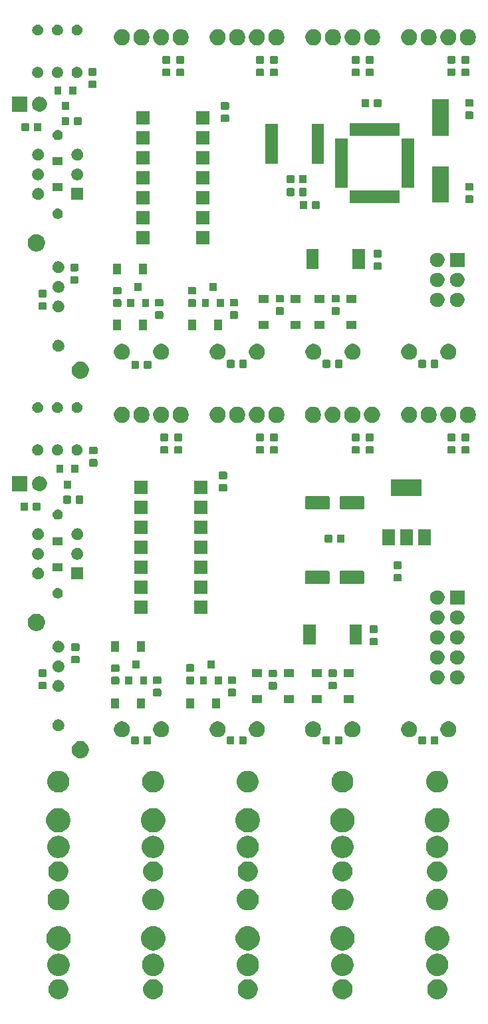
<source format=gbr>
G04 #@! TF.GenerationSoftware,KiCad,Pcbnew,(5.1.5)-3*
G04 #@! TF.CreationDate,2020-04-05T16:27:11-07:00*
G04 #@! TF.ProjectId,adsr-1x2,61647372-2d31-4783-922e-6b696361645f,rev?*
G04 #@! TF.SameCoordinates,Original*
G04 #@! TF.FileFunction,Soldermask,Bot*
G04 #@! TF.FilePolarity,Negative*
%FSLAX46Y46*%
G04 Gerber Fmt 4.6, Leading zero omitted, Abs format (unit mm)*
G04 Created by KiCad (PCBNEW (5.1.5)-3) date 2020-04-05 16:27:11*
%MOMM*%
%LPD*%
G04 APERTURE LIST*
%ADD10C,0.100000*%
G04 APERTURE END LIST*
D10*
G36*
X30847465Y-122378439D02*
G01*
X31079227Y-122474438D01*
X31079228Y-122474439D01*
X31287809Y-122613808D01*
X31465192Y-122791191D01*
X31465193Y-122791193D01*
X31604562Y-122999773D01*
X31700561Y-123231535D01*
X31749500Y-123477570D01*
X31749500Y-123728430D01*
X31700561Y-123974465D01*
X31604562Y-124206227D01*
X31604561Y-124206228D01*
X31465192Y-124414809D01*
X31287809Y-124592192D01*
X31182810Y-124662350D01*
X31079227Y-124731562D01*
X30847465Y-124827561D01*
X30601430Y-124876500D01*
X30350570Y-124876500D01*
X30104535Y-124827561D01*
X29872773Y-124731562D01*
X29769190Y-124662350D01*
X29664191Y-124592192D01*
X29486808Y-124414809D01*
X29347439Y-124206228D01*
X29347438Y-124206227D01*
X29251439Y-123974465D01*
X29202500Y-123728430D01*
X29202500Y-123477570D01*
X29251439Y-123231535D01*
X29347438Y-122999773D01*
X29486807Y-122791193D01*
X29486808Y-122791191D01*
X29664191Y-122613808D01*
X29872772Y-122474439D01*
X29872773Y-122474438D01*
X30104535Y-122378439D01*
X30350570Y-122329500D01*
X30601430Y-122329500D01*
X30847465Y-122378439D01*
G37*
G36*
X42905465Y-122378439D02*
G01*
X43137227Y-122474438D01*
X43137228Y-122474439D01*
X43345809Y-122613808D01*
X43523192Y-122791191D01*
X43523193Y-122791193D01*
X43662562Y-122999773D01*
X43758561Y-123231535D01*
X43807500Y-123477570D01*
X43807500Y-123728430D01*
X43758561Y-123974465D01*
X43662562Y-124206227D01*
X43662561Y-124206228D01*
X43523192Y-124414809D01*
X43345809Y-124592192D01*
X43240810Y-124662350D01*
X43137227Y-124731562D01*
X42905465Y-124827561D01*
X42659430Y-124876500D01*
X42408570Y-124876500D01*
X42162535Y-124827561D01*
X41930773Y-124731562D01*
X41827190Y-124662350D01*
X41722191Y-124592192D01*
X41544808Y-124414809D01*
X41405439Y-124206228D01*
X41405438Y-124206227D01*
X41309439Y-123974465D01*
X41260500Y-123728430D01*
X41260500Y-123477570D01*
X41309439Y-123231535D01*
X41405438Y-122999773D01*
X41544807Y-122791193D01*
X41544808Y-122791191D01*
X41722191Y-122613808D01*
X41930772Y-122474439D01*
X41930773Y-122474438D01*
X42162535Y-122378439D01*
X42408570Y-122329500D01*
X42659430Y-122329500D01*
X42905465Y-122378439D01*
G37*
G36*
X54963465Y-122378439D02*
G01*
X55195227Y-122474438D01*
X55195228Y-122474439D01*
X55403809Y-122613808D01*
X55581192Y-122791191D01*
X55581193Y-122791193D01*
X55720562Y-122999773D01*
X55816561Y-123231535D01*
X55865500Y-123477570D01*
X55865500Y-123728430D01*
X55816561Y-123974465D01*
X55720562Y-124206227D01*
X55720561Y-124206228D01*
X55581192Y-124414809D01*
X55403809Y-124592192D01*
X55298810Y-124662350D01*
X55195227Y-124731562D01*
X54963465Y-124827561D01*
X54717430Y-124876500D01*
X54466570Y-124876500D01*
X54220535Y-124827561D01*
X53988773Y-124731562D01*
X53885190Y-124662350D01*
X53780191Y-124592192D01*
X53602808Y-124414809D01*
X53463439Y-124206228D01*
X53463438Y-124206227D01*
X53367439Y-123974465D01*
X53318500Y-123728430D01*
X53318500Y-123477570D01*
X53367439Y-123231535D01*
X53463438Y-122999773D01*
X53602807Y-122791193D01*
X53602808Y-122791191D01*
X53780191Y-122613808D01*
X53988772Y-122474439D01*
X53988773Y-122474438D01*
X54220535Y-122378439D01*
X54466570Y-122329500D01*
X54717430Y-122329500D01*
X54963465Y-122378439D01*
G37*
G36*
X18789465Y-122378439D02*
G01*
X19021227Y-122474438D01*
X19021228Y-122474439D01*
X19229809Y-122613808D01*
X19407192Y-122791191D01*
X19407193Y-122791193D01*
X19546562Y-122999773D01*
X19642561Y-123231535D01*
X19691500Y-123477570D01*
X19691500Y-123728430D01*
X19642561Y-123974465D01*
X19546562Y-124206227D01*
X19546561Y-124206228D01*
X19407192Y-124414809D01*
X19229809Y-124592192D01*
X19124810Y-124662350D01*
X19021227Y-124731562D01*
X18789465Y-124827561D01*
X18543430Y-124876500D01*
X18292570Y-124876500D01*
X18046535Y-124827561D01*
X17814773Y-124731562D01*
X17711190Y-124662350D01*
X17606191Y-124592192D01*
X17428808Y-124414809D01*
X17289439Y-124206228D01*
X17289438Y-124206227D01*
X17193439Y-123974465D01*
X17144500Y-123728430D01*
X17144500Y-123477570D01*
X17193439Y-123231535D01*
X17289438Y-122999773D01*
X17428807Y-122791193D01*
X17428808Y-122791191D01*
X17606191Y-122613808D01*
X17814772Y-122474439D01*
X17814773Y-122474438D01*
X18046535Y-122378439D01*
X18292570Y-122329500D01*
X18543430Y-122329500D01*
X18789465Y-122378439D01*
G37*
G36*
X6731465Y-122378439D02*
G01*
X6963227Y-122474438D01*
X6963228Y-122474439D01*
X7171809Y-122613808D01*
X7349192Y-122791191D01*
X7349193Y-122791193D01*
X7488562Y-122999773D01*
X7584561Y-123231535D01*
X7633500Y-123477570D01*
X7633500Y-123728430D01*
X7584561Y-123974465D01*
X7488562Y-124206227D01*
X7488561Y-124206228D01*
X7349192Y-124414809D01*
X7171809Y-124592192D01*
X7066810Y-124662350D01*
X6963227Y-124731562D01*
X6731465Y-124827561D01*
X6485430Y-124876500D01*
X6234570Y-124876500D01*
X5988535Y-124827561D01*
X5756773Y-124731562D01*
X5653190Y-124662350D01*
X5548191Y-124592192D01*
X5370808Y-124414809D01*
X5231439Y-124206228D01*
X5231438Y-124206227D01*
X5135439Y-123974465D01*
X5086500Y-123728430D01*
X5086500Y-123477570D01*
X5135439Y-123231535D01*
X5231438Y-122999773D01*
X5370807Y-122791193D01*
X5370808Y-122791191D01*
X5548191Y-122613808D01*
X5756772Y-122474439D01*
X5756773Y-122474438D01*
X5988535Y-122378439D01*
X6234570Y-122329500D01*
X6485430Y-122329500D01*
X6731465Y-122378439D01*
G37*
G36*
X6636248Y-119114208D02*
G01*
X6773032Y-119141416D01*
X7030727Y-119248157D01*
X7262647Y-119403121D01*
X7459879Y-119600353D01*
X7614843Y-119832273D01*
X7721584Y-120089968D01*
X7776000Y-120363536D01*
X7776000Y-120642464D01*
X7721584Y-120916032D01*
X7614843Y-121173727D01*
X7459879Y-121405647D01*
X7262647Y-121602879D01*
X7030727Y-121757843D01*
X6773032Y-121864584D01*
X6636248Y-121891792D01*
X6499465Y-121919000D01*
X6220535Y-121919000D01*
X6083752Y-121891792D01*
X5946968Y-121864584D01*
X5689273Y-121757843D01*
X5457353Y-121602879D01*
X5260121Y-121405647D01*
X5105157Y-121173727D01*
X4998416Y-120916032D01*
X4944000Y-120642464D01*
X4944000Y-120363536D01*
X4998416Y-120089968D01*
X5105157Y-119832273D01*
X5260121Y-119600353D01*
X5457353Y-119403121D01*
X5689273Y-119248157D01*
X5946968Y-119141416D01*
X6083752Y-119114208D01*
X6220535Y-119087000D01*
X6499465Y-119087000D01*
X6636248Y-119114208D01*
G37*
G36*
X18694248Y-119114208D02*
G01*
X18831032Y-119141416D01*
X19088727Y-119248157D01*
X19320647Y-119403121D01*
X19517879Y-119600353D01*
X19672843Y-119832273D01*
X19779584Y-120089968D01*
X19834000Y-120363536D01*
X19834000Y-120642464D01*
X19779584Y-120916032D01*
X19672843Y-121173727D01*
X19517879Y-121405647D01*
X19320647Y-121602879D01*
X19088727Y-121757843D01*
X18831032Y-121864584D01*
X18694248Y-121891792D01*
X18557465Y-121919000D01*
X18278535Y-121919000D01*
X18141752Y-121891792D01*
X18004968Y-121864584D01*
X17747273Y-121757843D01*
X17515353Y-121602879D01*
X17318121Y-121405647D01*
X17163157Y-121173727D01*
X17056416Y-120916032D01*
X17002000Y-120642464D01*
X17002000Y-120363536D01*
X17056416Y-120089968D01*
X17163157Y-119832273D01*
X17318121Y-119600353D01*
X17515353Y-119403121D01*
X17747273Y-119248157D01*
X18004968Y-119141416D01*
X18141752Y-119114208D01*
X18278535Y-119087000D01*
X18557465Y-119087000D01*
X18694248Y-119114208D01*
G37*
G36*
X54868248Y-119114208D02*
G01*
X55005032Y-119141416D01*
X55262727Y-119248157D01*
X55494647Y-119403121D01*
X55691879Y-119600353D01*
X55846843Y-119832273D01*
X55953584Y-120089968D01*
X56008000Y-120363536D01*
X56008000Y-120642464D01*
X55953584Y-120916032D01*
X55846843Y-121173727D01*
X55691879Y-121405647D01*
X55494647Y-121602879D01*
X55262727Y-121757843D01*
X55005032Y-121864584D01*
X54868248Y-121891792D01*
X54731465Y-121919000D01*
X54452535Y-121919000D01*
X54315752Y-121891792D01*
X54178968Y-121864584D01*
X53921273Y-121757843D01*
X53689353Y-121602879D01*
X53492121Y-121405647D01*
X53337157Y-121173727D01*
X53230416Y-120916032D01*
X53176000Y-120642464D01*
X53176000Y-120363536D01*
X53230416Y-120089968D01*
X53337157Y-119832273D01*
X53492121Y-119600353D01*
X53689353Y-119403121D01*
X53921273Y-119248157D01*
X54178968Y-119141416D01*
X54315752Y-119114208D01*
X54452535Y-119087000D01*
X54731465Y-119087000D01*
X54868248Y-119114208D01*
G37*
G36*
X42810248Y-119114208D02*
G01*
X42947032Y-119141416D01*
X43204727Y-119248157D01*
X43436647Y-119403121D01*
X43633879Y-119600353D01*
X43788843Y-119832273D01*
X43895584Y-120089968D01*
X43950000Y-120363536D01*
X43950000Y-120642464D01*
X43895584Y-120916032D01*
X43788843Y-121173727D01*
X43633879Y-121405647D01*
X43436647Y-121602879D01*
X43204727Y-121757843D01*
X42947032Y-121864584D01*
X42810248Y-121891792D01*
X42673465Y-121919000D01*
X42394535Y-121919000D01*
X42257752Y-121891792D01*
X42120968Y-121864584D01*
X41863273Y-121757843D01*
X41631353Y-121602879D01*
X41434121Y-121405647D01*
X41279157Y-121173727D01*
X41172416Y-120916032D01*
X41118000Y-120642464D01*
X41118000Y-120363536D01*
X41172416Y-120089968D01*
X41279157Y-119832273D01*
X41434121Y-119600353D01*
X41631353Y-119403121D01*
X41863273Y-119248157D01*
X42120968Y-119141416D01*
X42257752Y-119114208D01*
X42394535Y-119087000D01*
X42673465Y-119087000D01*
X42810248Y-119114208D01*
G37*
G36*
X30752248Y-119114208D02*
G01*
X30889032Y-119141416D01*
X31146727Y-119248157D01*
X31378647Y-119403121D01*
X31575879Y-119600353D01*
X31730843Y-119832273D01*
X31837584Y-120089968D01*
X31892000Y-120363536D01*
X31892000Y-120642464D01*
X31837584Y-120916032D01*
X31730843Y-121173727D01*
X31575879Y-121405647D01*
X31378647Y-121602879D01*
X31146727Y-121757843D01*
X30889032Y-121864584D01*
X30752248Y-121891792D01*
X30615465Y-121919000D01*
X30336535Y-121919000D01*
X30199752Y-121891792D01*
X30062968Y-121864584D01*
X29805273Y-121757843D01*
X29573353Y-121602879D01*
X29376121Y-121405647D01*
X29221157Y-121173727D01*
X29114416Y-120916032D01*
X29060000Y-120642464D01*
X29060000Y-120363536D01*
X29114416Y-120089968D01*
X29221157Y-119832273D01*
X29376121Y-119600353D01*
X29573353Y-119403121D01*
X29805273Y-119248157D01*
X30062968Y-119141416D01*
X30199752Y-119114208D01*
X30336535Y-119087000D01*
X30615465Y-119087000D01*
X30752248Y-119114208D01*
G37*
G36*
X42836585Y-115601802D02*
G01*
X42986410Y-115631604D01*
X43268674Y-115748521D01*
X43522705Y-115918259D01*
X43738741Y-116134295D01*
X43908479Y-116388326D01*
X44025396Y-116670590D01*
X44085000Y-116970240D01*
X44085000Y-117275760D01*
X44025396Y-117575410D01*
X43908479Y-117857674D01*
X43738741Y-118111705D01*
X43522705Y-118327741D01*
X43268674Y-118497479D01*
X42986410Y-118614396D01*
X42836585Y-118644198D01*
X42686761Y-118674000D01*
X42381239Y-118674000D01*
X42231415Y-118644198D01*
X42081590Y-118614396D01*
X41799326Y-118497479D01*
X41545295Y-118327741D01*
X41329259Y-118111705D01*
X41159521Y-117857674D01*
X41042604Y-117575410D01*
X40983000Y-117275760D01*
X40983000Y-116970240D01*
X41042604Y-116670590D01*
X41159521Y-116388326D01*
X41329259Y-116134295D01*
X41545295Y-115918259D01*
X41799326Y-115748521D01*
X42081590Y-115631604D01*
X42231415Y-115601802D01*
X42381239Y-115572000D01*
X42686761Y-115572000D01*
X42836585Y-115601802D01*
G37*
G36*
X54894585Y-115601802D02*
G01*
X55044410Y-115631604D01*
X55326674Y-115748521D01*
X55580705Y-115918259D01*
X55796741Y-116134295D01*
X55966479Y-116388326D01*
X56083396Y-116670590D01*
X56143000Y-116970240D01*
X56143000Y-117275760D01*
X56083396Y-117575410D01*
X55966479Y-117857674D01*
X55796741Y-118111705D01*
X55580705Y-118327741D01*
X55326674Y-118497479D01*
X55044410Y-118614396D01*
X54894585Y-118644198D01*
X54744761Y-118674000D01*
X54439239Y-118674000D01*
X54289415Y-118644198D01*
X54139590Y-118614396D01*
X53857326Y-118497479D01*
X53603295Y-118327741D01*
X53387259Y-118111705D01*
X53217521Y-117857674D01*
X53100604Y-117575410D01*
X53041000Y-117275760D01*
X53041000Y-116970240D01*
X53100604Y-116670590D01*
X53217521Y-116388326D01*
X53387259Y-116134295D01*
X53603295Y-115918259D01*
X53857326Y-115748521D01*
X54139590Y-115631604D01*
X54289415Y-115601802D01*
X54439239Y-115572000D01*
X54744761Y-115572000D01*
X54894585Y-115601802D01*
G37*
G36*
X18720585Y-115601802D02*
G01*
X18870410Y-115631604D01*
X19152674Y-115748521D01*
X19406705Y-115918259D01*
X19622741Y-116134295D01*
X19792479Y-116388326D01*
X19909396Y-116670590D01*
X19969000Y-116970240D01*
X19969000Y-117275760D01*
X19909396Y-117575410D01*
X19792479Y-117857674D01*
X19622741Y-118111705D01*
X19406705Y-118327741D01*
X19152674Y-118497479D01*
X18870410Y-118614396D01*
X18720585Y-118644198D01*
X18570761Y-118674000D01*
X18265239Y-118674000D01*
X18115415Y-118644198D01*
X17965590Y-118614396D01*
X17683326Y-118497479D01*
X17429295Y-118327741D01*
X17213259Y-118111705D01*
X17043521Y-117857674D01*
X16926604Y-117575410D01*
X16867000Y-117275760D01*
X16867000Y-116970240D01*
X16926604Y-116670590D01*
X17043521Y-116388326D01*
X17213259Y-116134295D01*
X17429295Y-115918259D01*
X17683326Y-115748521D01*
X17965590Y-115631604D01*
X18115415Y-115601802D01*
X18265239Y-115572000D01*
X18570761Y-115572000D01*
X18720585Y-115601802D01*
G37*
G36*
X6662585Y-115601802D02*
G01*
X6812410Y-115631604D01*
X7094674Y-115748521D01*
X7348705Y-115918259D01*
X7564741Y-116134295D01*
X7734479Y-116388326D01*
X7851396Y-116670590D01*
X7911000Y-116970240D01*
X7911000Y-117275760D01*
X7851396Y-117575410D01*
X7734479Y-117857674D01*
X7564741Y-118111705D01*
X7348705Y-118327741D01*
X7094674Y-118497479D01*
X6812410Y-118614396D01*
X6662585Y-118644198D01*
X6512761Y-118674000D01*
X6207239Y-118674000D01*
X6057415Y-118644198D01*
X5907590Y-118614396D01*
X5625326Y-118497479D01*
X5371295Y-118327741D01*
X5155259Y-118111705D01*
X4985521Y-117857674D01*
X4868604Y-117575410D01*
X4809000Y-117275760D01*
X4809000Y-116970240D01*
X4868604Y-116670590D01*
X4985521Y-116388326D01*
X5155259Y-116134295D01*
X5371295Y-115918259D01*
X5625326Y-115748521D01*
X5907590Y-115631604D01*
X6057415Y-115601802D01*
X6207239Y-115572000D01*
X6512761Y-115572000D01*
X6662585Y-115601802D01*
G37*
G36*
X30778585Y-115601802D02*
G01*
X30928410Y-115631604D01*
X31210674Y-115748521D01*
X31464705Y-115918259D01*
X31680741Y-116134295D01*
X31850479Y-116388326D01*
X31967396Y-116670590D01*
X32027000Y-116970240D01*
X32027000Y-117275760D01*
X31967396Y-117575410D01*
X31850479Y-117857674D01*
X31680741Y-118111705D01*
X31464705Y-118327741D01*
X31210674Y-118497479D01*
X30928410Y-118614396D01*
X30778585Y-118644198D01*
X30628761Y-118674000D01*
X30323239Y-118674000D01*
X30173415Y-118644198D01*
X30023590Y-118614396D01*
X29741326Y-118497479D01*
X29487295Y-118327741D01*
X29271259Y-118111705D01*
X29101521Y-117857674D01*
X28984604Y-117575410D01*
X28925000Y-117275760D01*
X28925000Y-116970240D01*
X28984604Y-116670590D01*
X29101521Y-116388326D01*
X29271259Y-116134295D01*
X29487295Y-115918259D01*
X29741326Y-115748521D01*
X30023590Y-115631604D01*
X30173415Y-115601802D01*
X30323239Y-115572000D01*
X30628761Y-115572000D01*
X30778585Y-115601802D01*
G37*
G36*
X54862395Y-110843632D02*
G01*
X54996281Y-110870263D01*
X55122399Y-110922503D01*
X55248518Y-110974743D01*
X55475521Y-111126421D01*
X55668579Y-111319479D01*
X55820257Y-111546482D01*
X55924737Y-111798720D01*
X55978000Y-112066490D01*
X55978000Y-112339510D01*
X55924737Y-112607280D01*
X55820257Y-112859518D01*
X55668579Y-113086521D01*
X55475521Y-113279579D01*
X55248518Y-113431257D01*
X55122399Y-113483497D01*
X54996281Y-113535737D01*
X54862395Y-113562368D01*
X54728510Y-113589000D01*
X54455490Y-113589000D01*
X54321605Y-113562368D01*
X54187719Y-113535737D01*
X54061601Y-113483497D01*
X53935482Y-113431257D01*
X53708479Y-113279579D01*
X53515421Y-113086521D01*
X53363743Y-112859518D01*
X53259263Y-112607280D01*
X53206000Y-112339510D01*
X53206000Y-112066490D01*
X53259263Y-111798720D01*
X53363743Y-111546482D01*
X53515421Y-111319479D01*
X53708479Y-111126421D01*
X53935482Y-110974743D01*
X54061601Y-110922503D01*
X54187719Y-110870263D01*
X54321605Y-110843632D01*
X54455490Y-110817000D01*
X54728510Y-110817000D01*
X54862395Y-110843632D01*
G37*
G36*
X18688395Y-110843632D02*
G01*
X18822281Y-110870263D01*
X18948399Y-110922503D01*
X19074518Y-110974743D01*
X19301521Y-111126421D01*
X19494579Y-111319479D01*
X19646257Y-111546482D01*
X19750737Y-111798720D01*
X19804000Y-112066490D01*
X19804000Y-112339510D01*
X19750737Y-112607280D01*
X19646257Y-112859518D01*
X19494579Y-113086521D01*
X19301521Y-113279579D01*
X19074518Y-113431257D01*
X18948399Y-113483497D01*
X18822281Y-113535737D01*
X18688395Y-113562368D01*
X18554510Y-113589000D01*
X18281490Y-113589000D01*
X18147605Y-113562368D01*
X18013719Y-113535737D01*
X17887601Y-113483497D01*
X17761482Y-113431257D01*
X17534479Y-113279579D01*
X17341421Y-113086521D01*
X17189743Y-112859518D01*
X17085263Y-112607280D01*
X17032000Y-112339510D01*
X17032000Y-112066490D01*
X17085263Y-111798720D01*
X17189743Y-111546482D01*
X17341421Y-111319479D01*
X17534479Y-111126421D01*
X17761482Y-110974743D01*
X17887601Y-110922503D01*
X18013719Y-110870263D01*
X18147605Y-110843632D01*
X18281490Y-110817000D01*
X18554510Y-110817000D01*
X18688395Y-110843632D01*
G37*
G36*
X30746395Y-110843632D02*
G01*
X30880281Y-110870263D01*
X31006399Y-110922503D01*
X31132518Y-110974743D01*
X31359521Y-111126421D01*
X31552579Y-111319479D01*
X31704257Y-111546482D01*
X31808737Y-111798720D01*
X31862000Y-112066490D01*
X31862000Y-112339510D01*
X31808737Y-112607280D01*
X31704257Y-112859518D01*
X31552579Y-113086521D01*
X31359521Y-113279579D01*
X31132518Y-113431257D01*
X31006399Y-113483497D01*
X30880281Y-113535737D01*
X30746395Y-113562368D01*
X30612510Y-113589000D01*
X30339490Y-113589000D01*
X30205605Y-113562368D01*
X30071719Y-113535737D01*
X29945601Y-113483497D01*
X29819482Y-113431257D01*
X29592479Y-113279579D01*
X29399421Y-113086521D01*
X29247743Y-112859518D01*
X29143263Y-112607280D01*
X29090000Y-112339510D01*
X29090000Y-112066490D01*
X29143263Y-111798720D01*
X29247743Y-111546482D01*
X29399421Y-111319479D01*
X29592479Y-111126421D01*
X29819482Y-110974743D01*
X29945601Y-110922503D01*
X30071719Y-110870263D01*
X30205605Y-110843632D01*
X30339490Y-110817000D01*
X30612510Y-110817000D01*
X30746395Y-110843632D01*
G37*
G36*
X6630395Y-110843632D02*
G01*
X6764281Y-110870263D01*
X6890399Y-110922503D01*
X7016518Y-110974743D01*
X7243521Y-111126421D01*
X7436579Y-111319479D01*
X7588257Y-111546482D01*
X7692737Y-111798720D01*
X7746000Y-112066490D01*
X7746000Y-112339510D01*
X7692737Y-112607280D01*
X7588257Y-112859518D01*
X7436579Y-113086521D01*
X7243521Y-113279579D01*
X7016518Y-113431257D01*
X6890399Y-113483497D01*
X6764281Y-113535737D01*
X6630395Y-113562368D01*
X6496510Y-113589000D01*
X6223490Y-113589000D01*
X6089605Y-113562368D01*
X5955719Y-113535737D01*
X5829601Y-113483497D01*
X5703482Y-113431257D01*
X5476479Y-113279579D01*
X5283421Y-113086521D01*
X5131743Y-112859518D01*
X5027263Y-112607280D01*
X4974000Y-112339510D01*
X4974000Y-112066490D01*
X5027263Y-111798720D01*
X5131743Y-111546482D01*
X5283421Y-111319479D01*
X5476479Y-111126421D01*
X5703482Y-110974743D01*
X5829601Y-110922503D01*
X5955719Y-110870263D01*
X6089605Y-110843632D01*
X6223490Y-110817000D01*
X6496510Y-110817000D01*
X6630395Y-110843632D01*
G37*
G36*
X42804395Y-110843632D02*
G01*
X42938281Y-110870263D01*
X43064399Y-110922503D01*
X43190518Y-110974743D01*
X43417521Y-111126421D01*
X43610579Y-111319479D01*
X43762257Y-111546482D01*
X43866737Y-111798720D01*
X43920000Y-112066490D01*
X43920000Y-112339510D01*
X43866737Y-112607280D01*
X43762257Y-112859518D01*
X43610579Y-113086521D01*
X43417521Y-113279579D01*
X43190518Y-113431257D01*
X43064399Y-113483497D01*
X42938281Y-113535737D01*
X42804395Y-113562368D01*
X42670510Y-113589000D01*
X42397490Y-113589000D01*
X42263605Y-113562368D01*
X42129719Y-113535737D01*
X42003601Y-113483497D01*
X41877482Y-113431257D01*
X41650479Y-113279579D01*
X41457421Y-113086521D01*
X41305743Y-112859518D01*
X41201263Y-112607280D01*
X41148000Y-112339510D01*
X41148000Y-112066490D01*
X41201263Y-111798720D01*
X41305743Y-111546482D01*
X41457421Y-111319479D01*
X41650479Y-111126421D01*
X41877482Y-110974743D01*
X42003601Y-110922503D01*
X42129719Y-110870263D01*
X42263605Y-110843632D01*
X42397490Y-110817000D01*
X42670510Y-110817000D01*
X42804395Y-110843632D01*
G37*
G36*
X42895465Y-107377439D02*
G01*
X43127227Y-107473438D01*
X43127228Y-107473439D01*
X43335809Y-107612808D01*
X43513192Y-107790191D01*
X43513193Y-107790193D01*
X43652562Y-107998773D01*
X43748561Y-108230535D01*
X43797500Y-108476570D01*
X43797500Y-108727430D01*
X43748561Y-108973465D01*
X43652562Y-109205227D01*
X43652561Y-109205228D01*
X43513192Y-109413809D01*
X43335809Y-109591192D01*
X43230810Y-109661350D01*
X43127227Y-109730562D01*
X42895465Y-109826561D01*
X42649430Y-109875500D01*
X42398570Y-109875500D01*
X42152535Y-109826561D01*
X41920773Y-109730562D01*
X41817190Y-109661350D01*
X41712191Y-109591192D01*
X41534808Y-109413809D01*
X41395439Y-109205228D01*
X41395438Y-109205227D01*
X41299439Y-108973465D01*
X41250500Y-108727430D01*
X41250500Y-108476570D01*
X41299439Y-108230535D01*
X41395438Y-107998773D01*
X41534807Y-107790193D01*
X41534808Y-107790191D01*
X41712191Y-107612808D01*
X41920772Y-107473439D01*
X41920773Y-107473438D01*
X42152535Y-107377439D01*
X42398570Y-107328500D01*
X42649430Y-107328500D01*
X42895465Y-107377439D01*
G37*
G36*
X6721465Y-107377439D02*
G01*
X6953227Y-107473438D01*
X6953228Y-107473439D01*
X7161809Y-107612808D01*
X7339192Y-107790191D01*
X7339193Y-107790193D01*
X7478562Y-107998773D01*
X7574561Y-108230535D01*
X7623500Y-108476570D01*
X7623500Y-108727430D01*
X7574561Y-108973465D01*
X7478562Y-109205227D01*
X7478561Y-109205228D01*
X7339192Y-109413809D01*
X7161809Y-109591192D01*
X7056810Y-109661350D01*
X6953227Y-109730562D01*
X6721465Y-109826561D01*
X6475430Y-109875500D01*
X6224570Y-109875500D01*
X5978535Y-109826561D01*
X5746773Y-109730562D01*
X5643190Y-109661350D01*
X5538191Y-109591192D01*
X5360808Y-109413809D01*
X5221439Y-109205228D01*
X5221438Y-109205227D01*
X5125439Y-108973465D01*
X5076500Y-108727430D01*
X5076500Y-108476570D01*
X5125439Y-108230535D01*
X5221438Y-107998773D01*
X5360807Y-107790193D01*
X5360808Y-107790191D01*
X5538191Y-107612808D01*
X5746772Y-107473439D01*
X5746773Y-107473438D01*
X5978535Y-107377439D01*
X6224570Y-107328500D01*
X6475430Y-107328500D01*
X6721465Y-107377439D01*
G37*
G36*
X30837465Y-107377439D02*
G01*
X31069227Y-107473438D01*
X31069228Y-107473439D01*
X31277809Y-107612808D01*
X31455192Y-107790191D01*
X31455193Y-107790193D01*
X31594562Y-107998773D01*
X31690561Y-108230535D01*
X31739500Y-108476570D01*
X31739500Y-108727430D01*
X31690561Y-108973465D01*
X31594562Y-109205227D01*
X31594561Y-109205228D01*
X31455192Y-109413809D01*
X31277809Y-109591192D01*
X31172810Y-109661350D01*
X31069227Y-109730562D01*
X30837465Y-109826561D01*
X30591430Y-109875500D01*
X30340570Y-109875500D01*
X30094535Y-109826561D01*
X29862773Y-109730562D01*
X29759190Y-109661350D01*
X29654191Y-109591192D01*
X29476808Y-109413809D01*
X29337439Y-109205228D01*
X29337438Y-109205227D01*
X29241439Y-108973465D01*
X29192500Y-108727430D01*
X29192500Y-108476570D01*
X29241439Y-108230535D01*
X29337438Y-107998773D01*
X29476807Y-107790193D01*
X29476808Y-107790191D01*
X29654191Y-107612808D01*
X29862772Y-107473439D01*
X29862773Y-107473438D01*
X30094535Y-107377439D01*
X30340570Y-107328500D01*
X30591430Y-107328500D01*
X30837465Y-107377439D01*
G37*
G36*
X18779465Y-107377439D02*
G01*
X19011227Y-107473438D01*
X19011228Y-107473439D01*
X19219809Y-107612808D01*
X19397192Y-107790191D01*
X19397193Y-107790193D01*
X19536562Y-107998773D01*
X19632561Y-108230535D01*
X19681500Y-108476570D01*
X19681500Y-108727430D01*
X19632561Y-108973465D01*
X19536562Y-109205227D01*
X19536561Y-109205228D01*
X19397192Y-109413809D01*
X19219809Y-109591192D01*
X19114810Y-109661350D01*
X19011227Y-109730562D01*
X18779465Y-109826561D01*
X18533430Y-109875500D01*
X18282570Y-109875500D01*
X18036535Y-109826561D01*
X17804773Y-109730562D01*
X17701190Y-109661350D01*
X17596191Y-109591192D01*
X17418808Y-109413809D01*
X17279439Y-109205228D01*
X17279438Y-109205227D01*
X17183439Y-108973465D01*
X17134500Y-108727430D01*
X17134500Y-108476570D01*
X17183439Y-108230535D01*
X17279438Y-107998773D01*
X17418807Y-107790193D01*
X17418808Y-107790191D01*
X17596191Y-107612808D01*
X17804772Y-107473439D01*
X17804773Y-107473438D01*
X18036535Y-107377439D01*
X18282570Y-107328500D01*
X18533430Y-107328500D01*
X18779465Y-107377439D01*
G37*
G36*
X54953465Y-107377439D02*
G01*
X55185227Y-107473438D01*
X55185228Y-107473439D01*
X55393809Y-107612808D01*
X55571192Y-107790191D01*
X55571193Y-107790193D01*
X55710562Y-107998773D01*
X55806561Y-108230535D01*
X55855500Y-108476570D01*
X55855500Y-108727430D01*
X55806561Y-108973465D01*
X55710562Y-109205227D01*
X55710561Y-109205228D01*
X55571192Y-109413809D01*
X55393809Y-109591192D01*
X55288810Y-109661350D01*
X55185227Y-109730562D01*
X54953465Y-109826561D01*
X54707430Y-109875500D01*
X54456570Y-109875500D01*
X54210535Y-109826561D01*
X53978773Y-109730562D01*
X53875190Y-109661350D01*
X53770191Y-109591192D01*
X53592808Y-109413809D01*
X53453439Y-109205228D01*
X53453438Y-109205227D01*
X53357439Y-108973465D01*
X53308500Y-108727430D01*
X53308500Y-108476570D01*
X53357439Y-108230535D01*
X53453438Y-107998773D01*
X53592807Y-107790193D01*
X53592808Y-107790191D01*
X53770191Y-107612808D01*
X53978772Y-107473439D01*
X53978773Y-107473438D01*
X54210535Y-107377439D01*
X54456570Y-107328500D01*
X54707430Y-107328500D01*
X54953465Y-107377439D01*
G37*
G36*
X18684248Y-104113208D02*
G01*
X18821032Y-104140416D01*
X19078727Y-104247157D01*
X19310647Y-104402121D01*
X19507879Y-104599353D01*
X19662843Y-104831273D01*
X19769584Y-105088968D01*
X19824000Y-105362536D01*
X19824000Y-105641464D01*
X19769584Y-105915032D01*
X19662843Y-106172727D01*
X19507879Y-106404647D01*
X19310647Y-106601879D01*
X19078727Y-106756843D01*
X18821032Y-106863584D01*
X18684248Y-106890792D01*
X18547465Y-106918000D01*
X18268535Y-106918000D01*
X18131752Y-106890792D01*
X17994968Y-106863584D01*
X17737273Y-106756843D01*
X17505353Y-106601879D01*
X17308121Y-106404647D01*
X17153157Y-106172727D01*
X17046416Y-105915032D01*
X16992000Y-105641464D01*
X16992000Y-105362536D01*
X17046416Y-105088968D01*
X17153157Y-104831273D01*
X17308121Y-104599353D01*
X17505353Y-104402121D01*
X17737273Y-104247157D01*
X17994968Y-104140416D01*
X18131752Y-104113208D01*
X18268535Y-104086000D01*
X18547465Y-104086000D01*
X18684248Y-104113208D01*
G37*
G36*
X54858248Y-104113208D02*
G01*
X54995032Y-104140416D01*
X55252727Y-104247157D01*
X55484647Y-104402121D01*
X55681879Y-104599353D01*
X55836843Y-104831273D01*
X55943584Y-105088968D01*
X55998000Y-105362536D01*
X55998000Y-105641464D01*
X55943584Y-105915032D01*
X55836843Y-106172727D01*
X55681879Y-106404647D01*
X55484647Y-106601879D01*
X55252727Y-106756843D01*
X54995032Y-106863584D01*
X54858248Y-106890792D01*
X54721465Y-106918000D01*
X54442535Y-106918000D01*
X54305752Y-106890792D01*
X54168968Y-106863584D01*
X53911273Y-106756843D01*
X53679353Y-106601879D01*
X53482121Y-106404647D01*
X53327157Y-106172727D01*
X53220416Y-105915032D01*
X53166000Y-105641464D01*
X53166000Y-105362536D01*
X53220416Y-105088968D01*
X53327157Y-104831273D01*
X53482121Y-104599353D01*
X53679353Y-104402121D01*
X53911273Y-104247157D01*
X54168968Y-104140416D01*
X54305752Y-104113208D01*
X54442535Y-104086000D01*
X54721465Y-104086000D01*
X54858248Y-104113208D01*
G37*
G36*
X6626248Y-104113208D02*
G01*
X6763032Y-104140416D01*
X7020727Y-104247157D01*
X7252647Y-104402121D01*
X7449879Y-104599353D01*
X7604843Y-104831273D01*
X7711584Y-105088968D01*
X7766000Y-105362536D01*
X7766000Y-105641464D01*
X7711584Y-105915032D01*
X7604843Y-106172727D01*
X7449879Y-106404647D01*
X7252647Y-106601879D01*
X7020727Y-106756843D01*
X6763032Y-106863584D01*
X6626248Y-106890792D01*
X6489465Y-106918000D01*
X6210535Y-106918000D01*
X6073752Y-106890792D01*
X5936968Y-106863584D01*
X5679273Y-106756843D01*
X5447353Y-106601879D01*
X5250121Y-106404647D01*
X5095157Y-106172727D01*
X4988416Y-105915032D01*
X4934000Y-105641464D01*
X4934000Y-105362536D01*
X4988416Y-105088968D01*
X5095157Y-104831273D01*
X5250121Y-104599353D01*
X5447353Y-104402121D01*
X5679273Y-104247157D01*
X5936968Y-104140416D01*
X6073752Y-104113208D01*
X6210535Y-104086000D01*
X6489465Y-104086000D01*
X6626248Y-104113208D01*
G37*
G36*
X42800248Y-104113208D02*
G01*
X42937032Y-104140416D01*
X43194727Y-104247157D01*
X43426647Y-104402121D01*
X43623879Y-104599353D01*
X43778843Y-104831273D01*
X43885584Y-105088968D01*
X43940000Y-105362536D01*
X43940000Y-105641464D01*
X43885584Y-105915032D01*
X43778843Y-106172727D01*
X43623879Y-106404647D01*
X43426647Y-106601879D01*
X43194727Y-106756843D01*
X42937032Y-106863584D01*
X42800248Y-106890792D01*
X42663465Y-106918000D01*
X42384535Y-106918000D01*
X42247752Y-106890792D01*
X42110968Y-106863584D01*
X41853273Y-106756843D01*
X41621353Y-106601879D01*
X41424121Y-106404647D01*
X41269157Y-106172727D01*
X41162416Y-105915032D01*
X41108000Y-105641464D01*
X41108000Y-105362536D01*
X41162416Y-105088968D01*
X41269157Y-104831273D01*
X41424121Y-104599353D01*
X41621353Y-104402121D01*
X41853273Y-104247157D01*
X42110968Y-104140416D01*
X42247752Y-104113208D01*
X42384535Y-104086000D01*
X42663465Y-104086000D01*
X42800248Y-104113208D01*
G37*
G36*
X30742248Y-104113208D02*
G01*
X30879032Y-104140416D01*
X31136727Y-104247157D01*
X31368647Y-104402121D01*
X31565879Y-104599353D01*
X31720843Y-104831273D01*
X31827584Y-105088968D01*
X31882000Y-105362536D01*
X31882000Y-105641464D01*
X31827584Y-105915032D01*
X31720843Y-106172727D01*
X31565879Y-106404647D01*
X31368647Y-106601879D01*
X31136727Y-106756843D01*
X30879032Y-106863584D01*
X30742248Y-106890792D01*
X30605465Y-106918000D01*
X30326535Y-106918000D01*
X30189752Y-106890792D01*
X30052968Y-106863584D01*
X29795273Y-106756843D01*
X29563353Y-106601879D01*
X29366121Y-106404647D01*
X29211157Y-106172727D01*
X29104416Y-105915032D01*
X29050000Y-105641464D01*
X29050000Y-105362536D01*
X29104416Y-105088968D01*
X29211157Y-104831273D01*
X29366121Y-104599353D01*
X29563353Y-104402121D01*
X29795273Y-104247157D01*
X30052968Y-104140416D01*
X30189752Y-104113208D01*
X30326535Y-104086000D01*
X30605465Y-104086000D01*
X30742248Y-104113208D01*
G37*
G36*
X54884585Y-100600802D02*
G01*
X55034410Y-100630604D01*
X55316674Y-100747521D01*
X55570705Y-100917259D01*
X55786741Y-101133295D01*
X55956479Y-101387326D01*
X56073396Y-101669590D01*
X56133000Y-101969240D01*
X56133000Y-102274760D01*
X56073396Y-102574410D01*
X55956479Y-102856674D01*
X55786741Y-103110705D01*
X55570705Y-103326741D01*
X55316674Y-103496479D01*
X55034410Y-103613396D01*
X54884585Y-103643198D01*
X54734761Y-103673000D01*
X54429239Y-103673000D01*
X54279415Y-103643198D01*
X54129590Y-103613396D01*
X53847326Y-103496479D01*
X53593295Y-103326741D01*
X53377259Y-103110705D01*
X53207521Y-102856674D01*
X53090604Y-102574410D01*
X53031000Y-102274760D01*
X53031000Y-101969240D01*
X53090604Y-101669590D01*
X53207521Y-101387326D01*
X53377259Y-101133295D01*
X53593295Y-100917259D01*
X53847326Y-100747521D01*
X54129590Y-100630604D01*
X54279415Y-100600802D01*
X54429239Y-100571000D01*
X54734761Y-100571000D01*
X54884585Y-100600802D01*
G37*
G36*
X18710585Y-100600802D02*
G01*
X18860410Y-100630604D01*
X19142674Y-100747521D01*
X19396705Y-100917259D01*
X19612741Y-101133295D01*
X19782479Y-101387326D01*
X19899396Y-101669590D01*
X19959000Y-101969240D01*
X19959000Y-102274760D01*
X19899396Y-102574410D01*
X19782479Y-102856674D01*
X19612741Y-103110705D01*
X19396705Y-103326741D01*
X19142674Y-103496479D01*
X18860410Y-103613396D01*
X18710585Y-103643198D01*
X18560761Y-103673000D01*
X18255239Y-103673000D01*
X18105415Y-103643198D01*
X17955590Y-103613396D01*
X17673326Y-103496479D01*
X17419295Y-103326741D01*
X17203259Y-103110705D01*
X17033521Y-102856674D01*
X16916604Y-102574410D01*
X16857000Y-102274760D01*
X16857000Y-101969240D01*
X16916604Y-101669590D01*
X17033521Y-101387326D01*
X17203259Y-101133295D01*
X17419295Y-100917259D01*
X17673326Y-100747521D01*
X17955590Y-100630604D01*
X18105415Y-100600802D01*
X18255239Y-100571000D01*
X18560761Y-100571000D01*
X18710585Y-100600802D01*
G37*
G36*
X42826585Y-100600802D02*
G01*
X42976410Y-100630604D01*
X43258674Y-100747521D01*
X43512705Y-100917259D01*
X43728741Y-101133295D01*
X43898479Y-101387326D01*
X44015396Y-101669590D01*
X44075000Y-101969240D01*
X44075000Y-102274760D01*
X44015396Y-102574410D01*
X43898479Y-102856674D01*
X43728741Y-103110705D01*
X43512705Y-103326741D01*
X43258674Y-103496479D01*
X42976410Y-103613396D01*
X42826585Y-103643198D01*
X42676761Y-103673000D01*
X42371239Y-103673000D01*
X42221415Y-103643198D01*
X42071590Y-103613396D01*
X41789326Y-103496479D01*
X41535295Y-103326741D01*
X41319259Y-103110705D01*
X41149521Y-102856674D01*
X41032604Y-102574410D01*
X40973000Y-102274760D01*
X40973000Y-101969240D01*
X41032604Y-101669590D01*
X41149521Y-101387326D01*
X41319259Y-101133295D01*
X41535295Y-100917259D01*
X41789326Y-100747521D01*
X42071590Y-100630604D01*
X42221415Y-100600802D01*
X42371239Y-100571000D01*
X42676761Y-100571000D01*
X42826585Y-100600802D01*
G37*
G36*
X6652585Y-100600802D02*
G01*
X6802410Y-100630604D01*
X7084674Y-100747521D01*
X7338705Y-100917259D01*
X7554741Y-101133295D01*
X7724479Y-101387326D01*
X7841396Y-101669590D01*
X7901000Y-101969240D01*
X7901000Y-102274760D01*
X7841396Y-102574410D01*
X7724479Y-102856674D01*
X7554741Y-103110705D01*
X7338705Y-103326741D01*
X7084674Y-103496479D01*
X6802410Y-103613396D01*
X6652585Y-103643198D01*
X6502761Y-103673000D01*
X6197239Y-103673000D01*
X6047415Y-103643198D01*
X5897590Y-103613396D01*
X5615326Y-103496479D01*
X5361295Y-103326741D01*
X5145259Y-103110705D01*
X4975521Y-102856674D01*
X4858604Y-102574410D01*
X4799000Y-102274760D01*
X4799000Y-101969240D01*
X4858604Y-101669590D01*
X4975521Y-101387326D01*
X5145259Y-101133295D01*
X5361295Y-100917259D01*
X5615326Y-100747521D01*
X5897590Y-100630604D01*
X6047415Y-100600802D01*
X6197239Y-100571000D01*
X6502761Y-100571000D01*
X6652585Y-100600802D01*
G37*
G36*
X30768585Y-100600802D02*
G01*
X30918410Y-100630604D01*
X31200674Y-100747521D01*
X31454705Y-100917259D01*
X31670741Y-101133295D01*
X31840479Y-101387326D01*
X31957396Y-101669590D01*
X32017000Y-101969240D01*
X32017000Y-102274760D01*
X31957396Y-102574410D01*
X31840479Y-102856674D01*
X31670741Y-103110705D01*
X31454705Y-103326741D01*
X31200674Y-103496479D01*
X30918410Y-103613396D01*
X30768585Y-103643198D01*
X30618761Y-103673000D01*
X30313239Y-103673000D01*
X30163415Y-103643198D01*
X30013590Y-103613396D01*
X29731326Y-103496479D01*
X29477295Y-103326741D01*
X29261259Y-103110705D01*
X29091521Y-102856674D01*
X28974604Y-102574410D01*
X28915000Y-102274760D01*
X28915000Y-101969240D01*
X28974604Y-101669590D01*
X29091521Y-101387326D01*
X29261259Y-101133295D01*
X29477295Y-100917259D01*
X29731326Y-100747521D01*
X30013590Y-100630604D01*
X30163415Y-100600802D01*
X30313239Y-100571000D01*
X30618761Y-100571000D01*
X30768585Y-100600802D01*
G37*
G36*
X42794395Y-95842631D02*
G01*
X42928281Y-95869263D01*
X43054399Y-95921503D01*
X43180518Y-95973743D01*
X43407521Y-96125421D01*
X43600579Y-96318479D01*
X43752257Y-96545482D01*
X43856737Y-96797720D01*
X43910000Y-97065490D01*
X43910000Y-97338510D01*
X43856737Y-97606280D01*
X43752257Y-97858518D01*
X43600579Y-98085521D01*
X43407521Y-98278579D01*
X43180518Y-98430257D01*
X43054399Y-98482497D01*
X42928281Y-98534737D01*
X42794395Y-98561369D01*
X42660510Y-98588000D01*
X42387490Y-98588000D01*
X42253605Y-98561369D01*
X42119719Y-98534737D01*
X41993601Y-98482497D01*
X41867482Y-98430257D01*
X41640479Y-98278579D01*
X41447421Y-98085521D01*
X41295743Y-97858518D01*
X41191263Y-97606280D01*
X41138000Y-97338510D01*
X41138000Y-97065490D01*
X41191263Y-96797720D01*
X41295743Y-96545482D01*
X41447421Y-96318479D01*
X41640479Y-96125421D01*
X41867482Y-95973743D01*
X41993601Y-95921503D01*
X42119719Y-95869263D01*
X42253605Y-95842631D01*
X42387490Y-95816000D01*
X42660510Y-95816000D01*
X42794395Y-95842631D01*
G37*
G36*
X18678395Y-95842631D02*
G01*
X18812281Y-95869263D01*
X18938399Y-95921503D01*
X19064518Y-95973743D01*
X19291521Y-96125421D01*
X19484579Y-96318479D01*
X19636257Y-96545482D01*
X19740737Y-96797720D01*
X19794000Y-97065490D01*
X19794000Y-97338510D01*
X19740737Y-97606280D01*
X19636257Y-97858518D01*
X19484579Y-98085521D01*
X19291521Y-98278579D01*
X19064518Y-98430257D01*
X18938399Y-98482497D01*
X18812281Y-98534737D01*
X18678395Y-98561369D01*
X18544510Y-98588000D01*
X18271490Y-98588000D01*
X18137605Y-98561369D01*
X18003719Y-98534737D01*
X17877601Y-98482497D01*
X17751482Y-98430257D01*
X17524479Y-98278579D01*
X17331421Y-98085521D01*
X17179743Y-97858518D01*
X17075263Y-97606280D01*
X17022000Y-97338510D01*
X17022000Y-97065490D01*
X17075263Y-96797720D01*
X17179743Y-96545482D01*
X17331421Y-96318479D01*
X17524479Y-96125421D01*
X17751482Y-95973743D01*
X17877601Y-95921503D01*
X18003719Y-95869263D01*
X18137605Y-95842631D01*
X18271490Y-95816000D01*
X18544510Y-95816000D01*
X18678395Y-95842631D01*
G37*
G36*
X6620395Y-95842631D02*
G01*
X6754281Y-95869263D01*
X6880399Y-95921503D01*
X7006518Y-95973743D01*
X7233521Y-96125421D01*
X7426579Y-96318479D01*
X7578257Y-96545482D01*
X7682737Y-96797720D01*
X7736000Y-97065490D01*
X7736000Y-97338510D01*
X7682737Y-97606280D01*
X7578257Y-97858518D01*
X7426579Y-98085521D01*
X7233521Y-98278579D01*
X7006518Y-98430257D01*
X6880399Y-98482497D01*
X6754281Y-98534737D01*
X6620395Y-98561369D01*
X6486510Y-98588000D01*
X6213490Y-98588000D01*
X6079605Y-98561369D01*
X5945719Y-98534737D01*
X5819601Y-98482497D01*
X5693482Y-98430257D01*
X5466479Y-98278579D01*
X5273421Y-98085521D01*
X5121743Y-97858518D01*
X5017263Y-97606280D01*
X4964000Y-97338510D01*
X4964000Y-97065490D01*
X5017263Y-96797720D01*
X5121743Y-96545482D01*
X5273421Y-96318479D01*
X5466479Y-96125421D01*
X5693482Y-95973743D01*
X5819601Y-95921503D01*
X5945719Y-95869263D01*
X6079605Y-95842631D01*
X6213490Y-95816000D01*
X6486510Y-95816000D01*
X6620395Y-95842631D01*
G37*
G36*
X30736395Y-95842631D02*
G01*
X30870281Y-95869263D01*
X30996399Y-95921503D01*
X31122518Y-95973743D01*
X31349521Y-96125421D01*
X31542579Y-96318479D01*
X31694257Y-96545482D01*
X31798737Y-96797720D01*
X31852000Y-97065490D01*
X31852000Y-97338510D01*
X31798737Y-97606280D01*
X31694257Y-97858518D01*
X31542579Y-98085521D01*
X31349521Y-98278579D01*
X31122518Y-98430257D01*
X30996399Y-98482497D01*
X30870281Y-98534737D01*
X30736395Y-98561369D01*
X30602510Y-98588000D01*
X30329490Y-98588000D01*
X30195605Y-98561369D01*
X30061719Y-98534737D01*
X29935601Y-98482497D01*
X29809482Y-98430257D01*
X29582479Y-98278579D01*
X29389421Y-98085521D01*
X29237743Y-97858518D01*
X29133263Y-97606280D01*
X29080000Y-97338510D01*
X29080000Y-97065490D01*
X29133263Y-96797720D01*
X29237743Y-96545482D01*
X29389421Y-96318479D01*
X29582479Y-96125421D01*
X29809482Y-95973743D01*
X29935601Y-95921503D01*
X30061719Y-95869263D01*
X30195605Y-95842631D01*
X30329490Y-95816000D01*
X30602510Y-95816000D01*
X30736395Y-95842631D01*
G37*
G36*
X54852395Y-95842631D02*
G01*
X54986281Y-95869263D01*
X55112399Y-95921503D01*
X55238518Y-95973743D01*
X55465521Y-96125421D01*
X55658579Y-96318479D01*
X55810257Y-96545482D01*
X55914737Y-96797720D01*
X55968000Y-97065490D01*
X55968000Y-97338510D01*
X55914737Y-97606280D01*
X55810257Y-97858518D01*
X55658579Y-98085521D01*
X55465521Y-98278579D01*
X55238518Y-98430257D01*
X55112399Y-98482497D01*
X54986281Y-98534737D01*
X54852395Y-98561369D01*
X54718510Y-98588000D01*
X54445490Y-98588000D01*
X54311605Y-98561369D01*
X54177719Y-98534737D01*
X54051601Y-98482497D01*
X53925482Y-98430257D01*
X53698479Y-98278579D01*
X53505421Y-98085521D01*
X53353743Y-97858518D01*
X53249263Y-97606280D01*
X53196000Y-97338510D01*
X53196000Y-97065490D01*
X53249263Y-96797720D01*
X53353743Y-96545482D01*
X53505421Y-96318479D01*
X53698479Y-96125421D01*
X53925482Y-95973743D01*
X54051601Y-95921503D01*
X54177719Y-95869263D01*
X54311605Y-95842631D01*
X54445490Y-95816000D01*
X54718510Y-95816000D01*
X54852395Y-95842631D01*
G37*
G36*
X9364794Y-92063155D02*
G01*
X9471150Y-92084311D01*
X9671520Y-92167307D01*
X9851844Y-92287795D01*
X10005205Y-92441156D01*
X10125693Y-92621480D01*
X10208689Y-92821851D01*
X10251000Y-93034560D01*
X10251000Y-93251440D01*
X10208689Y-93464149D01*
X10125693Y-93664520D01*
X10005205Y-93844844D01*
X9851844Y-93998205D01*
X9671520Y-94118693D01*
X9571334Y-94160191D01*
X9471150Y-94201689D01*
X9364794Y-94222845D01*
X9258440Y-94244000D01*
X9041560Y-94244000D01*
X8935206Y-94222845D01*
X8828850Y-94201689D01*
X8728666Y-94160191D01*
X8628480Y-94118693D01*
X8448156Y-93998205D01*
X8294795Y-93844844D01*
X8174307Y-93664520D01*
X8091311Y-93464149D01*
X8049000Y-93251440D01*
X8049000Y-93034560D01*
X8091311Y-92821851D01*
X8174307Y-92621480D01*
X8294795Y-92441156D01*
X8448156Y-92287795D01*
X8628480Y-92167307D01*
X8828850Y-92084311D01*
X8935206Y-92063155D01*
X9041560Y-92042000D01*
X9258440Y-92042000D01*
X9364794Y-92063155D01*
G37*
G36*
X53021591Y-91426085D02*
G01*
X53055569Y-91436393D01*
X53086890Y-91453134D01*
X53114339Y-91475661D01*
X53136866Y-91503110D01*
X53153607Y-91534431D01*
X53163915Y-91568409D01*
X53168000Y-91609890D01*
X53168000Y-92286110D01*
X53163915Y-92327591D01*
X53153607Y-92361569D01*
X53136866Y-92392890D01*
X53114339Y-92420339D01*
X53086890Y-92442866D01*
X53055569Y-92459607D01*
X53021591Y-92469915D01*
X52980110Y-92474000D01*
X52378890Y-92474000D01*
X52337409Y-92469915D01*
X52303431Y-92459607D01*
X52272110Y-92442866D01*
X52244661Y-92420339D01*
X52222134Y-92392890D01*
X52205393Y-92361569D01*
X52195085Y-92327591D01*
X52191000Y-92286110D01*
X52191000Y-91609890D01*
X52195085Y-91568409D01*
X52205393Y-91534431D01*
X52222134Y-91503110D01*
X52244661Y-91475661D01*
X52272110Y-91453134D01*
X52303431Y-91436393D01*
X52337409Y-91426085D01*
X52378890Y-91422000D01*
X52980110Y-91422000D01*
X53021591Y-91426085D01*
G37*
G36*
X54596591Y-91426085D02*
G01*
X54630569Y-91436393D01*
X54661890Y-91453134D01*
X54689339Y-91475661D01*
X54711866Y-91503110D01*
X54728607Y-91534431D01*
X54738915Y-91568409D01*
X54743000Y-91609890D01*
X54743000Y-92286110D01*
X54738915Y-92327591D01*
X54728607Y-92361569D01*
X54711866Y-92392890D01*
X54689339Y-92420339D01*
X54661890Y-92442866D01*
X54630569Y-92459607D01*
X54596591Y-92469915D01*
X54555110Y-92474000D01*
X53953890Y-92474000D01*
X53912409Y-92469915D01*
X53878431Y-92459607D01*
X53847110Y-92442866D01*
X53819661Y-92420339D01*
X53797134Y-92392890D01*
X53780393Y-92361569D01*
X53770085Y-92327591D01*
X53766000Y-92286110D01*
X53766000Y-91609890D01*
X53770085Y-91568409D01*
X53780393Y-91534431D01*
X53797134Y-91503110D01*
X53819661Y-91475661D01*
X53847110Y-91453134D01*
X53878431Y-91436393D01*
X53912409Y-91426085D01*
X53953890Y-91422000D01*
X54555110Y-91422000D01*
X54596591Y-91426085D01*
G37*
G36*
X40804091Y-91426085D02*
G01*
X40838069Y-91436393D01*
X40869390Y-91453134D01*
X40896839Y-91475661D01*
X40919366Y-91503110D01*
X40936107Y-91534431D01*
X40946415Y-91568409D01*
X40950500Y-91609890D01*
X40950500Y-92286110D01*
X40946415Y-92327591D01*
X40936107Y-92361569D01*
X40919366Y-92392890D01*
X40896839Y-92420339D01*
X40869390Y-92442866D01*
X40838069Y-92459607D01*
X40804091Y-92469915D01*
X40762610Y-92474000D01*
X40161390Y-92474000D01*
X40119909Y-92469915D01*
X40085931Y-92459607D01*
X40054610Y-92442866D01*
X40027161Y-92420339D01*
X40004634Y-92392890D01*
X39987893Y-92361569D01*
X39977585Y-92327591D01*
X39973500Y-92286110D01*
X39973500Y-91609890D01*
X39977585Y-91568409D01*
X39987893Y-91534431D01*
X40004634Y-91503110D01*
X40027161Y-91475661D01*
X40054610Y-91453134D01*
X40085931Y-91436393D01*
X40119909Y-91426085D01*
X40161390Y-91422000D01*
X40762610Y-91422000D01*
X40804091Y-91426085D01*
G37*
G36*
X42379091Y-91426085D02*
G01*
X42413069Y-91436393D01*
X42444390Y-91453134D01*
X42471839Y-91475661D01*
X42494366Y-91503110D01*
X42511107Y-91534431D01*
X42521415Y-91568409D01*
X42525500Y-91609890D01*
X42525500Y-92286110D01*
X42521415Y-92327591D01*
X42511107Y-92361569D01*
X42494366Y-92392890D01*
X42471839Y-92420339D01*
X42444390Y-92442866D01*
X42413069Y-92459607D01*
X42379091Y-92469915D01*
X42337610Y-92474000D01*
X41736390Y-92474000D01*
X41694909Y-92469915D01*
X41660931Y-92459607D01*
X41629610Y-92442866D01*
X41602161Y-92420339D01*
X41579634Y-92392890D01*
X41562893Y-92361569D01*
X41552585Y-92327591D01*
X41548500Y-92286110D01*
X41548500Y-91609890D01*
X41552585Y-91568409D01*
X41562893Y-91534431D01*
X41579634Y-91503110D01*
X41602161Y-91475661D01*
X41629610Y-91453134D01*
X41660931Y-91436393D01*
X41694909Y-91426085D01*
X41736390Y-91422000D01*
X42337610Y-91422000D01*
X42379091Y-91426085D01*
G37*
G36*
X28612091Y-91426085D02*
G01*
X28646069Y-91436393D01*
X28677390Y-91453134D01*
X28704839Y-91475661D01*
X28727366Y-91503110D01*
X28744107Y-91534431D01*
X28754415Y-91568409D01*
X28758500Y-91609890D01*
X28758500Y-92286110D01*
X28754415Y-92327591D01*
X28744107Y-92361569D01*
X28727366Y-92392890D01*
X28704839Y-92420339D01*
X28677390Y-92442866D01*
X28646069Y-92459607D01*
X28612091Y-92469915D01*
X28570610Y-92474000D01*
X27969390Y-92474000D01*
X27927909Y-92469915D01*
X27893931Y-92459607D01*
X27862610Y-92442866D01*
X27835161Y-92420339D01*
X27812634Y-92392890D01*
X27795893Y-92361569D01*
X27785585Y-92327591D01*
X27781500Y-92286110D01*
X27781500Y-91609890D01*
X27785585Y-91568409D01*
X27795893Y-91534431D01*
X27812634Y-91503110D01*
X27835161Y-91475661D01*
X27862610Y-91453134D01*
X27893931Y-91436393D01*
X27927909Y-91426085D01*
X27969390Y-91422000D01*
X28570610Y-91422000D01*
X28612091Y-91426085D01*
G37*
G36*
X30187091Y-91426085D02*
G01*
X30221069Y-91436393D01*
X30252390Y-91453134D01*
X30279839Y-91475661D01*
X30302366Y-91503110D01*
X30319107Y-91534431D01*
X30329415Y-91568409D01*
X30333500Y-91609890D01*
X30333500Y-92286110D01*
X30329415Y-92327591D01*
X30319107Y-92361569D01*
X30302366Y-92392890D01*
X30279839Y-92420339D01*
X30252390Y-92442866D01*
X30221069Y-92459607D01*
X30187091Y-92469915D01*
X30145610Y-92474000D01*
X29544390Y-92474000D01*
X29502909Y-92469915D01*
X29468931Y-92459607D01*
X29437610Y-92442866D01*
X29410161Y-92420339D01*
X29387634Y-92392890D01*
X29370893Y-92361569D01*
X29360585Y-92327591D01*
X29356500Y-92286110D01*
X29356500Y-91609890D01*
X29360585Y-91568409D01*
X29370893Y-91534431D01*
X29387634Y-91503110D01*
X29410161Y-91475661D01*
X29437610Y-91453134D01*
X29468931Y-91436393D01*
X29502909Y-91426085D01*
X29544390Y-91422000D01*
X30145610Y-91422000D01*
X30187091Y-91426085D01*
G37*
G36*
X16445591Y-91426085D02*
G01*
X16479569Y-91436393D01*
X16510890Y-91453134D01*
X16538339Y-91475661D01*
X16560866Y-91503110D01*
X16577607Y-91534431D01*
X16587915Y-91568409D01*
X16592000Y-91609890D01*
X16592000Y-92286110D01*
X16587915Y-92327591D01*
X16577607Y-92361569D01*
X16560866Y-92392890D01*
X16538339Y-92420339D01*
X16510890Y-92442866D01*
X16479569Y-92459607D01*
X16445591Y-92469915D01*
X16404110Y-92474000D01*
X15802890Y-92474000D01*
X15761409Y-92469915D01*
X15727431Y-92459607D01*
X15696110Y-92442866D01*
X15668661Y-92420339D01*
X15646134Y-92392890D01*
X15629393Y-92361569D01*
X15619085Y-92327591D01*
X15615000Y-92286110D01*
X15615000Y-91609890D01*
X15619085Y-91568409D01*
X15629393Y-91534431D01*
X15646134Y-91503110D01*
X15668661Y-91475661D01*
X15696110Y-91453134D01*
X15727431Y-91436393D01*
X15761409Y-91426085D01*
X15802890Y-91422000D01*
X16404110Y-91422000D01*
X16445591Y-91426085D01*
G37*
G36*
X18020591Y-91426085D02*
G01*
X18054569Y-91436393D01*
X18085890Y-91453134D01*
X18113339Y-91475661D01*
X18135866Y-91503110D01*
X18152607Y-91534431D01*
X18162915Y-91568409D01*
X18167000Y-91609890D01*
X18167000Y-92286110D01*
X18162915Y-92327591D01*
X18152607Y-92361569D01*
X18135866Y-92392890D01*
X18113339Y-92420339D01*
X18085890Y-92442866D01*
X18054569Y-92459607D01*
X18020591Y-92469915D01*
X17979110Y-92474000D01*
X17377890Y-92474000D01*
X17336409Y-92469915D01*
X17302431Y-92459607D01*
X17271110Y-92442866D01*
X17243661Y-92420339D01*
X17221134Y-92392890D01*
X17204393Y-92361569D01*
X17194085Y-92327591D01*
X17190000Y-92286110D01*
X17190000Y-91609890D01*
X17194085Y-91568409D01*
X17204393Y-91534431D01*
X17221134Y-91503110D01*
X17243661Y-91475661D01*
X17271110Y-91453134D01*
X17302431Y-91436393D01*
X17336409Y-91426085D01*
X17377890Y-91422000D01*
X17979110Y-91422000D01*
X18020591Y-91426085D01*
G37*
G36*
X31922272Y-89559428D02*
G01*
X32108991Y-89636770D01*
X32108993Y-89636771D01*
X32277037Y-89749054D01*
X32419946Y-89891963D01*
X32471442Y-89969033D01*
X32532230Y-90060009D01*
X32609572Y-90246728D01*
X32649000Y-90444947D01*
X32649000Y-90647053D01*
X32609572Y-90845272D01*
X32532230Y-91031991D01*
X32532229Y-91031993D01*
X32419946Y-91200037D01*
X32277037Y-91342946D01*
X32108993Y-91455229D01*
X32108992Y-91455230D01*
X32108991Y-91455230D01*
X31922272Y-91532572D01*
X31724053Y-91572000D01*
X31521947Y-91572000D01*
X31323728Y-91532572D01*
X31137009Y-91455230D01*
X31137008Y-91455230D01*
X31137007Y-91455229D01*
X30968963Y-91342946D01*
X30826054Y-91200037D01*
X30713771Y-91031993D01*
X30713770Y-91031991D01*
X30636428Y-90845272D01*
X30597000Y-90647053D01*
X30597000Y-90444947D01*
X30636428Y-90246728D01*
X30713770Y-90060009D01*
X30774558Y-89969033D01*
X30826054Y-89891963D01*
X30968963Y-89749054D01*
X31137007Y-89636771D01*
X31137009Y-89636770D01*
X31323728Y-89559428D01*
X31521947Y-89520000D01*
X31724053Y-89520000D01*
X31922272Y-89559428D01*
G37*
G36*
X14730272Y-89559428D02*
G01*
X14916991Y-89636770D01*
X14916993Y-89636771D01*
X15085037Y-89749054D01*
X15227946Y-89891963D01*
X15279442Y-89969033D01*
X15340230Y-90060009D01*
X15417572Y-90246728D01*
X15457000Y-90444947D01*
X15457000Y-90647053D01*
X15417572Y-90845272D01*
X15340230Y-91031991D01*
X15340229Y-91031993D01*
X15227946Y-91200037D01*
X15085037Y-91342946D01*
X14916993Y-91455229D01*
X14916992Y-91455230D01*
X14916991Y-91455230D01*
X14730272Y-91532572D01*
X14532053Y-91572000D01*
X14329947Y-91572000D01*
X14131728Y-91532572D01*
X13945009Y-91455230D01*
X13945008Y-91455230D01*
X13945007Y-91455229D01*
X13776963Y-91342946D01*
X13634054Y-91200037D01*
X13521771Y-91031993D01*
X13521770Y-91031991D01*
X13444428Y-90845272D01*
X13405000Y-90647053D01*
X13405000Y-90444947D01*
X13444428Y-90246728D01*
X13521770Y-90060009D01*
X13582558Y-89969033D01*
X13634054Y-89891963D01*
X13776963Y-89749054D01*
X13945007Y-89636771D01*
X13945009Y-89636770D01*
X14131728Y-89559428D01*
X14329947Y-89520000D01*
X14532053Y-89520000D01*
X14730272Y-89559428D01*
G37*
G36*
X19730272Y-89559428D02*
G01*
X19916991Y-89636770D01*
X19916993Y-89636771D01*
X20085037Y-89749054D01*
X20227946Y-89891963D01*
X20279442Y-89969033D01*
X20340230Y-90060009D01*
X20417572Y-90246728D01*
X20457000Y-90444947D01*
X20457000Y-90647053D01*
X20417572Y-90845272D01*
X20340230Y-91031991D01*
X20340229Y-91031993D01*
X20227946Y-91200037D01*
X20085037Y-91342946D01*
X19916993Y-91455229D01*
X19916992Y-91455230D01*
X19916991Y-91455230D01*
X19730272Y-91532572D01*
X19532053Y-91572000D01*
X19329947Y-91572000D01*
X19131728Y-91532572D01*
X18945009Y-91455230D01*
X18945008Y-91455230D01*
X18945007Y-91455229D01*
X18776963Y-91342946D01*
X18634054Y-91200037D01*
X18521771Y-91031993D01*
X18521770Y-91031991D01*
X18444428Y-90845272D01*
X18405000Y-90647053D01*
X18405000Y-90444947D01*
X18444428Y-90246728D01*
X18521770Y-90060009D01*
X18582558Y-89969033D01*
X18634054Y-89891963D01*
X18776963Y-89749054D01*
X18945007Y-89636771D01*
X18945009Y-89636770D01*
X19131728Y-89559428D01*
X19329947Y-89520000D01*
X19532053Y-89520000D01*
X19730272Y-89559428D01*
G37*
G36*
X39077272Y-89559428D02*
G01*
X39263991Y-89636770D01*
X39263993Y-89636771D01*
X39432037Y-89749054D01*
X39574946Y-89891963D01*
X39626442Y-89969033D01*
X39687230Y-90060009D01*
X39764572Y-90246728D01*
X39804000Y-90444947D01*
X39804000Y-90647053D01*
X39764572Y-90845272D01*
X39687230Y-91031991D01*
X39687229Y-91031993D01*
X39574946Y-91200037D01*
X39432037Y-91342946D01*
X39263993Y-91455229D01*
X39263992Y-91455230D01*
X39263991Y-91455230D01*
X39077272Y-91532572D01*
X38879053Y-91572000D01*
X38676947Y-91572000D01*
X38478728Y-91532572D01*
X38292009Y-91455230D01*
X38292008Y-91455230D01*
X38292007Y-91455229D01*
X38123963Y-91342946D01*
X37981054Y-91200037D01*
X37868771Y-91031993D01*
X37868770Y-91031991D01*
X37791428Y-90845272D01*
X37752000Y-90647053D01*
X37752000Y-90444947D01*
X37791428Y-90246728D01*
X37868770Y-90060009D01*
X37929558Y-89969033D01*
X37981054Y-89891963D01*
X38123963Y-89749054D01*
X38292007Y-89636771D01*
X38292009Y-89636770D01*
X38478728Y-89559428D01*
X38676947Y-89520000D01*
X38879053Y-89520000D01*
X39077272Y-89559428D01*
G37*
G36*
X56306272Y-89559428D02*
G01*
X56492991Y-89636770D01*
X56492993Y-89636771D01*
X56661037Y-89749054D01*
X56803946Y-89891963D01*
X56855442Y-89969033D01*
X56916230Y-90060009D01*
X56993572Y-90246728D01*
X57033000Y-90444947D01*
X57033000Y-90647053D01*
X56993572Y-90845272D01*
X56916230Y-91031991D01*
X56916229Y-91031993D01*
X56803946Y-91200037D01*
X56661037Y-91342946D01*
X56492993Y-91455229D01*
X56492992Y-91455230D01*
X56492991Y-91455230D01*
X56306272Y-91532572D01*
X56108053Y-91572000D01*
X55905947Y-91572000D01*
X55707728Y-91532572D01*
X55521009Y-91455230D01*
X55521008Y-91455230D01*
X55521007Y-91455229D01*
X55352963Y-91342946D01*
X55210054Y-91200037D01*
X55097771Y-91031993D01*
X55097770Y-91031991D01*
X55020428Y-90845272D01*
X54981000Y-90647053D01*
X54981000Y-90444947D01*
X55020428Y-90246728D01*
X55097770Y-90060009D01*
X55158558Y-89969033D01*
X55210054Y-89891963D01*
X55352963Y-89749054D01*
X55521007Y-89636771D01*
X55521009Y-89636770D01*
X55707728Y-89559428D01*
X55905947Y-89520000D01*
X56108053Y-89520000D01*
X56306272Y-89559428D01*
G37*
G36*
X26922272Y-89559428D02*
G01*
X27108991Y-89636770D01*
X27108993Y-89636771D01*
X27277037Y-89749054D01*
X27419946Y-89891963D01*
X27471442Y-89969033D01*
X27532230Y-90060009D01*
X27609572Y-90246728D01*
X27649000Y-90444947D01*
X27649000Y-90647053D01*
X27609572Y-90845272D01*
X27532230Y-91031991D01*
X27532229Y-91031993D01*
X27419946Y-91200037D01*
X27277037Y-91342946D01*
X27108993Y-91455229D01*
X27108992Y-91455230D01*
X27108991Y-91455230D01*
X26922272Y-91532572D01*
X26724053Y-91572000D01*
X26521947Y-91572000D01*
X26323728Y-91532572D01*
X26137009Y-91455230D01*
X26137008Y-91455230D01*
X26137007Y-91455229D01*
X25968963Y-91342946D01*
X25826054Y-91200037D01*
X25713771Y-91031993D01*
X25713770Y-91031991D01*
X25636428Y-90845272D01*
X25597000Y-90647053D01*
X25597000Y-90444947D01*
X25636428Y-90246728D01*
X25713770Y-90060009D01*
X25774558Y-89969033D01*
X25826054Y-89891963D01*
X25968963Y-89749054D01*
X26137007Y-89636771D01*
X26137009Y-89636770D01*
X26323728Y-89559428D01*
X26521947Y-89520000D01*
X26724053Y-89520000D01*
X26922272Y-89559428D01*
G37*
G36*
X44077272Y-89559428D02*
G01*
X44263991Y-89636770D01*
X44263993Y-89636771D01*
X44432037Y-89749054D01*
X44574946Y-89891963D01*
X44626442Y-89969033D01*
X44687230Y-90060009D01*
X44764572Y-90246728D01*
X44804000Y-90444947D01*
X44804000Y-90647053D01*
X44764572Y-90845272D01*
X44687230Y-91031991D01*
X44687229Y-91031993D01*
X44574946Y-91200037D01*
X44432037Y-91342946D01*
X44263993Y-91455229D01*
X44263992Y-91455230D01*
X44263991Y-91455230D01*
X44077272Y-91532572D01*
X43879053Y-91572000D01*
X43676947Y-91572000D01*
X43478728Y-91532572D01*
X43292009Y-91455230D01*
X43292008Y-91455230D01*
X43292007Y-91455229D01*
X43123963Y-91342946D01*
X42981054Y-91200037D01*
X42868771Y-91031993D01*
X42868770Y-91031991D01*
X42791428Y-90845272D01*
X42752000Y-90647053D01*
X42752000Y-90444947D01*
X42791428Y-90246728D01*
X42868770Y-90060009D01*
X42929558Y-89969033D01*
X42981054Y-89891963D01*
X43123963Y-89749054D01*
X43292007Y-89636771D01*
X43292009Y-89636770D01*
X43478728Y-89559428D01*
X43676947Y-89520000D01*
X43879053Y-89520000D01*
X44077272Y-89559428D01*
G37*
G36*
X51306272Y-89559428D02*
G01*
X51492991Y-89636770D01*
X51492993Y-89636771D01*
X51661037Y-89749054D01*
X51803946Y-89891963D01*
X51855442Y-89969033D01*
X51916230Y-90060009D01*
X51993572Y-90246728D01*
X52033000Y-90444947D01*
X52033000Y-90647053D01*
X51993572Y-90845272D01*
X51916230Y-91031991D01*
X51916229Y-91031993D01*
X51803946Y-91200037D01*
X51661037Y-91342946D01*
X51492993Y-91455229D01*
X51492992Y-91455230D01*
X51492991Y-91455230D01*
X51306272Y-91532572D01*
X51108053Y-91572000D01*
X50905947Y-91572000D01*
X50707728Y-91532572D01*
X50521009Y-91455230D01*
X50521008Y-91455230D01*
X50521007Y-91455229D01*
X50352963Y-91342946D01*
X50210054Y-91200037D01*
X50097771Y-91031993D01*
X50097770Y-91031991D01*
X50020428Y-90845272D01*
X49981000Y-90647053D01*
X49981000Y-90444947D01*
X50020428Y-90246728D01*
X50097770Y-90060009D01*
X50158558Y-89969033D01*
X50210054Y-89891963D01*
X50352963Y-89749054D01*
X50521007Y-89636771D01*
X50521009Y-89636770D01*
X50707728Y-89559428D01*
X50905947Y-89520000D01*
X51108053Y-89520000D01*
X51306272Y-89559428D01*
G37*
G36*
X6569059Y-89320860D02*
G01*
X6705732Y-89377472D01*
X6828735Y-89459660D01*
X6933340Y-89564265D01*
X7015528Y-89687268D01*
X7072140Y-89823941D01*
X7101000Y-89969033D01*
X7101000Y-90116967D01*
X7072140Y-90262059D01*
X7015528Y-90398732D01*
X6933340Y-90521735D01*
X6828735Y-90626340D01*
X6705732Y-90708528D01*
X6705731Y-90708529D01*
X6705730Y-90708529D01*
X6569059Y-90765140D01*
X6423968Y-90794000D01*
X6276032Y-90794000D01*
X6130941Y-90765140D01*
X5994270Y-90708529D01*
X5994269Y-90708529D01*
X5994268Y-90708528D01*
X5871265Y-90626340D01*
X5766660Y-90521735D01*
X5684472Y-90398732D01*
X5627860Y-90262059D01*
X5599000Y-90116967D01*
X5599000Y-89969033D01*
X5627860Y-89823941D01*
X5684472Y-89687268D01*
X5766660Y-89564265D01*
X5871265Y-89459660D01*
X5994268Y-89377472D01*
X6130941Y-89320860D01*
X6276032Y-89292000D01*
X6423968Y-89292000D01*
X6569059Y-89320860D01*
G37*
G36*
X14091000Y-87900000D02*
G01*
X13089000Y-87900000D01*
X13089000Y-86598000D01*
X14091000Y-86598000D01*
X14091000Y-87900000D01*
G37*
G36*
X23616000Y-87900000D02*
G01*
X22614000Y-87900000D01*
X22614000Y-86598000D01*
X23616000Y-86598000D01*
X23616000Y-87900000D01*
G37*
G36*
X26916000Y-87900000D02*
G01*
X25914000Y-87900000D01*
X25914000Y-86598000D01*
X26916000Y-86598000D01*
X26916000Y-87900000D01*
G37*
G36*
X17391000Y-87900000D02*
G01*
X16389000Y-87900000D01*
X16389000Y-86598000D01*
X17391000Y-86598000D01*
X17391000Y-87900000D01*
G37*
G36*
X39894000Y-87241000D02*
G01*
X38592000Y-87241000D01*
X38592000Y-86239000D01*
X39894000Y-86239000D01*
X39894000Y-87241000D01*
G37*
G36*
X36338000Y-87241000D02*
G01*
X35036000Y-87241000D01*
X35036000Y-86239000D01*
X36338000Y-86239000D01*
X36338000Y-87241000D01*
G37*
G36*
X43958000Y-87241000D02*
G01*
X42656000Y-87241000D01*
X42656000Y-86239000D01*
X43958000Y-86239000D01*
X43958000Y-87241000D01*
G37*
G36*
X32274000Y-87240000D02*
G01*
X30972000Y-87240000D01*
X30972000Y-86238000D01*
X32274000Y-86238000D01*
X32274000Y-87240000D01*
G37*
G36*
X19302591Y-85393085D02*
G01*
X19336569Y-85403393D01*
X19367890Y-85420134D01*
X19395339Y-85442661D01*
X19417866Y-85470110D01*
X19434607Y-85501431D01*
X19444915Y-85535409D01*
X19449000Y-85576890D01*
X19449000Y-86178110D01*
X19444915Y-86219591D01*
X19434607Y-86253569D01*
X19417866Y-86284890D01*
X19395339Y-86312339D01*
X19367890Y-86334866D01*
X19336569Y-86351607D01*
X19302591Y-86361915D01*
X19261110Y-86366000D01*
X18584890Y-86366000D01*
X18543409Y-86361915D01*
X18509431Y-86351607D01*
X18478110Y-86334866D01*
X18450661Y-86312339D01*
X18428134Y-86284890D01*
X18411393Y-86253569D01*
X18401085Y-86219591D01*
X18397000Y-86178110D01*
X18397000Y-85576890D01*
X18401085Y-85535409D01*
X18411393Y-85501431D01*
X18428134Y-85470110D01*
X18450661Y-85442661D01*
X18478110Y-85420134D01*
X18509431Y-85403393D01*
X18543409Y-85393085D01*
X18584890Y-85389000D01*
X19261110Y-85389000D01*
X19302591Y-85393085D01*
G37*
G36*
X28827591Y-85393085D02*
G01*
X28861569Y-85403393D01*
X28892890Y-85420134D01*
X28920339Y-85442661D01*
X28942866Y-85470110D01*
X28959607Y-85501431D01*
X28969915Y-85535409D01*
X28974000Y-85576890D01*
X28974000Y-86178110D01*
X28969915Y-86219591D01*
X28959607Y-86253569D01*
X28942866Y-86284890D01*
X28920339Y-86312339D01*
X28892890Y-86334866D01*
X28861569Y-86351607D01*
X28827591Y-86361915D01*
X28786110Y-86366000D01*
X28109890Y-86366000D01*
X28068409Y-86361915D01*
X28034431Y-86351607D01*
X28003110Y-86334866D01*
X27975661Y-86312339D01*
X27953134Y-86284890D01*
X27936393Y-86253569D01*
X27926085Y-86219591D01*
X27922000Y-86178110D01*
X27922000Y-85576890D01*
X27926085Y-85535409D01*
X27936393Y-85501431D01*
X27953134Y-85470110D01*
X27975661Y-85442661D01*
X28003110Y-85420134D01*
X28034431Y-85403393D01*
X28068409Y-85393085D01*
X28109890Y-85389000D01*
X28786110Y-85389000D01*
X28827591Y-85393085D01*
G37*
G36*
X6569059Y-84320860D02*
G01*
X6705732Y-84377472D01*
X6828735Y-84459660D01*
X6933340Y-84564265D01*
X7012307Y-84682448D01*
X7015529Y-84687270D01*
X7072140Y-84823941D01*
X7101000Y-84969032D01*
X7101000Y-85116968D01*
X7072140Y-85262059D01*
X7019117Y-85390069D01*
X7015528Y-85398732D01*
X6933340Y-85521735D01*
X6828735Y-85626340D01*
X6705732Y-85708528D01*
X6705731Y-85708529D01*
X6705730Y-85708529D01*
X6569059Y-85765140D01*
X6423968Y-85794000D01*
X6276032Y-85794000D01*
X6130941Y-85765140D01*
X5994270Y-85708529D01*
X5994269Y-85708529D01*
X5994268Y-85708528D01*
X5871265Y-85626340D01*
X5766660Y-85521735D01*
X5684472Y-85398732D01*
X5680884Y-85390069D01*
X5627860Y-85262059D01*
X5599000Y-85116968D01*
X5599000Y-84969032D01*
X5627860Y-84823941D01*
X5684471Y-84687270D01*
X5687693Y-84682448D01*
X5766660Y-84564265D01*
X5871265Y-84459660D01*
X5994268Y-84377472D01*
X6130941Y-84320860D01*
X6276032Y-84292000D01*
X6423968Y-84292000D01*
X6569059Y-84320860D01*
G37*
G36*
X34034591Y-84529585D02*
G01*
X34068569Y-84539893D01*
X34099890Y-84556634D01*
X34127339Y-84579161D01*
X34149866Y-84606610D01*
X34166607Y-84637931D01*
X34176915Y-84671909D01*
X34181000Y-84713390D01*
X34181000Y-85314610D01*
X34176915Y-85356091D01*
X34166607Y-85390069D01*
X34149866Y-85421390D01*
X34127339Y-85448839D01*
X34099890Y-85471366D01*
X34068569Y-85488107D01*
X34034591Y-85498415D01*
X33993110Y-85502500D01*
X33316890Y-85502500D01*
X33275409Y-85498415D01*
X33241431Y-85488107D01*
X33210110Y-85471366D01*
X33182661Y-85448839D01*
X33160134Y-85421390D01*
X33143393Y-85390069D01*
X33133085Y-85356091D01*
X33129000Y-85314610D01*
X33129000Y-84713390D01*
X33133085Y-84671909D01*
X33143393Y-84637931D01*
X33160134Y-84606610D01*
X33182661Y-84579161D01*
X33210110Y-84556634D01*
X33241431Y-84539893D01*
X33275409Y-84529585D01*
X33316890Y-84525500D01*
X33993110Y-84525500D01*
X34034591Y-84529585D01*
G37*
G36*
X4697591Y-84504085D02*
G01*
X4731569Y-84514393D01*
X4762890Y-84531134D01*
X4790339Y-84553661D01*
X4812866Y-84581110D01*
X4829607Y-84612431D01*
X4839915Y-84646409D01*
X4844000Y-84687890D01*
X4844000Y-85289110D01*
X4839915Y-85330591D01*
X4829607Y-85364569D01*
X4812866Y-85395890D01*
X4790339Y-85423339D01*
X4762890Y-85445866D01*
X4731569Y-85462607D01*
X4697591Y-85472915D01*
X4656110Y-85477000D01*
X3979890Y-85477000D01*
X3938409Y-85472915D01*
X3904431Y-85462607D01*
X3873110Y-85445866D01*
X3845661Y-85423339D01*
X3823134Y-85395890D01*
X3806393Y-85364569D01*
X3796085Y-85330591D01*
X3792000Y-85289110D01*
X3792000Y-84687890D01*
X3796085Y-84646409D01*
X3806393Y-84612431D01*
X3823134Y-84581110D01*
X3845661Y-84553661D01*
X3873110Y-84531134D01*
X3904431Y-84514393D01*
X3938409Y-84504085D01*
X3979890Y-84500000D01*
X4656110Y-84500000D01*
X4697591Y-84504085D01*
G37*
G36*
X41654591Y-84504085D02*
G01*
X41688569Y-84514393D01*
X41719890Y-84531134D01*
X41747339Y-84553661D01*
X41769866Y-84581110D01*
X41786607Y-84612431D01*
X41796915Y-84646409D01*
X41801000Y-84687890D01*
X41801000Y-85289110D01*
X41796915Y-85330591D01*
X41786607Y-85364569D01*
X41769866Y-85395890D01*
X41747339Y-85423339D01*
X41719890Y-85445866D01*
X41688569Y-85462607D01*
X41654591Y-85472915D01*
X41613110Y-85477000D01*
X40936890Y-85477000D01*
X40895409Y-85472915D01*
X40861431Y-85462607D01*
X40830110Y-85445866D01*
X40802661Y-85423339D01*
X40780134Y-85395890D01*
X40763393Y-85364569D01*
X40753085Y-85330591D01*
X40749000Y-85289110D01*
X40749000Y-84687890D01*
X40753085Y-84646409D01*
X40763393Y-84612431D01*
X40780134Y-84581110D01*
X40802661Y-84553661D01*
X40830110Y-84531134D01*
X40861431Y-84514393D01*
X40895409Y-84504085D01*
X40936890Y-84500000D01*
X41613110Y-84500000D01*
X41654591Y-84504085D01*
G37*
G36*
X54876778Y-83067547D02*
G01*
X55043224Y-83136491D01*
X55193022Y-83236583D01*
X55320417Y-83363978D01*
X55420509Y-83513776D01*
X55489453Y-83680222D01*
X55524600Y-83856918D01*
X55524600Y-84037082D01*
X55489453Y-84213778D01*
X55420509Y-84380224D01*
X55320417Y-84530022D01*
X55193022Y-84657417D01*
X55043224Y-84757509D01*
X54876778Y-84826453D01*
X54700082Y-84861600D01*
X54519918Y-84861600D01*
X54343222Y-84826453D01*
X54176776Y-84757509D01*
X54026978Y-84657417D01*
X53899583Y-84530022D01*
X53799491Y-84380224D01*
X53730547Y-84213778D01*
X53695400Y-84037082D01*
X53695400Y-83856918D01*
X53730547Y-83680222D01*
X53799491Y-83513776D01*
X53899583Y-83363978D01*
X54026978Y-83236583D01*
X54176776Y-83136491D01*
X54343222Y-83067547D01*
X54519918Y-83032400D01*
X54700082Y-83032400D01*
X54876778Y-83067547D01*
G37*
G36*
X57416778Y-83067547D02*
G01*
X57583224Y-83136491D01*
X57733022Y-83236583D01*
X57860417Y-83363978D01*
X57960509Y-83513776D01*
X58029453Y-83680222D01*
X58064600Y-83856918D01*
X58064600Y-84037082D01*
X58029453Y-84213778D01*
X57960509Y-84380224D01*
X57860417Y-84530022D01*
X57733022Y-84657417D01*
X57583224Y-84757509D01*
X57416778Y-84826453D01*
X57240082Y-84861600D01*
X57059918Y-84861600D01*
X56883222Y-84826453D01*
X56716776Y-84757509D01*
X56566978Y-84657417D01*
X56439583Y-84530022D01*
X56339491Y-84380224D01*
X56270547Y-84213778D01*
X56235400Y-84037082D01*
X56235400Y-83856918D01*
X56270547Y-83680222D01*
X56339491Y-83513776D01*
X56439583Y-83363978D01*
X56566978Y-83236583D01*
X56716776Y-83136491D01*
X56883222Y-83067547D01*
X57059918Y-83032400D01*
X57240082Y-83032400D01*
X57416778Y-83067547D01*
G37*
G36*
X13968591Y-83869085D02*
G01*
X14002569Y-83879393D01*
X14033890Y-83896134D01*
X14061339Y-83918661D01*
X14083866Y-83946110D01*
X14100607Y-83977431D01*
X14110915Y-84011409D01*
X14115000Y-84052890D01*
X14115000Y-84654110D01*
X14110915Y-84695591D01*
X14100607Y-84729569D01*
X14083866Y-84760890D01*
X14061339Y-84788339D01*
X14033890Y-84810866D01*
X14002569Y-84827607D01*
X13968591Y-84837915D01*
X13927110Y-84842000D01*
X13250890Y-84842000D01*
X13209409Y-84837915D01*
X13175431Y-84827607D01*
X13144110Y-84810866D01*
X13116661Y-84788339D01*
X13094134Y-84760890D01*
X13077393Y-84729569D01*
X13067085Y-84695591D01*
X13063000Y-84654110D01*
X13063000Y-84052890D01*
X13067085Y-84011409D01*
X13077393Y-83977431D01*
X13094134Y-83946110D01*
X13116661Y-83918661D01*
X13144110Y-83896134D01*
X13175431Y-83879393D01*
X13209409Y-83869085D01*
X13250890Y-83865000D01*
X13927110Y-83865000D01*
X13968591Y-83869085D01*
G37*
G36*
X23493591Y-83843585D02*
G01*
X23527569Y-83853893D01*
X23558890Y-83870634D01*
X23586339Y-83893161D01*
X23608866Y-83920610D01*
X23625607Y-83951931D01*
X23635915Y-83985909D01*
X23640000Y-84027390D01*
X23640000Y-84628610D01*
X23635915Y-84670091D01*
X23625607Y-84704069D01*
X23608866Y-84735390D01*
X23586339Y-84762839D01*
X23558890Y-84785366D01*
X23527569Y-84802107D01*
X23493591Y-84812415D01*
X23452110Y-84816500D01*
X22775890Y-84816500D01*
X22734409Y-84812415D01*
X22700431Y-84802107D01*
X22669110Y-84785366D01*
X22641661Y-84762839D01*
X22619134Y-84735390D01*
X22602393Y-84704069D01*
X22592085Y-84670091D01*
X22588000Y-84628610D01*
X22588000Y-84027390D01*
X22592085Y-83985909D01*
X22602393Y-83951931D01*
X22619134Y-83920610D01*
X22641661Y-83893161D01*
X22669110Y-83870634D01*
X22700431Y-83853893D01*
X22734409Y-83843585D01*
X22775890Y-83839500D01*
X23452110Y-83839500D01*
X23493591Y-83843585D01*
G37*
G36*
X17657000Y-84813000D02*
G01*
X16755000Y-84813000D01*
X16755000Y-83811000D01*
X17657000Y-83811000D01*
X17657000Y-84813000D01*
G37*
G36*
X25282000Y-84813000D02*
G01*
X24380000Y-84813000D01*
X24380000Y-83811000D01*
X25282000Y-83811000D01*
X25282000Y-84813000D01*
G37*
G36*
X27182000Y-84813000D02*
G01*
X26280000Y-84813000D01*
X26280000Y-83811000D01*
X27182000Y-83811000D01*
X27182000Y-84813000D01*
G37*
G36*
X15757000Y-84813000D02*
G01*
X14855000Y-84813000D01*
X14855000Y-83811000D01*
X15757000Y-83811000D01*
X15757000Y-84813000D01*
G37*
G36*
X28827591Y-83818085D02*
G01*
X28861569Y-83828393D01*
X28892890Y-83845134D01*
X28920339Y-83867661D01*
X28942866Y-83895110D01*
X28959607Y-83926431D01*
X28969915Y-83960409D01*
X28974000Y-84001890D01*
X28974000Y-84603110D01*
X28969915Y-84644591D01*
X28959607Y-84678569D01*
X28942866Y-84709890D01*
X28920339Y-84737339D01*
X28892890Y-84759866D01*
X28861569Y-84776607D01*
X28827591Y-84786915D01*
X28786110Y-84791000D01*
X28109890Y-84791000D01*
X28068409Y-84786915D01*
X28034431Y-84776607D01*
X28003110Y-84759866D01*
X27975661Y-84737339D01*
X27953134Y-84709890D01*
X27936393Y-84678569D01*
X27926085Y-84644591D01*
X27922000Y-84603110D01*
X27922000Y-84001890D01*
X27926085Y-83960409D01*
X27936393Y-83926431D01*
X27953134Y-83895110D01*
X27975661Y-83867661D01*
X28003110Y-83845134D01*
X28034431Y-83828393D01*
X28068409Y-83818085D01*
X28109890Y-83814000D01*
X28786110Y-83814000D01*
X28827591Y-83818085D01*
G37*
G36*
X19302591Y-83818085D02*
G01*
X19336569Y-83828393D01*
X19367890Y-83845134D01*
X19395339Y-83867661D01*
X19417866Y-83895110D01*
X19434607Y-83926431D01*
X19444915Y-83960409D01*
X19449000Y-84001890D01*
X19449000Y-84603110D01*
X19444915Y-84644591D01*
X19434607Y-84678569D01*
X19417866Y-84709890D01*
X19395339Y-84737339D01*
X19367890Y-84759866D01*
X19336569Y-84776607D01*
X19302591Y-84786915D01*
X19261110Y-84791000D01*
X18584890Y-84791000D01*
X18543409Y-84786915D01*
X18509431Y-84776607D01*
X18478110Y-84759866D01*
X18450661Y-84737339D01*
X18428134Y-84709890D01*
X18411393Y-84678569D01*
X18401085Y-84644591D01*
X18397000Y-84603110D01*
X18397000Y-84001890D01*
X18401085Y-83960409D01*
X18411393Y-83926431D01*
X18428134Y-83895110D01*
X18450661Y-83867661D01*
X18478110Y-83845134D01*
X18509431Y-83828393D01*
X18543409Y-83818085D01*
X18584890Y-83814000D01*
X19261110Y-83814000D01*
X19302591Y-83818085D01*
G37*
G36*
X43958000Y-83941000D02*
G01*
X42656000Y-83941000D01*
X42656000Y-82939000D01*
X43958000Y-82939000D01*
X43958000Y-83941000D01*
G37*
G36*
X39894000Y-83941000D02*
G01*
X38592000Y-83941000D01*
X38592000Y-82939000D01*
X39894000Y-82939000D01*
X39894000Y-83941000D01*
G37*
G36*
X36338000Y-83941000D02*
G01*
X35036000Y-83941000D01*
X35036000Y-82939000D01*
X36338000Y-82939000D01*
X36338000Y-83941000D01*
G37*
G36*
X32274000Y-83940000D02*
G01*
X30972000Y-83940000D01*
X30972000Y-82938000D01*
X32274000Y-82938000D01*
X32274000Y-83940000D01*
G37*
G36*
X34034591Y-82954585D02*
G01*
X34068569Y-82964893D01*
X34099890Y-82981634D01*
X34127339Y-83004161D01*
X34149866Y-83031610D01*
X34166607Y-83062931D01*
X34176915Y-83096909D01*
X34181000Y-83138390D01*
X34181000Y-83739610D01*
X34176915Y-83781091D01*
X34166607Y-83815069D01*
X34149866Y-83846390D01*
X34127339Y-83873839D01*
X34099890Y-83896366D01*
X34068569Y-83913107D01*
X34034591Y-83923415D01*
X33993110Y-83927500D01*
X33316890Y-83927500D01*
X33275409Y-83923415D01*
X33241431Y-83913107D01*
X33210110Y-83896366D01*
X33182661Y-83873839D01*
X33160134Y-83846390D01*
X33143393Y-83815069D01*
X33133085Y-83781091D01*
X33129000Y-83739610D01*
X33129000Y-83138390D01*
X33133085Y-83096909D01*
X33143393Y-83062931D01*
X33160134Y-83031610D01*
X33182661Y-83004161D01*
X33210110Y-82981634D01*
X33241431Y-82964893D01*
X33275409Y-82954585D01*
X33316890Y-82950500D01*
X33993110Y-82950500D01*
X34034591Y-82954585D01*
G37*
G36*
X4697591Y-82929085D02*
G01*
X4731569Y-82939393D01*
X4762890Y-82956134D01*
X4790339Y-82978661D01*
X4812866Y-83006110D01*
X4829607Y-83037431D01*
X4839915Y-83071409D01*
X4844000Y-83112890D01*
X4844000Y-83714110D01*
X4839915Y-83755591D01*
X4829607Y-83789569D01*
X4812866Y-83820890D01*
X4790339Y-83848339D01*
X4762890Y-83870866D01*
X4731569Y-83887607D01*
X4697591Y-83897915D01*
X4656110Y-83902000D01*
X3979890Y-83902000D01*
X3938409Y-83897915D01*
X3904431Y-83887607D01*
X3873110Y-83870866D01*
X3845661Y-83848339D01*
X3823134Y-83820890D01*
X3806393Y-83789569D01*
X3796085Y-83755591D01*
X3792000Y-83714110D01*
X3792000Y-83112890D01*
X3796085Y-83071409D01*
X3806393Y-83037431D01*
X3823134Y-83006110D01*
X3845661Y-82978661D01*
X3873110Y-82956134D01*
X3904431Y-82939393D01*
X3938409Y-82929085D01*
X3979890Y-82925000D01*
X4656110Y-82925000D01*
X4697591Y-82929085D01*
G37*
G36*
X41654591Y-82929085D02*
G01*
X41688569Y-82939393D01*
X41719890Y-82956134D01*
X41747339Y-82978661D01*
X41769866Y-83006110D01*
X41786607Y-83037431D01*
X41796915Y-83071409D01*
X41801000Y-83112890D01*
X41801000Y-83714110D01*
X41796915Y-83755591D01*
X41786607Y-83789569D01*
X41769866Y-83820890D01*
X41747339Y-83848339D01*
X41719890Y-83870866D01*
X41688569Y-83887607D01*
X41654591Y-83897915D01*
X41613110Y-83902000D01*
X40936890Y-83902000D01*
X40895409Y-83897915D01*
X40861431Y-83887607D01*
X40830110Y-83870866D01*
X40802661Y-83848339D01*
X40780134Y-83820890D01*
X40763393Y-83789569D01*
X40753085Y-83755591D01*
X40749000Y-83714110D01*
X40749000Y-83112890D01*
X40753085Y-83071409D01*
X40763393Y-83037431D01*
X40780134Y-83006110D01*
X40802661Y-82978661D01*
X40830110Y-82956134D01*
X40861431Y-82939393D01*
X40895409Y-82929085D01*
X40936890Y-82925000D01*
X41613110Y-82925000D01*
X41654591Y-82929085D01*
G37*
G36*
X6569059Y-81820860D02*
G01*
X6705732Y-81877472D01*
X6828735Y-81959660D01*
X6933340Y-82064265D01*
X7015528Y-82187268D01*
X7015529Y-82187270D01*
X7072140Y-82323941D01*
X7101000Y-82469032D01*
X7101000Y-82616968D01*
X7072140Y-82762059D01*
X7051040Y-82813000D01*
X7015528Y-82898732D01*
X6933340Y-83021735D01*
X6828735Y-83126340D01*
X6705732Y-83208528D01*
X6705731Y-83208529D01*
X6705730Y-83208529D01*
X6569059Y-83265140D01*
X6423968Y-83294000D01*
X6276032Y-83294000D01*
X6130941Y-83265140D01*
X5994270Y-83208529D01*
X5994269Y-83208529D01*
X5994268Y-83208528D01*
X5871265Y-83126340D01*
X5766660Y-83021735D01*
X5684472Y-82898732D01*
X5648961Y-82813000D01*
X5627860Y-82762059D01*
X5599000Y-82616968D01*
X5599000Y-82469032D01*
X5627860Y-82323941D01*
X5684471Y-82187270D01*
X5684472Y-82187268D01*
X5766660Y-82064265D01*
X5871265Y-81959660D01*
X5994268Y-81877472D01*
X6130941Y-81820860D01*
X6276032Y-81792000D01*
X6423968Y-81792000D01*
X6569059Y-81820860D01*
G37*
G36*
X13968591Y-82294085D02*
G01*
X14002569Y-82304393D01*
X14033890Y-82321134D01*
X14061339Y-82343661D01*
X14083866Y-82371110D01*
X14100607Y-82402431D01*
X14110915Y-82436409D01*
X14115000Y-82477890D01*
X14115000Y-83079110D01*
X14110915Y-83120591D01*
X14100607Y-83154569D01*
X14083866Y-83185890D01*
X14061339Y-83213339D01*
X14033890Y-83235866D01*
X14002569Y-83252607D01*
X13968591Y-83262915D01*
X13927110Y-83267000D01*
X13250890Y-83267000D01*
X13209409Y-83262915D01*
X13175431Y-83252607D01*
X13144110Y-83235866D01*
X13116661Y-83213339D01*
X13094134Y-83185890D01*
X13077393Y-83154569D01*
X13067085Y-83120591D01*
X13063000Y-83079110D01*
X13063000Y-82477890D01*
X13067085Y-82436409D01*
X13077393Y-82402431D01*
X13094134Y-82371110D01*
X13116661Y-82343661D01*
X13144110Y-82321134D01*
X13175431Y-82304393D01*
X13209409Y-82294085D01*
X13250890Y-82290000D01*
X13927110Y-82290000D01*
X13968591Y-82294085D01*
G37*
G36*
X23493591Y-82268585D02*
G01*
X23527569Y-82278893D01*
X23558890Y-82295634D01*
X23586339Y-82318161D01*
X23608866Y-82345610D01*
X23625607Y-82376931D01*
X23635915Y-82410909D01*
X23640000Y-82452390D01*
X23640000Y-83053610D01*
X23635915Y-83095091D01*
X23625607Y-83129069D01*
X23608866Y-83160390D01*
X23586339Y-83187839D01*
X23558890Y-83210366D01*
X23527569Y-83227107D01*
X23493591Y-83237415D01*
X23452110Y-83241500D01*
X22775890Y-83241500D01*
X22734409Y-83237415D01*
X22700431Y-83227107D01*
X22669110Y-83210366D01*
X22641661Y-83187839D01*
X22619134Y-83160390D01*
X22602393Y-83129069D01*
X22592085Y-83095091D01*
X22588000Y-83053610D01*
X22588000Y-82452390D01*
X22592085Y-82410909D01*
X22602393Y-82376931D01*
X22619134Y-82345610D01*
X22641661Y-82318161D01*
X22669110Y-82295634D01*
X22700431Y-82278893D01*
X22734409Y-82268585D01*
X22775890Y-82264500D01*
X23452110Y-82264500D01*
X23493591Y-82268585D01*
G37*
G36*
X16707000Y-82813000D02*
G01*
X15805000Y-82813000D01*
X15805000Y-81811000D01*
X16707000Y-81811000D01*
X16707000Y-82813000D01*
G37*
G36*
X26232000Y-82813000D02*
G01*
X25330000Y-82813000D01*
X25330000Y-81811000D01*
X26232000Y-81811000D01*
X26232000Y-82813000D01*
G37*
G36*
X54876778Y-80527547D02*
G01*
X55043224Y-80596491D01*
X55193022Y-80696583D01*
X55320417Y-80823978D01*
X55420509Y-80973776D01*
X55489453Y-81140222D01*
X55524600Y-81316918D01*
X55524600Y-81497082D01*
X55489453Y-81673778D01*
X55420509Y-81840224D01*
X55320417Y-81990022D01*
X55193022Y-82117417D01*
X55043224Y-82217509D01*
X54876778Y-82286453D01*
X54700082Y-82321600D01*
X54519918Y-82321600D01*
X54343222Y-82286453D01*
X54176776Y-82217509D01*
X54026978Y-82117417D01*
X53899583Y-81990022D01*
X53799491Y-81840224D01*
X53730547Y-81673778D01*
X53695400Y-81497082D01*
X53695400Y-81316918D01*
X53730547Y-81140222D01*
X53799491Y-80973776D01*
X53899583Y-80823978D01*
X54026978Y-80696583D01*
X54176776Y-80596491D01*
X54343222Y-80527547D01*
X54519918Y-80492400D01*
X54700082Y-80492400D01*
X54876778Y-80527547D01*
G37*
G36*
X57416778Y-80527547D02*
G01*
X57583224Y-80596491D01*
X57733022Y-80696583D01*
X57860417Y-80823978D01*
X57960509Y-80973776D01*
X58029453Y-81140222D01*
X58064600Y-81316918D01*
X58064600Y-81497082D01*
X58029453Y-81673778D01*
X57960509Y-81840224D01*
X57860417Y-81990022D01*
X57733022Y-82117417D01*
X57583224Y-82217509D01*
X57416778Y-82286453D01*
X57240082Y-82321600D01*
X57059918Y-82321600D01*
X56883222Y-82286453D01*
X56716776Y-82217509D01*
X56566978Y-82117417D01*
X56439583Y-81990022D01*
X56339491Y-81840224D01*
X56270547Y-81673778D01*
X56235400Y-81497082D01*
X56235400Y-81316918D01*
X56270547Y-81140222D01*
X56339491Y-80973776D01*
X56439583Y-80823978D01*
X56566978Y-80696583D01*
X56716776Y-80596491D01*
X56883222Y-80527547D01*
X57059918Y-80492400D01*
X57240082Y-80492400D01*
X57416778Y-80527547D01*
G37*
G36*
X8888591Y-81202085D02*
G01*
X8922569Y-81212393D01*
X8953890Y-81229134D01*
X8981339Y-81251661D01*
X9003866Y-81279110D01*
X9020607Y-81310431D01*
X9030915Y-81344409D01*
X9035000Y-81385890D01*
X9035000Y-81987110D01*
X9030915Y-82028591D01*
X9020607Y-82062569D01*
X9003866Y-82093890D01*
X8981339Y-82121339D01*
X8953890Y-82143866D01*
X8922569Y-82160607D01*
X8888591Y-82170915D01*
X8847110Y-82175000D01*
X8170890Y-82175000D01*
X8129409Y-82170915D01*
X8095431Y-82160607D01*
X8064110Y-82143866D01*
X8036661Y-82121339D01*
X8014134Y-82093890D01*
X7997393Y-82062569D01*
X7987085Y-82028591D01*
X7983000Y-81987110D01*
X7983000Y-81385890D01*
X7987085Y-81344409D01*
X7997393Y-81310431D01*
X8014134Y-81279110D01*
X8036661Y-81251661D01*
X8064110Y-81229134D01*
X8095431Y-81212393D01*
X8129409Y-81202085D01*
X8170890Y-81198000D01*
X8847110Y-81198000D01*
X8888591Y-81202085D01*
G37*
G36*
X6465313Y-79300224D02*
G01*
X6569059Y-79320860D01*
X6705732Y-79377472D01*
X6828735Y-79459660D01*
X6933340Y-79564265D01*
X7015528Y-79687268D01*
X7072140Y-79823941D01*
X7101000Y-79969033D01*
X7101000Y-80116967D01*
X7072140Y-80262059D01*
X7015528Y-80398732D01*
X6933340Y-80521735D01*
X6828735Y-80626340D01*
X6705732Y-80708528D01*
X6705731Y-80708529D01*
X6705730Y-80708529D01*
X6569059Y-80765140D01*
X6423968Y-80794000D01*
X6276032Y-80794000D01*
X6130941Y-80765140D01*
X5994270Y-80708529D01*
X5994269Y-80708529D01*
X5994268Y-80708528D01*
X5871265Y-80626340D01*
X5766660Y-80521735D01*
X5684472Y-80398732D01*
X5627860Y-80262059D01*
X5599000Y-80116967D01*
X5599000Y-79969033D01*
X5627860Y-79823941D01*
X5684472Y-79687268D01*
X5766660Y-79564265D01*
X5871265Y-79459660D01*
X5994268Y-79377472D01*
X6130941Y-79320860D01*
X6234687Y-79300224D01*
X6276032Y-79292000D01*
X6423968Y-79292000D01*
X6465313Y-79300224D01*
G37*
G36*
X14091000Y-80661000D02*
G01*
X13089000Y-80661000D01*
X13089000Y-79359000D01*
X14091000Y-79359000D01*
X14091000Y-80661000D01*
G37*
G36*
X17391000Y-80661000D02*
G01*
X16389000Y-80661000D01*
X16389000Y-79359000D01*
X17391000Y-79359000D01*
X17391000Y-80661000D01*
G37*
G36*
X8888591Y-79627085D02*
G01*
X8922569Y-79637393D01*
X8953890Y-79654134D01*
X8981339Y-79676661D01*
X9003866Y-79704110D01*
X9020607Y-79735431D01*
X9030915Y-79769409D01*
X9035000Y-79810890D01*
X9035000Y-80412110D01*
X9030915Y-80453591D01*
X9020607Y-80487569D01*
X9003866Y-80518890D01*
X8981339Y-80546339D01*
X8953890Y-80568866D01*
X8922569Y-80585607D01*
X8888591Y-80595915D01*
X8847110Y-80600000D01*
X8170890Y-80600000D01*
X8129409Y-80595915D01*
X8095431Y-80585607D01*
X8064110Y-80568866D01*
X8036661Y-80546339D01*
X8014134Y-80518890D01*
X7997393Y-80487569D01*
X7987085Y-80453591D01*
X7983000Y-80412110D01*
X7983000Y-79810890D01*
X7987085Y-79769409D01*
X7997393Y-79735431D01*
X8014134Y-79704110D01*
X8036661Y-79676661D01*
X8064110Y-79654134D01*
X8095431Y-79637393D01*
X8129409Y-79627085D01*
X8170890Y-79623000D01*
X8847110Y-79623000D01*
X8888591Y-79627085D01*
G37*
G36*
X46861591Y-78916085D02*
G01*
X46895569Y-78926393D01*
X46926890Y-78943134D01*
X46954339Y-78965661D01*
X46976866Y-78993110D01*
X46993607Y-79024431D01*
X47003915Y-79058409D01*
X47008000Y-79099890D01*
X47008000Y-79701110D01*
X47003915Y-79742591D01*
X46993607Y-79776569D01*
X46976866Y-79807890D01*
X46954339Y-79835339D01*
X46926890Y-79857866D01*
X46895569Y-79874607D01*
X46861591Y-79884915D01*
X46820110Y-79889000D01*
X46143890Y-79889000D01*
X46102409Y-79884915D01*
X46068431Y-79874607D01*
X46037110Y-79857866D01*
X46009661Y-79835339D01*
X45987134Y-79807890D01*
X45970393Y-79776569D01*
X45960085Y-79742591D01*
X45956000Y-79701110D01*
X45956000Y-79099890D01*
X45960085Y-79058409D01*
X45970393Y-79024431D01*
X45987134Y-78993110D01*
X46009661Y-78965661D01*
X46037110Y-78943134D01*
X46068431Y-78926393D01*
X46102409Y-78916085D01*
X46143890Y-78912000D01*
X46820110Y-78912000D01*
X46861591Y-78916085D01*
G37*
G36*
X54876778Y-77987547D02*
G01*
X55043224Y-78056491D01*
X55193022Y-78156583D01*
X55320417Y-78283978D01*
X55420509Y-78433776D01*
X55489453Y-78600222D01*
X55524600Y-78776918D01*
X55524600Y-78957082D01*
X55489453Y-79133778D01*
X55420509Y-79300224D01*
X55320417Y-79450022D01*
X55193022Y-79577417D01*
X55043224Y-79677509D01*
X54876778Y-79746453D01*
X54700082Y-79781600D01*
X54519918Y-79781600D01*
X54343222Y-79746453D01*
X54176776Y-79677509D01*
X54026978Y-79577417D01*
X53899583Y-79450022D01*
X53799491Y-79300224D01*
X53730547Y-79133778D01*
X53695400Y-78957082D01*
X53695400Y-78776918D01*
X53730547Y-78600222D01*
X53799491Y-78433776D01*
X53899583Y-78283978D01*
X54026978Y-78156583D01*
X54176776Y-78056491D01*
X54343222Y-77987547D01*
X54519918Y-77952400D01*
X54700082Y-77952400D01*
X54876778Y-77987547D01*
G37*
G36*
X57416778Y-77987547D02*
G01*
X57583224Y-78056491D01*
X57733022Y-78156583D01*
X57860417Y-78283978D01*
X57960509Y-78433776D01*
X58029453Y-78600222D01*
X58064600Y-78776918D01*
X58064600Y-78957082D01*
X58029453Y-79133778D01*
X57960509Y-79300224D01*
X57860417Y-79450022D01*
X57733022Y-79577417D01*
X57583224Y-79677509D01*
X57416778Y-79746453D01*
X57240082Y-79781600D01*
X57059918Y-79781600D01*
X56883222Y-79746453D01*
X56716776Y-79677509D01*
X56566978Y-79577417D01*
X56439583Y-79450022D01*
X56339491Y-79300224D01*
X56270547Y-79133778D01*
X56235400Y-78957082D01*
X56235400Y-78776918D01*
X56270547Y-78600222D01*
X56339491Y-78433776D01*
X56439583Y-78283978D01*
X56566978Y-78156583D01*
X56716776Y-78056491D01*
X56883222Y-77987547D01*
X57059918Y-77952400D01*
X57240082Y-77952400D01*
X57416778Y-77987547D01*
G37*
G36*
X39101000Y-79737000D02*
G01*
X37549000Y-79737000D01*
X37549000Y-77235000D01*
X39101000Y-77235000D01*
X39101000Y-79737000D01*
G37*
G36*
X45001000Y-79737000D02*
G01*
X43449000Y-79737000D01*
X43449000Y-77235000D01*
X45001000Y-77235000D01*
X45001000Y-79737000D01*
G37*
G36*
X46861591Y-77341085D02*
G01*
X46895569Y-77351393D01*
X46926890Y-77368134D01*
X46954339Y-77390661D01*
X46976866Y-77418110D01*
X46993607Y-77449431D01*
X47003915Y-77483409D01*
X47008000Y-77524890D01*
X47008000Y-78126110D01*
X47003915Y-78167591D01*
X46993607Y-78201569D01*
X46976866Y-78232890D01*
X46954339Y-78260339D01*
X46926890Y-78282866D01*
X46895569Y-78299607D01*
X46861591Y-78309915D01*
X46820110Y-78314000D01*
X46143890Y-78314000D01*
X46102409Y-78309915D01*
X46068431Y-78299607D01*
X46037110Y-78282866D01*
X46009661Y-78260339D01*
X45987134Y-78232890D01*
X45970393Y-78201569D01*
X45960085Y-78167591D01*
X45956000Y-78126110D01*
X45956000Y-77524890D01*
X45960085Y-77483409D01*
X45970393Y-77449431D01*
X45987134Y-77418110D01*
X46009661Y-77390661D01*
X46037110Y-77368134D01*
X46068431Y-77351393D01*
X46102409Y-77341085D01*
X46143890Y-77337000D01*
X46820110Y-77337000D01*
X46861591Y-77341085D01*
G37*
G36*
X3764795Y-75863156D02*
G01*
X3871150Y-75884311D01*
X3894000Y-75893776D01*
X4071520Y-75967307D01*
X4251844Y-76087795D01*
X4405205Y-76241156D01*
X4525693Y-76421480D01*
X4525693Y-76421481D01*
X4597062Y-76593779D01*
X4608689Y-76621851D01*
X4651000Y-76834560D01*
X4651000Y-77051440D01*
X4608689Y-77264149D01*
X4525693Y-77464520D01*
X4405205Y-77644844D01*
X4251844Y-77798205D01*
X4071520Y-77918693D01*
X3990144Y-77952400D01*
X3871150Y-78001689D01*
X3764795Y-78022844D01*
X3658440Y-78044000D01*
X3441560Y-78044000D01*
X3335205Y-78022844D01*
X3228850Y-78001689D01*
X3109856Y-77952400D01*
X3028480Y-77918693D01*
X2848156Y-77798205D01*
X2694795Y-77644844D01*
X2574307Y-77464520D01*
X2491311Y-77264149D01*
X2449000Y-77051440D01*
X2449000Y-76834560D01*
X2491311Y-76621851D01*
X2502939Y-76593779D01*
X2574307Y-76421481D01*
X2574307Y-76421480D01*
X2694795Y-76241156D01*
X2848156Y-76087795D01*
X3028480Y-75967307D01*
X3206000Y-75893776D01*
X3228850Y-75884311D01*
X3335205Y-75863156D01*
X3441560Y-75842000D01*
X3658440Y-75842000D01*
X3764795Y-75863156D01*
G37*
G36*
X54876778Y-75447547D02*
G01*
X55043224Y-75516491D01*
X55193022Y-75616583D01*
X55320417Y-75743978D01*
X55420509Y-75893776D01*
X55489453Y-76060222D01*
X55524600Y-76236918D01*
X55524600Y-76417082D01*
X55489453Y-76593778D01*
X55420509Y-76760224D01*
X55320417Y-76910022D01*
X55193022Y-77037417D01*
X55043224Y-77137509D01*
X54876778Y-77206453D01*
X54700082Y-77241600D01*
X54519918Y-77241600D01*
X54343222Y-77206453D01*
X54176776Y-77137509D01*
X54026978Y-77037417D01*
X53899583Y-76910022D01*
X53799491Y-76760224D01*
X53730547Y-76593778D01*
X53695400Y-76417082D01*
X53695400Y-76236918D01*
X53730547Y-76060222D01*
X53799491Y-75893776D01*
X53899583Y-75743978D01*
X54026978Y-75616583D01*
X54176776Y-75516491D01*
X54343222Y-75447547D01*
X54519918Y-75412400D01*
X54700082Y-75412400D01*
X54876778Y-75447547D01*
G37*
G36*
X57416778Y-75447547D02*
G01*
X57583224Y-75516491D01*
X57733022Y-75616583D01*
X57860417Y-75743978D01*
X57960509Y-75893776D01*
X58029453Y-76060222D01*
X58064600Y-76236918D01*
X58064600Y-76417082D01*
X58029453Y-76593778D01*
X57960509Y-76760224D01*
X57860417Y-76910022D01*
X57733022Y-77037417D01*
X57583224Y-77137509D01*
X57416778Y-77206453D01*
X57240082Y-77241600D01*
X57059918Y-77241600D01*
X56883222Y-77206453D01*
X56716776Y-77137509D01*
X56566978Y-77037417D01*
X56439583Y-76910022D01*
X56339491Y-76760224D01*
X56270547Y-76593778D01*
X56235400Y-76417082D01*
X56235400Y-76236918D01*
X56270547Y-76060222D01*
X56339491Y-75893776D01*
X56439583Y-75743978D01*
X56566978Y-75616583D01*
X56716776Y-75516491D01*
X56883222Y-75447547D01*
X57059918Y-75412400D01*
X57240082Y-75412400D01*
X57416778Y-75447547D01*
G37*
G36*
X17742000Y-75908000D02*
G01*
X16040000Y-75908000D01*
X16040000Y-74206000D01*
X17742000Y-74206000D01*
X17742000Y-75908000D01*
G37*
G36*
X25362000Y-75908000D02*
G01*
X23660000Y-75908000D01*
X23660000Y-74206000D01*
X25362000Y-74206000D01*
X25362000Y-75908000D01*
G37*
G36*
X54876778Y-72907547D02*
G01*
X55043224Y-72976491D01*
X55193022Y-73076583D01*
X55320417Y-73203978D01*
X55420509Y-73353776D01*
X55489453Y-73520222D01*
X55524600Y-73696918D01*
X55524600Y-73877082D01*
X55489453Y-74053778D01*
X55420509Y-74220224D01*
X55320417Y-74370022D01*
X55193022Y-74497417D01*
X55043224Y-74597509D01*
X54876778Y-74666453D01*
X54700082Y-74701600D01*
X54519918Y-74701600D01*
X54343222Y-74666453D01*
X54176776Y-74597509D01*
X54026978Y-74497417D01*
X53899583Y-74370022D01*
X53799491Y-74220224D01*
X53730547Y-74053778D01*
X53695400Y-73877082D01*
X53695400Y-73696918D01*
X53730547Y-73520222D01*
X53799491Y-73353776D01*
X53899583Y-73203978D01*
X54026978Y-73076583D01*
X54176776Y-72976491D01*
X54343222Y-72907547D01*
X54519918Y-72872400D01*
X54700082Y-72872400D01*
X54876778Y-72907547D01*
G37*
G36*
X58064600Y-74701600D02*
G01*
X56235400Y-74701600D01*
X56235400Y-72872400D01*
X58064600Y-72872400D01*
X58064600Y-74701600D01*
G37*
G36*
X6452890Y-72613017D02*
G01*
X6571364Y-72662091D01*
X6677988Y-72733335D01*
X6768665Y-72824012D01*
X6839910Y-72930638D01*
X6888983Y-73049110D01*
X6914000Y-73174881D01*
X6914000Y-73303119D01*
X6888983Y-73428890D01*
X6839909Y-73547364D01*
X6768665Y-73653988D01*
X6677988Y-73744665D01*
X6571364Y-73815909D01*
X6571363Y-73815910D01*
X6571362Y-73815910D01*
X6452890Y-73864983D01*
X6327119Y-73890000D01*
X6198881Y-73890000D01*
X6073110Y-73864983D01*
X5954638Y-73815910D01*
X5954637Y-73815910D01*
X5954636Y-73815909D01*
X5848012Y-73744665D01*
X5757335Y-73653988D01*
X5686091Y-73547364D01*
X5637017Y-73428890D01*
X5612000Y-73303119D01*
X5612000Y-73174881D01*
X5637017Y-73049110D01*
X5686090Y-72930638D01*
X5757335Y-72824012D01*
X5848012Y-72733335D01*
X5954636Y-72662091D01*
X6073110Y-72613017D01*
X6198881Y-72588000D01*
X6327119Y-72588000D01*
X6452890Y-72613017D01*
G37*
G36*
X25362000Y-73368000D02*
G01*
X23660000Y-73368000D01*
X23660000Y-71666000D01*
X25362000Y-71666000D01*
X25362000Y-73368000D01*
G37*
G36*
X17742000Y-73368000D02*
G01*
X16040000Y-73368000D01*
X16040000Y-71666000D01*
X17742000Y-71666000D01*
X17742000Y-73368000D01*
G37*
G36*
X45134997Y-70400051D02*
G01*
X45168652Y-70410261D01*
X45199665Y-70426838D01*
X45226851Y-70449149D01*
X45249162Y-70476335D01*
X45265739Y-70507348D01*
X45275949Y-70541003D01*
X45280000Y-70582138D01*
X45280000Y-71911862D01*
X45275949Y-71952997D01*
X45265739Y-71986652D01*
X45249162Y-72017665D01*
X45226851Y-72044851D01*
X45199665Y-72067162D01*
X45168652Y-72083739D01*
X45134997Y-72093949D01*
X45093862Y-72098000D01*
X42364138Y-72098000D01*
X42323003Y-72093949D01*
X42289348Y-72083739D01*
X42258335Y-72067162D01*
X42231149Y-72044851D01*
X42208838Y-72017665D01*
X42192261Y-71986652D01*
X42182051Y-71952997D01*
X42178000Y-71911862D01*
X42178000Y-70582138D01*
X42182051Y-70541003D01*
X42192261Y-70507348D01*
X42208838Y-70476335D01*
X42231149Y-70449149D01*
X42258335Y-70426838D01*
X42289348Y-70410261D01*
X42323003Y-70400051D01*
X42364138Y-70396000D01*
X45093862Y-70396000D01*
X45134997Y-70400051D01*
G37*
G36*
X40734997Y-70400051D02*
G01*
X40768652Y-70410261D01*
X40799665Y-70426838D01*
X40826851Y-70449149D01*
X40849162Y-70476335D01*
X40865739Y-70507348D01*
X40875949Y-70541003D01*
X40880000Y-70582138D01*
X40880000Y-71911862D01*
X40875949Y-71952997D01*
X40865739Y-71986652D01*
X40849162Y-72017665D01*
X40826851Y-72044851D01*
X40799665Y-72067162D01*
X40768652Y-72083739D01*
X40734997Y-72093949D01*
X40693862Y-72098000D01*
X37964138Y-72098000D01*
X37923003Y-72093949D01*
X37889348Y-72083739D01*
X37858335Y-72067162D01*
X37831149Y-72044851D01*
X37808838Y-72017665D01*
X37792261Y-71986652D01*
X37782051Y-71952997D01*
X37778000Y-71911862D01*
X37778000Y-70582138D01*
X37782051Y-70541003D01*
X37792261Y-70507348D01*
X37808838Y-70476335D01*
X37831149Y-70449149D01*
X37858335Y-70426838D01*
X37889348Y-70410261D01*
X37923003Y-70400051D01*
X37964138Y-70396000D01*
X40693862Y-70396000D01*
X40734997Y-70400051D01*
G37*
G36*
X49909591Y-70788085D02*
G01*
X49943569Y-70798393D01*
X49974890Y-70815134D01*
X50002339Y-70837661D01*
X50024866Y-70865110D01*
X50041607Y-70896431D01*
X50051915Y-70930409D01*
X50056000Y-70971890D01*
X50056000Y-71573110D01*
X50051915Y-71614591D01*
X50041607Y-71648569D01*
X50024866Y-71679890D01*
X50002339Y-71707339D01*
X49974890Y-71729866D01*
X49943569Y-71746607D01*
X49909591Y-71756915D01*
X49868110Y-71761000D01*
X49191890Y-71761000D01*
X49150409Y-71756915D01*
X49116431Y-71746607D01*
X49085110Y-71729866D01*
X49057661Y-71707339D01*
X49035134Y-71679890D01*
X49018393Y-71648569D01*
X49008085Y-71614591D01*
X49004000Y-71573110D01*
X49004000Y-70971890D01*
X49008085Y-70930409D01*
X49018393Y-70896431D01*
X49035134Y-70865110D01*
X49057661Y-70837661D01*
X49085110Y-70815134D01*
X49116431Y-70798393D01*
X49150409Y-70788085D01*
X49191890Y-70784000D01*
X49868110Y-70784000D01*
X49909591Y-70788085D01*
G37*
G36*
X3982059Y-70016860D02*
G01*
X4118732Y-70073472D01*
X4241735Y-70155660D01*
X4346340Y-70260265D01*
X4346341Y-70260267D01*
X4428529Y-70383270D01*
X4485140Y-70519941D01*
X4503065Y-70610055D01*
X4514000Y-70665033D01*
X4514000Y-70812967D01*
X4485140Y-70958059D01*
X4428528Y-71094732D01*
X4346340Y-71217735D01*
X4241735Y-71322340D01*
X4118732Y-71404528D01*
X4118731Y-71404529D01*
X4118730Y-71404529D01*
X3982059Y-71461140D01*
X3836968Y-71490000D01*
X3689032Y-71490000D01*
X3543941Y-71461140D01*
X3407270Y-71404529D01*
X3407269Y-71404529D01*
X3407268Y-71404528D01*
X3284265Y-71322340D01*
X3179660Y-71217735D01*
X3097472Y-71094732D01*
X3040860Y-70958059D01*
X3012000Y-70812967D01*
X3012000Y-70665033D01*
X3022936Y-70610055D01*
X3040860Y-70519941D01*
X3097471Y-70383270D01*
X3179659Y-70260267D01*
X3179660Y-70260265D01*
X3284265Y-70155660D01*
X3407268Y-70073472D01*
X3543941Y-70016860D01*
X3689032Y-69988000D01*
X3836968Y-69988000D01*
X3982059Y-70016860D01*
G37*
G36*
X9514000Y-71490000D02*
G01*
X8012000Y-71490000D01*
X8012000Y-69988000D01*
X9514000Y-69988000D01*
X9514000Y-71490000D01*
G37*
G36*
X25362000Y-70828000D02*
G01*
X23660000Y-70828000D01*
X23660000Y-69126000D01*
X25362000Y-69126000D01*
X25362000Y-70828000D01*
G37*
G36*
X17742000Y-70828000D02*
G01*
X16040000Y-70828000D01*
X16040000Y-69126000D01*
X17742000Y-69126000D01*
X17742000Y-70828000D01*
G37*
G36*
X6874000Y-70477000D02*
G01*
X5572000Y-70477000D01*
X5572000Y-69475000D01*
X6874000Y-69475000D01*
X6874000Y-70477000D01*
G37*
G36*
X49909591Y-69213085D02*
G01*
X49943569Y-69223393D01*
X49974890Y-69240134D01*
X50002339Y-69262661D01*
X50024866Y-69290110D01*
X50041607Y-69321431D01*
X50051915Y-69355409D01*
X50056000Y-69396890D01*
X50056000Y-69998110D01*
X50051915Y-70039591D01*
X50041607Y-70073569D01*
X50024866Y-70104890D01*
X50002339Y-70132339D01*
X49974890Y-70154866D01*
X49943569Y-70171607D01*
X49909591Y-70181915D01*
X49868110Y-70186000D01*
X49191890Y-70186000D01*
X49150409Y-70181915D01*
X49116431Y-70171607D01*
X49085110Y-70154866D01*
X49057661Y-70132339D01*
X49035134Y-70104890D01*
X49018393Y-70073569D01*
X49008085Y-70039591D01*
X49004000Y-69998110D01*
X49004000Y-69396890D01*
X49008085Y-69355409D01*
X49018393Y-69321431D01*
X49035134Y-69290110D01*
X49057661Y-69262661D01*
X49085110Y-69240134D01*
X49116431Y-69223393D01*
X49150409Y-69213085D01*
X49191890Y-69209000D01*
X49868110Y-69209000D01*
X49909591Y-69213085D01*
G37*
G36*
X8982059Y-67516860D02*
G01*
X9118732Y-67573472D01*
X9241735Y-67655660D01*
X9346340Y-67760265D01*
X9428528Y-67883268D01*
X9485140Y-68019941D01*
X9514000Y-68165033D01*
X9514000Y-68312967D01*
X9485140Y-68458059D01*
X9428528Y-68594732D01*
X9346340Y-68717735D01*
X9241735Y-68822340D01*
X9118732Y-68904528D01*
X9118731Y-68904529D01*
X9118730Y-68904529D01*
X8982059Y-68961140D01*
X8836968Y-68990000D01*
X8689032Y-68990000D01*
X8543941Y-68961140D01*
X8407270Y-68904529D01*
X8407269Y-68904529D01*
X8407268Y-68904528D01*
X8284265Y-68822340D01*
X8179660Y-68717735D01*
X8097472Y-68594732D01*
X8040860Y-68458059D01*
X8012000Y-68312967D01*
X8012000Y-68165033D01*
X8040860Y-68019941D01*
X8097472Y-67883268D01*
X8179660Y-67760265D01*
X8284265Y-67655660D01*
X8407268Y-67573472D01*
X8543941Y-67516860D01*
X8689032Y-67488000D01*
X8836968Y-67488000D01*
X8982059Y-67516860D01*
G37*
G36*
X3982059Y-67516860D02*
G01*
X4118732Y-67573472D01*
X4241735Y-67655660D01*
X4346340Y-67760265D01*
X4428528Y-67883268D01*
X4485140Y-68019941D01*
X4514000Y-68165033D01*
X4514000Y-68312967D01*
X4485140Y-68458059D01*
X4428528Y-68594732D01*
X4346340Y-68717735D01*
X4241735Y-68822340D01*
X4118732Y-68904528D01*
X4118731Y-68904529D01*
X4118730Y-68904529D01*
X3982059Y-68961140D01*
X3836968Y-68990000D01*
X3689032Y-68990000D01*
X3543941Y-68961140D01*
X3407270Y-68904529D01*
X3407269Y-68904529D01*
X3407268Y-68904528D01*
X3284265Y-68822340D01*
X3179660Y-68717735D01*
X3097472Y-68594732D01*
X3040860Y-68458059D01*
X3012000Y-68312967D01*
X3012000Y-68165033D01*
X3040860Y-68019941D01*
X3097472Y-67883268D01*
X3179660Y-67760265D01*
X3284265Y-67655660D01*
X3407268Y-67573472D01*
X3543941Y-67516860D01*
X3689032Y-67488000D01*
X3836968Y-67488000D01*
X3982059Y-67516860D01*
G37*
G36*
X17742000Y-68288000D02*
G01*
X16040000Y-68288000D01*
X16040000Y-66586000D01*
X17742000Y-66586000D01*
X17742000Y-68288000D01*
G37*
G36*
X25362000Y-68288000D02*
G01*
X23660000Y-68288000D01*
X23660000Y-66586000D01*
X25362000Y-66586000D01*
X25362000Y-68288000D01*
G37*
G36*
X53774000Y-67193000D02*
G01*
X52172000Y-67193000D01*
X52172000Y-65091000D01*
X53774000Y-65091000D01*
X53774000Y-67193000D01*
G37*
G36*
X51474000Y-67193000D02*
G01*
X49872000Y-67193000D01*
X49872000Y-65091000D01*
X51474000Y-65091000D01*
X51474000Y-67193000D01*
G37*
G36*
X49174000Y-67193000D02*
G01*
X47572000Y-67193000D01*
X47572000Y-65091000D01*
X49174000Y-65091000D01*
X49174000Y-67193000D01*
G37*
G36*
X6874000Y-67177000D02*
G01*
X5572000Y-67177000D01*
X5572000Y-66175000D01*
X6874000Y-66175000D01*
X6874000Y-67177000D01*
G37*
G36*
X41083591Y-65772085D02*
G01*
X41117569Y-65782393D01*
X41148890Y-65799134D01*
X41176339Y-65821661D01*
X41198866Y-65849110D01*
X41215607Y-65880431D01*
X41225915Y-65914409D01*
X41230000Y-65955890D01*
X41230000Y-66632110D01*
X41225915Y-66673591D01*
X41215607Y-66707569D01*
X41198866Y-66738890D01*
X41176339Y-66766339D01*
X41148890Y-66788866D01*
X41117569Y-66805607D01*
X41083591Y-66815915D01*
X41042110Y-66820000D01*
X40440890Y-66820000D01*
X40399409Y-66815915D01*
X40365431Y-66805607D01*
X40334110Y-66788866D01*
X40306661Y-66766339D01*
X40284134Y-66738890D01*
X40267393Y-66707569D01*
X40257085Y-66673591D01*
X40253000Y-66632110D01*
X40253000Y-65955890D01*
X40257085Y-65914409D01*
X40267393Y-65880431D01*
X40284134Y-65849110D01*
X40306661Y-65821661D01*
X40334110Y-65799134D01*
X40365431Y-65782393D01*
X40399409Y-65772085D01*
X40440890Y-65768000D01*
X41042110Y-65768000D01*
X41083591Y-65772085D01*
G37*
G36*
X42658591Y-65772085D02*
G01*
X42692569Y-65782393D01*
X42723890Y-65799134D01*
X42751339Y-65821661D01*
X42773866Y-65849110D01*
X42790607Y-65880431D01*
X42800915Y-65914409D01*
X42805000Y-65955890D01*
X42805000Y-66632110D01*
X42800915Y-66673591D01*
X42790607Y-66707569D01*
X42773866Y-66738890D01*
X42751339Y-66766339D01*
X42723890Y-66788866D01*
X42692569Y-66805607D01*
X42658591Y-66815915D01*
X42617110Y-66820000D01*
X42015890Y-66820000D01*
X41974409Y-66815915D01*
X41940431Y-66805607D01*
X41909110Y-66788866D01*
X41881661Y-66766339D01*
X41859134Y-66738890D01*
X41842393Y-66707569D01*
X41832085Y-66673591D01*
X41828000Y-66632110D01*
X41828000Y-65955890D01*
X41832085Y-65914409D01*
X41842393Y-65880431D01*
X41859134Y-65849110D01*
X41881661Y-65821661D01*
X41909110Y-65799134D01*
X41940431Y-65782393D01*
X41974409Y-65772085D01*
X42015890Y-65768000D01*
X42617110Y-65768000D01*
X42658591Y-65772085D01*
G37*
G36*
X3982059Y-65016860D02*
G01*
X4118732Y-65073472D01*
X4241735Y-65155660D01*
X4346340Y-65260265D01*
X4346341Y-65260267D01*
X4428529Y-65383270D01*
X4485140Y-65519941D01*
X4514000Y-65665032D01*
X4514000Y-65812968D01*
X4500581Y-65880431D01*
X4485140Y-65958059D01*
X4428528Y-66094732D01*
X4346340Y-66217735D01*
X4241735Y-66322340D01*
X4118732Y-66404528D01*
X4118731Y-66404529D01*
X4118730Y-66404529D01*
X3982059Y-66461140D01*
X3836968Y-66490000D01*
X3689032Y-66490000D01*
X3543941Y-66461140D01*
X3407270Y-66404529D01*
X3407269Y-66404529D01*
X3407268Y-66404528D01*
X3284265Y-66322340D01*
X3179660Y-66217735D01*
X3097472Y-66094732D01*
X3040860Y-65958059D01*
X3025419Y-65880431D01*
X3012000Y-65812968D01*
X3012000Y-65665032D01*
X3040860Y-65519941D01*
X3097471Y-65383270D01*
X3179659Y-65260267D01*
X3179660Y-65260265D01*
X3284265Y-65155660D01*
X3407268Y-65073472D01*
X3543941Y-65016860D01*
X3689032Y-64988000D01*
X3836968Y-64988000D01*
X3982059Y-65016860D01*
G37*
G36*
X8982059Y-65016860D02*
G01*
X9118732Y-65073472D01*
X9241735Y-65155660D01*
X9346340Y-65260265D01*
X9346341Y-65260267D01*
X9428529Y-65383270D01*
X9485140Y-65519941D01*
X9514000Y-65665032D01*
X9514000Y-65812968D01*
X9500581Y-65880431D01*
X9485140Y-65958059D01*
X9428528Y-66094732D01*
X9346340Y-66217735D01*
X9241735Y-66322340D01*
X9118732Y-66404528D01*
X9118731Y-66404529D01*
X9118730Y-66404529D01*
X8982059Y-66461140D01*
X8836968Y-66490000D01*
X8689032Y-66490000D01*
X8543941Y-66461140D01*
X8407270Y-66404529D01*
X8407269Y-66404529D01*
X8407268Y-66404528D01*
X8284265Y-66322340D01*
X8179660Y-66217735D01*
X8097472Y-66094732D01*
X8040860Y-65958059D01*
X8025419Y-65880431D01*
X8012000Y-65812968D01*
X8012000Y-65665032D01*
X8040860Y-65519941D01*
X8097471Y-65383270D01*
X8179659Y-65260267D01*
X8179660Y-65260265D01*
X8284265Y-65155660D01*
X8407268Y-65073472D01*
X8543941Y-65016860D01*
X8689032Y-64988000D01*
X8836968Y-64988000D01*
X8982059Y-65016860D01*
G37*
G36*
X25362000Y-65748000D02*
G01*
X23660000Y-65748000D01*
X23660000Y-64046000D01*
X25362000Y-64046000D01*
X25362000Y-65748000D01*
G37*
G36*
X17742000Y-65748000D02*
G01*
X16040000Y-65748000D01*
X16040000Y-64046000D01*
X17742000Y-64046000D01*
X17742000Y-65748000D01*
G37*
G36*
X6452890Y-62613017D02*
G01*
X6526649Y-62643569D01*
X6571364Y-62662091D01*
X6677988Y-62733335D01*
X6768665Y-62824012D01*
X6839909Y-62930636D01*
X6888983Y-63049110D01*
X6914000Y-63174882D01*
X6914000Y-63303118D01*
X6888983Y-63428890D01*
X6839909Y-63547364D01*
X6768665Y-63653988D01*
X6677988Y-63744665D01*
X6571364Y-63815909D01*
X6571363Y-63815910D01*
X6571362Y-63815910D01*
X6452890Y-63864983D01*
X6327119Y-63890000D01*
X6198881Y-63890000D01*
X6073110Y-63864983D01*
X5954638Y-63815910D01*
X5954637Y-63815910D01*
X5954636Y-63815909D01*
X5848012Y-63744665D01*
X5757335Y-63653988D01*
X5686091Y-63547364D01*
X5637017Y-63428890D01*
X5612000Y-63303118D01*
X5612000Y-63174882D01*
X5637017Y-63049110D01*
X5686091Y-62930636D01*
X5757335Y-62824012D01*
X5848012Y-62733335D01*
X5954636Y-62662091D01*
X5999352Y-62643569D01*
X6073110Y-62613017D01*
X6198881Y-62588000D01*
X6327119Y-62588000D01*
X6452890Y-62613017D01*
G37*
G36*
X25362000Y-63208000D02*
G01*
X23660000Y-63208000D01*
X23660000Y-61506000D01*
X25362000Y-61506000D01*
X25362000Y-63208000D01*
G37*
G36*
X17742000Y-63208000D02*
G01*
X16040000Y-63208000D01*
X16040000Y-61506000D01*
X17742000Y-61506000D01*
X17742000Y-63208000D01*
G37*
G36*
X2348591Y-61708085D02*
G01*
X2382569Y-61718393D01*
X2413890Y-61735134D01*
X2441339Y-61757661D01*
X2463866Y-61785110D01*
X2480607Y-61816431D01*
X2490915Y-61850409D01*
X2495000Y-61891890D01*
X2495000Y-62568110D01*
X2490915Y-62609591D01*
X2480607Y-62643569D01*
X2463866Y-62674890D01*
X2441339Y-62702339D01*
X2413890Y-62724866D01*
X2382569Y-62741607D01*
X2348591Y-62751915D01*
X2307110Y-62756000D01*
X1705890Y-62756000D01*
X1664409Y-62751915D01*
X1630431Y-62741607D01*
X1599110Y-62724866D01*
X1571661Y-62702339D01*
X1549134Y-62674890D01*
X1532393Y-62643569D01*
X1522085Y-62609591D01*
X1518000Y-62568110D01*
X1518000Y-61891890D01*
X1522085Y-61850409D01*
X1532393Y-61816431D01*
X1549134Y-61785110D01*
X1571661Y-61757661D01*
X1599110Y-61735134D01*
X1630431Y-61718393D01*
X1664409Y-61708085D01*
X1705890Y-61704000D01*
X2307110Y-61704000D01*
X2348591Y-61708085D01*
G37*
G36*
X3923591Y-61708085D02*
G01*
X3957569Y-61718393D01*
X3988890Y-61735134D01*
X4016339Y-61757661D01*
X4038866Y-61785110D01*
X4055607Y-61816431D01*
X4065915Y-61850409D01*
X4070000Y-61891890D01*
X4070000Y-62568110D01*
X4065915Y-62609591D01*
X4055607Y-62643569D01*
X4038866Y-62674890D01*
X4016339Y-62702339D01*
X3988890Y-62724866D01*
X3957569Y-62741607D01*
X3923591Y-62751915D01*
X3882110Y-62756000D01*
X3280890Y-62756000D01*
X3239409Y-62751915D01*
X3205431Y-62741607D01*
X3174110Y-62724866D01*
X3146661Y-62702339D01*
X3124134Y-62674890D01*
X3107393Y-62643569D01*
X3097085Y-62609591D01*
X3093000Y-62568110D01*
X3093000Y-61891890D01*
X3097085Y-61850409D01*
X3107393Y-61816431D01*
X3124134Y-61785110D01*
X3146661Y-61757661D01*
X3174110Y-61735134D01*
X3205431Y-61718393D01*
X3239409Y-61708085D01*
X3280890Y-61704000D01*
X3882110Y-61704000D01*
X3923591Y-61708085D01*
G37*
G36*
X40734997Y-60875051D02*
G01*
X40768652Y-60885261D01*
X40799665Y-60901838D01*
X40826851Y-60924149D01*
X40849162Y-60951335D01*
X40865739Y-60982348D01*
X40875949Y-61016003D01*
X40880000Y-61057138D01*
X40880000Y-62386862D01*
X40875949Y-62427997D01*
X40865739Y-62461652D01*
X40849162Y-62492665D01*
X40826851Y-62519851D01*
X40799665Y-62542162D01*
X40768652Y-62558739D01*
X40734997Y-62568949D01*
X40693862Y-62573000D01*
X37964138Y-62573000D01*
X37923003Y-62568949D01*
X37889348Y-62558739D01*
X37858335Y-62542162D01*
X37831149Y-62519851D01*
X37808838Y-62492665D01*
X37792261Y-62461652D01*
X37782051Y-62427997D01*
X37778000Y-62386862D01*
X37778000Y-61057138D01*
X37782051Y-61016003D01*
X37792261Y-60982348D01*
X37808838Y-60951335D01*
X37831149Y-60924149D01*
X37858335Y-60901838D01*
X37889348Y-60885261D01*
X37923003Y-60875051D01*
X37964138Y-60871000D01*
X40693862Y-60871000D01*
X40734997Y-60875051D01*
G37*
G36*
X45134997Y-60875051D02*
G01*
X45168652Y-60885261D01*
X45199665Y-60901838D01*
X45226851Y-60924149D01*
X45249162Y-60951335D01*
X45265739Y-60982348D01*
X45275949Y-61016003D01*
X45280000Y-61057138D01*
X45280000Y-62386862D01*
X45275949Y-62427997D01*
X45265739Y-62461652D01*
X45249162Y-62492665D01*
X45226851Y-62519851D01*
X45199665Y-62542162D01*
X45168652Y-62558739D01*
X45134997Y-62568949D01*
X45093862Y-62573000D01*
X42364138Y-62573000D01*
X42323003Y-62568949D01*
X42289348Y-62558739D01*
X42258335Y-62542162D01*
X42231149Y-62519851D01*
X42208838Y-62492665D01*
X42192261Y-62461652D01*
X42182051Y-62427997D01*
X42178000Y-62386862D01*
X42178000Y-61057138D01*
X42182051Y-61016003D01*
X42192261Y-60982348D01*
X42208838Y-60951335D01*
X42231149Y-60924149D01*
X42258335Y-60901838D01*
X42289348Y-60885261D01*
X42323003Y-60875051D01*
X42364138Y-60871000D01*
X45093862Y-60871000D01*
X45134997Y-60875051D01*
G37*
G36*
X9384591Y-60819085D02*
G01*
X9418569Y-60829393D01*
X9449890Y-60846134D01*
X9477339Y-60868661D01*
X9499866Y-60896110D01*
X9516607Y-60927431D01*
X9526915Y-60961409D01*
X9531000Y-61002890D01*
X9531000Y-61679110D01*
X9526915Y-61720591D01*
X9516607Y-61754569D01*
X9499866Y-61785890D01*
X9477339Y-61813339D01*
X9449890Y-61835866D01*
X9418569Y-61852607D01*
X9384591Y-61862915D01*
X9343110Y-61867000D01*
X8741890Y-61867000D01*
X8700409Y-61862915D01*
X8666431Y-61852607D01*
X8635110Y-61835866D01*
X8607661Y-61813339D01*
X8585134Y-61785890D01*
X8568393Y-61754569D01*
X8558085Y-61720591D01*
X8554000Y-61679110D01*
X8554000Y-61002890D01*
X8558085Y-60961409D01*
X8568393Y-60927431D01*
X8585134Y-60896110D01*
X8607661Y-60868661D01*
X8635110Y-60846134D01*
X8666431Y-60829393D01*
X8700409Y-60819085D01*
X8741890Y-60815000D01*
X9343110Y-60815000D01*
X9384591Y-60819085D01*
G37*
G36*
X7809591Y-60819085D02*
G01*
X7843569Y-60829393D01*
X7874890Y-60846134D01*
X7902339Y-60868661D01*
X7924866Y-60896110D01*
X7941607Y-60927431D01*
X7951915Y-60961409D01*
X7956000Y-61002890D01*
X7956000Y-61679110D01*
X7951915Y-61720591D01*
X7941607Y-61754569D01*
X7924866Y-61785890D01*
X7902339Y-61813339D01*
X7874890Y-61835866D01*
X7843569Y-61852607D01*
X7809591Y-61862915D01*
X7768110Y-61867000D01*
X7166890Y-61867000D01*
X7125409Y-61862915D01*
X7091431Y-61852607D01*
X7060110Y-61835866D01*
X7032661Y-61813339D01*
X7010134Y-61785890D01*
X6993393Y-61754569D01*
X6983085Y-61720591D01*
X6979000Y-61679110D01*
X6979000Y-61002890D01*
X6983085Y-60961409D01*
X6993393Y-60927431D01*
X7010134Y-60896110D01*
X7032661Y-60868661D01*
X7060110Y-60846134D01*
X7091431Y-60829393D01*
X7125409Y-60819085D01*
X7166890Y-60815000D01*
X7768110Y-60815000D01*
X7809591Y-60819085D01*
G37*
G36*
X52624000Y-60893000D02*
G01*
X48722000Y-60893000D01*
X48722000Y-58791000D01*
X52624000Y-58791000D01*
X52624000Y-60893000D01*
G37*
G36*
X17742000Y-60668000D02*
G01*
X16040000Y-60668000D01*
X16040000Y-58966000D01*
X17742000Y-58966000D01*
X17742000Y-60668000D01*
G37*
G36*
X25362000Y-60668000D02*
G01*
X23660000Y-60668000D01*
X23660000Y-58966000D01*
X25362000Y-58966000D01*
X25362000Y-60668000D01*
G37*
G36*
X27684591Y-59358085D02*
G01*
X27718569Y-59368393D01*
X27749890Y-59385134D01*
X27777339Y-59407661D01*
X27799866Y-59435110D01*
X27816607Y-59466431D01*
X27826915Y-59500409D01*
X27831000Y-59541890D01*
X27831000Y-60143110D01*
X27826915Y-60184591D01*
X27816607Y-60218569D01*
X27799866Y-60249890D01*
X27777339Y-60277339D01*
X27749890Y-60299866D01*
X27718569Y-60316607D01*
X27684591Y-60326915D01*
X27643110Y-60331000D01*
X26966890Y-60331000D01*
X26925409Y-60326915D01*
X26891431Y-60316607D01*
X26860110Y-60299866D01*
X26832661Y-60277339D01*
X26810134Y-60249890D01*
X26793393Y-60218569D01*
X26783085Y-60184591D01*
X26779000Y-60143110D01*
X26779000Y-59541890D01*
X26783085Y-59500409D01*
X26793393Y-59466431D01*
X26810134Y-59435110D01*
X26832661Y-59407661D01*
X26860110Y-59385134D01*
X26891431Y-59368393D01*
X26925409Y-59358085D01*
X26966890Y-59354000D01*
X27643110Y-59354000D01*
X27684591Y-59358085D01*
G37*
G36*
X2348000Y-60260000D02*
G01*
X446000Y-60260000D01*
X446000Y-58358000D01*
X2348000Y-58358000D01*
X2348000Y-60260000D01*
G37*
G36*
X4214395Y-58394546D02*
G01*
X4387466Y-58466234D01*
X4387467Y-58466235D01*
X4543227Y-58570310D01*
X4675690Y-58702773D01*
X4675691Y-58702775D01*
X4779766Y-58858534D01*
X4851454Y-59031605D01*
X4888000Y-59215333D01*
X4888000Y-59402667D01*
X4851454Y-59586395D01*
X4779766Y-59759466D01*
X4779765Y-59759467D01*
X4675690Y-59915227D01*
X4543227Y-60047690D01*
X4484769Y-60086750D01*
X4387466Y-60151766D01*
X4214395Y-60223454D01*
X4030667Y-60260000D01*
X3843333Y-60260000D01*
X3659605Y-60223454D01*
X3486534Y-60151766D01*
X3389231Y-60086750D01*
X3330773Y-60047690D01*
X3198310Y-59915227D01*
X3094235Y-59759467D01*
X3094234Y-59759466D01*
X3022546Y-59586395D01*
X2986000Y-59402667D01*
X2986000Y-59215333D01*
X3022546Y-59031605D01*
X3094234Y-58858534D01*
X3198309Y-58702775D01*
X3198310Y-58702773D01*
X3330773Y-58570310D01*
X3486533Y-58466235D01*
X3486534Y-58466234D01*
X3659605Y-58394546D01*
X3843333Y-58358000D01*
X4030667Y-58358000D01*
X4214395Y-58394546D01*
G37*
G36*
X7944000Y-59921000D02*
G01*
X7042000Y-59921000D01*
X7042000Y-58919000D01*
X7944000Y-58919000D01*
X7944000Y-59921000D01*
G37*
G36*
X27684591Y-57783085D02*
G01*
X27718569Y-57793393D01*
X27749890Y-57810134D01*
X27777339Y-57832661D01*
X27799866Y-57860110D01*
X27816607Y-57891431D01*
X27826915Y-57925409D01*
X27831000Y-57966890D01*
X27831000Y-58568110D01*
X27826915Y-58609591D01*
X27816607Y-58643569D01*
X27799866Y-58674890D01*
X27777339Y-58702339D01*
X27749890Y-58724866D01*
X27718569Y-58741607D01*
X27684591Y-58751915D01*
X27643110Y-58756000D01*
X26966890Y-58756000D01*
X26925409Y-58751915D01*
X26891431Y-58741607D01*
X26860110Y-58724866D01*
X26832661Y-58702339D01*
X26810134Y-58674890D01*
X26793393Y-58643569D01*
X26783085Y-58609591D01*
X26779000Y-58568110D01*
X26779000Y-57966890D01*
X26783085Y-57925409D01*
X26793393Y-57891431D01*
X26810134Y-57860110D01*
X26832661Y-57832661D01*
X26860110Y-57810134D01*
X26891431Y-57793393D01*
X26925409Y-57783085D01*
X26966890Y-57779000D01*
X27643110Y-57779000D01*
X27684591Y-57783085D01*
G37*
G36*
X8894000Y-57921000D02*
G01*
X7992000Y-57921000D01*
X7992000Y-56919000D01*
X8894000Y-56919000D01*
X8894000Y-57921000D01*
G37*
G36*
X6994000Y-57921000D02*
G01*
X6092000Y-57921000D01*
X6092000Y-56919000D01*
X6994000Y-56919000D01*
X6994000Y-57921000D01*
G37*
G36*
X11174591Y-56183085D02*
G01*
X11208569Y-56193393D01*
X11239890Y-56210134D01*
X11267339Y-56232661D01*
X11289866Y-56260110D01*
X11306607Y-56291431D01*
X11316915Y-56325409D01*
X11321000Y-56366890D01*
X11321000Y-56968110D01*
X11316915Y-57009591D01*
X11306607Y-57043569D01*
X11289866Y-57074890D01*
X11267339Y-57102339D01*
X11239890Y-57124866D01*
X11208569Y-57141607D01*
X11174591Y-57151915D01*
X11133110Y-57156000D01*
X10456890Y-57156000D01*
X10415409Y-57151915D01*
X10381431Y-57141607D01*
X10350110Y-57124866D01*
X10322661Y-57102339D01*
X10300134Y-57074890D01*
X10283393Y-57043569D01*
X10273085Y-57009591D01*
X10269000Y-56968110D01*
X10269000Y-56366890D01*
X10273085Y-56325409D01*
X10283393Y-56291431D01*
X10300134Y-56260110D01*
X10322661Y-56232661D01*
X10350110Y-56210134D01*
X10381431Y-56193393D01*
X10415409Y-56183085D01*
X10456890Y-56179000D01*
X11133110Y-56179000D01*
X11174591Y-56183085D01*
G37*
G36*
X8927473Y-54349938D02*
G01*
X9055049Y-54402782D01*
X9169859Y-54479495D01*
X9267505Y-54577141D01*
X9344218Y-54691951D01*
X9397062Y-54819527D01*
X9424000Y-54954956D01*
X9424000Y-55093044D01*
X9397062Y-55228473D01*
X9344218Y-55356049D01*
X9267505Y-55470859D01*
X9169859Y-55568505D01*
X9055049Y-55645218D01*
X8927473Y-55698062D01*
X8792044Y-55725000D01*
X8653956Y-55725000D01*
X8518527Y-55698062D01*
X8390951Y-55645218D01*
X8276141Y-55568505D01*
X8178495Y-55470859D01*
X8101782Y-55356049D01*
X8048938Y-55228473D01*
X8022000Y-55093044D01*
X8022000Y-54954956D01*
X8048938Y-54819527D01*
X8101782Y-54691951D01*
X8178495Y-54577141D01*
X8276141Y-54479495D01*
X8390951Y-54402782D01*
X8518527Y-54349938D01*
X8653956Y-54323000D01*
X8792044Y-54323000D01*
X8927473Y-54349938D01*
G37*
G36*
X3927473Y-54349938D02*
G01*
X4055049Y-54402782D01*
X4169859Y-54479495D01*
X4267505Y-54577141D01*
X4344218Y-54691951D01*
X4397062Y-54819527D01*
X4424000Y-54954956D01*
X4424000Y-55093044D01*
X4397062Y-55228473D01*
X4344218Y-55356049D01*
X4267505Y-55470859D01*
X4169859Y-55568505D01*
X4055049Y-55645218D01*
X3927473Y-55698062D01*
X3792044Y-55725000D01*
X3653956Y-55725000D01*
X3518527Y-55698062D01*
X3390951Y-55645218D01*
X3276141Y-55568505D01*
X3178495Y-55470859D01*
X3101782Y-55356049D01*
X3048938Y-55228473D01*
X3022000Y-55093044D01*
X3022000Y-54954956D01*
X3048938Y-54819527D01*
X3101782Y-54691951D01*
X3178495Y-54577141D01*
X3276141Y-54479495D01*
X3390951Y-54402782D01*
X3518527Y-54349938D01*
X3653956Y-54323000D01*
X3792044Y-54323000D01*
X3927473Y-54349938D01*
G37*
G36*
X6427473Y-54349938D02*
G01*
X6555049Y-54402782D01*
X6669859Y-54479495D01*
X6767505Y-54577141D01*
X6844218Y-54691951D01*
X6897062Y-54819527D01*
X6924000Y-54954956D01*
X6924000Y-55093044D01*
X6897062Y-55228473D01*
X6844218Y-55356049D01*
X6767505Y-55470859D01*
X6669859Y-55568505D01*
X6555049Y-55645218D01*
X6427473Y-55698062D01*
X6292044Y-55725000D01*
X6153956Y-55725000D01*
X6018527Y-55698062D01*
X5890951Y-55645218D01*
X5776141Y-55568505D01*
X5678495Y-55470859D01*
X5601782Y-55356049D01*
X5548938Y-55228473D01*
X5522000Y-55093044D01*
X5522000Y-54954956D01*
X5548938Y-54819527D01*
X5601782Y-54691951D01*
X5678495Y-54577141D01*
X5776141Y-54479495D01*
X5890951Y-54402782D01*
X6018527Y-54349938D01*
X6153956Y-54323000D01*
X6292044Y-54323000D01*
X6427473Y-54349938D01*
G37*
G36*
X11174591Y-54608085D02*
G01*
X11208569Y-54618393D01*
X11239890Y-54635134D01*
X11267339Y-54657661D01*
X11289866Y-54685110D01*
X11306607Y-54716431D01*
X11316915Y-54750409D01*
X11321000Y-54791890D01*
X11321000Y-55393110D01*
X11316915Y-55434591D01*
X11306607Y-55468569D01*
X11289866Y-55499890D01*
X11267339Y-55527339D01*
X11239890Y-55549866D01*
X11208569Y-55566607D01*
X11174591Y-55576915D01*
X11133110Y-55581000D01*
X10456890Y-55581000D01*
X10415409Y-55576915D01*
X10381431Y-55566607D01*
X10350110Y-55549866D01*
X10322661Y-55527339D01*
X10300134Y-55499890D01*
X10283393Y-55468569D01*
X10273085Y-55434591D01*
X10269000Y-55393110D01*
X10269000Y-54791890D01*
X10273085Y-54750409D01*
X10283393Y-54716431D01*
X10300134Y-54685110D01*
X10322661Y-54657661D01*
X10350110Y-54635134D01*
X10381431Y-54618393D01*
X10415409Y-54608085D01*
X10456890Y-54604000D01*
X11133110Y-54604000D01*
X11174591Y-54608085D01*
G37*
G36*
X58545591Y-54532085D02*
G01*
X58579569Y-54542393D01*
X58610890Y-54559134D01*
X58638339Y-54581661D01*
X58660866Y-54609110D01*
X58677607Y-54640431D01*
X58687915Y-54674409D01*
X58692000Y-54715890D01*
X58692000Y-55317110D01*
X58687915Y-55358591D01*
X58677607Y-55392569D01*
X58660866Y-55423890D01*
X58638339Y-55451339D01*
X58610890Y-55473866D01*
X58579569Y-55490607D01*
X58545591Y-55500915D01*
X58504110Y-55505000D01*
X57827890Y-55505000D01*
X57786409Y-55500915D01*
X57752431Y-55490607D01*
X57721110Y-55473866D01*
X57693661Y-55451339D01*
X57671134Y-55423890D01*
X57654393Y-55392569D01*
X57644085Y-55358591D01*
X57640000Y-55317110D01*
X57640000Y-54715890D01*
X57644085Y-54674409D01*
X57654393Y-54640431D01*
X57671134Y-54609110D01*
X57693661Y-54581661D01*
X57721110Y-54559134D01*
X57752431Y-54542393D01*
X57786409Y-54532085D01*
X57827890Y-54528000D01*
X58504110Y-54528000D01*
X58545591Y-54532085D01*
G37*
G36*
X34161591Y-54532085D02*
G01*
X34195569Y-54542393D01*
X34226890Y-54559134D01*
X34254339Y-54581661D01*
X34276866Y-54609110D01*
X34293607Y-54640431D01*
X34303915Y-54674409D01*
X34308000Y-54715890D01*
X34308000Y-55317110D01*
X34303915Y-55358591D01*
X34293607Y-55392569D01*
X34276866Y-55423890D01*
X34254339Y-55451339D01*
X34226890Y-55473866D01*
X34195569Y-55490607D01*
X34161591Y-55500915D01*
X34120110Y-55505000D01*
X33443890Y-55505000D01*
X33402409Y-55500915D01*
X33368431Y-55490607D01*
X33337110Y-55473866D01*
X33309661Y-55451339D01*
X33287134Y-55423890D01*
X33270393Y-55392569D01*
X33260085Y-55358591D01*
X33256000Y-55317110D01*
X33256000Y-54715890D01*
X33260085Y-54674409D01*
X33270393Y-54640431D01*
X33287134Y-54609110D01*
X33309661Y-54581661D01*
X33337110Y-54559134D01*
X33368431Y-54542393D01*
X33402409Y-54532085D01*
X33443890Y-54528000D01*
X34120110Y-54528000D01*
X34161591Y-54532085D01*
G37*
G36*
X56767591Y-54532085D02*
G01*
X56801569Y-54542393D01*
X56832890Y-54559134D01*
X56860339Y-54581661D01*
X56882866Y-54609110D01*
X56899607Y-54640431D01*
X56909915Y-54674409D01*
X56914000Y-54715890D01*
X56914000Y-55317110D01*
X56909915Y-55358591D01*
X56899607Y-55392569D01*
X56882866Y-55423890D01*
X56860339Y-55451339D01*
X56832890Y-55473866D01*
X56801569Y-55490607D01*
X56767591Y-55500915D01*
X56726110Y-55505000D01*
X56049890Y-55505000D01*
X56008409Y-55500915D01*
X55974431Y-55490607D01*
X55943110Y-55473866D01*
X55915661Y-55451339D01*
X55893134Y-55423890D01*
X55876393Y-55392569D01*
X55866085Y-55358591D01*
X55862000Y-55317110D01*
X55862000Y-54715890D01*
X55866085Y-54674409D01*
X55876393Y-54640431D01*
X55893134Y-54609110D01*
X55915661Y-54581661D01*
X55943110Y-54559134D01*
X55974431Y-54542393D01*
X56008409Y-54532085D01*
X56049890Y-54528000D01*
X56726110Y-54528000D01*
X56767591Y-54532085D01*
G37*
G36*
X44575591Y-54532085D02*
G01*
X44609569Y-54542393D01*
X44640890Y-54559134D01*
X44668339Y-54581661D01*
X44690866Y-54609110D01*
X44707607Y-54640431D01*
X44717915Y-54674409D01*
X44722000Y-54715890D01*
X44722000Y-55317110D01*
X44717915Y-55358591D01*
X44707607Y-55392569D01*
X44690866Y-55423890D01*
X44668339Y-55451339D01*
X44640890Y-55473866D01*
X44609569Y-55490607D01*
X44575591Y-55500915D01*
X44534110Y-55505000D01*
X43857890Y-55505000D01*
X43816409Y-55500915D01*
X43782431Y-55490607D01*
X43751110Y-55473866D01*
X43723661Y-55451339D01*
X43701134Y-55423890D01*
X43684393Y-55392569D01*
X43674085Y-55358591D01*
X43670000Y-55317110D01*
X43670000Y-54715890D01*
X43674085Y-54674409D01*
X43684393Y-54640431D01*
X43701134Y-54609110D01*
X43723661Y-54581661D01*
X43751110Y-54559134D01*
X43782431Y-54542393D01*
X43816409Y-54532085D01*
X43857890Y-54528000D01*
X44534110Y-54528000D01*
X44575591Y-54532085D01*
G37*
G36*
X20191591Y-54532085D02*
G01*
X20225569Y-54542393D01*
X20256890Y-54559134D01*
X20284339Y-54581661D01*
X20306866Y-54609110D01*
X20323607Y-54640431D01*
X20333915Y-54674409D01*
X20338000Y-54715890D01*
X20338000Y-55317110D01*
X20333915Y-55358591D01*
X20323607Y-55392569D01*
X20306866Y-55423890D01*
X20284339Y-55451339D01*
X20256890Y-55473866D01*
X20225569Y-55490607D01*
X20191591Y-55500915D01*
X20150110Y-55505000D01*
X19473890Y-55505000D01*
X19432409Y-55500915D01*
X19398431Y-55490607D01*
X19367110Y-55473866D01*
X19339661Y-55451339D01*
X19317134Y-55423890D01*
X19300393Y-55392569D01*
X19290085Y-55358591D01*
X19286000Y-55317110D01*
X19286000Y-54715890D01*
X19290085Y-54674409D01*
X19300393Y-54640431D01*
X19317134Y-54609110D01*
X19339661Y-54581661D01*
X19367110Y-54559134D01*
X19398431Y-54542393D01*
X19432409Y-54532085D01*
X19473890Y-54528000D01*
X20150110Y-54528000D01*
X20191591Y-54532085D01*
G37*
G36*
X21969591Y-54532085D02*
G01*
X22003569Y-54542393D01*
X22034890Y-54559134D01*
X22062339Y-54581661D01*
X22084866Y-54609110D01*
X22101607Y-54640431D01*
X22111915Y-54674409D01*
X22116000Y-54715890D01*
X22116000Y-55317110D01*
X22111915Y-55358591D01*
X22101607Y-55392569D01*
X22084866Y-55423890D01*
X22062339Y-55451339D01*
X22034890Y-55473866D01*
X22003569Y-55490607D01*
X21969591Y-55500915D01*
X21928110Y-55505000D01*
X21251890Y-55505000D01*
X21210409Y-55500915D01*
X21176431Y-55490607D01*
X21145110Y-55473866D01*
X21117661Y-55451339D01*
X21095134Y-55423890D01*
X21078393Y-55392569D01*
X21068085Y-55358591D01*
X21064000Y-55317110D01*
X21064000Y-54715890D01*
X21068085Y-54674409D01*
X21078393Y-54640431D01*
X21095134Y-54609110D01*
X21117661Y-54581661D01*
X21145110Y-54559134D01*
X21176431Y-54542393D01*
X21210409Y-54532085D01*
X21251890Y-54528000D01*
X21928110Y-54528000D01*
X21969591Y-54532085D01*
G37*
G36*
X46353591Y-54532085D02*
G01*
X46387569Y-54542393D01*
X46418890Y-54559134D01*
X46446339Y-54581661D01*
X46468866Y-54609110D01*
X46485607Y-54640431D01*
X46495915Y-54674409D01*
X46500000Y-54715890D01*
X46500000Y-55317110D01*
X46495915Y-55358591D01*
X46485607Y-55392569D01*
X46468866Y-55423890D01*
X46446339Y-55451339D01*
X46418890Y-55473866D01*
X46387569Y-55490607D01*
X46353591Y-55500915D01*
X46312110Y-55505000D01*
X45635890Y-55505000D01*
X45594409Y-55500915D01*
X45560431Y-55490607D01*
X45529110Y-55473866D01*
X45501661Y-55451339D01*
X45479134Y-55423890D01*
X45462393Y-55392569D01*
X45452085Y-55358591D01*
X45448000Y-55317110D01*
X45448000Y-54715890D01*
X45452085Y-54674409D01*
X45462393Y-54640431D01*
X45479134Y-54609110D01*
X45501661Y-54581661D01*
X45529110Y-54559134D01*
X45560431Y-54542393D01*
X45594409Y-54532085D01*
X45635890Y-54528000D01*
X46312110Y-54528000D01*
X46353591Y-54532085D01*
G37*
G36*
X32383591Y-54532085D02*
G01*
X32417569Y-54542393D01*
X32448890Y-54559134D01*
X32476339Y-54581661D01*
X32498866Y-54609110D01*
X32515607Y-54640431D01*
X32525915Y-54674409D01*
X32530000Y-54715890D01*
X32530000Y-55317110D01*
X32525915Y-55358591D01*
X32515607Y-55392569D01*
X32498866Y-55423890D01*
X32476339Y-55451339D01*
X32448890Y-55473866D01*
X32417569Y-55490607D01*
X32383591Y-55500915D01*
X32342110Y-55505000D01*
X31665890Y-55505000D01*
X31624409Y-55500915D01*
X31590431Y-55490607D01*
X31559110Y-55473866D01*
X31531661Y-55451339D01*
X31509134Y-55423890D01*
X31492393Y-55392569D01*
X31482085Y-55358591D01*
X31478000Y-55317110D01*
X31478000Y-54715890D01*
X31482085Y-54674409D01*
X31492393Y-54640431D01*
X31509134Y-54609110D01*
X31531661Y-54581661D01*
X31559110Y-54559134D01*
X31590431Y-54542393D01*
X31624409Y-54532085D01*
X31665890Y-54528000D01*
X32342110Y-54528000D01*
X32383591Y-54532085D01*
G37*
G36*
X44575591Y-52957085D02*
G01*
X44609569Y-52967393D01*
X44640890Y-52984134D01*
X44668339Y-53006661D01*
X44690866Y-53034110D01*
X44707607Y-53065431D01*
X44717915Y-53099409D01*
X44722000Y-53140890D01*
X44722000Y-53742110D01*
X44717915Y-53783591D01*
X44707607Y-53817569D01*
X44690866Y-53848890D01*
X44668339Y-53876339D01*
X44640890Y-53898866D01*
X44609569Y-53915607D01*
X44575591Y-53925915D01*
X44534110Y-53930000D01*
X43857890Y-53930000D01*
X43816409Y-53925915D01*
X43782431Y-53915607D01*
X43751110Y-53898866D01*
X43723661Y-53876339D01*
X43701134Y-53848890D01*
X43684393Y-53817569D01*
X43674085Y-53783591D01*
X43670000Y-53742110D01*
X43670000Y-53140890D01*
X43674085Y-53099409D01*
X43684393Y-53065431D01*
X43701134Y-53034110D01*
X43723661Y-53006661D01*
X43751110Y-52984134D01*
X43782431Y-52967393D01*
X43816409Y-52957085D01*
X43857890Y-52953000D01*
X44534110Y-52953000D01*
X44575591Y-52957085D01*
G37*
G36*
X58545591Y-52957085D02*
G01*
X58579569Y-52967393D01*
X58610890Y-52984134D01*
X58638339Y-53006661D01*
X58660866Y-53034110D01*
X58677607Y-53065431D01*
X58687915Y-53099409D01*
X58692000Y-53140890D01*
X58692000Y-53742110D01*
X58687915Y-53783591D01*
X58677607Y-53817569D01*
X58660866Y-53848890D01*
X58638339Y-53876339D01*
X58610890Y-53898866D01*
X58579569Y-53915607D01*
X58545591Y-53925915D01*
X58504110Y-53930000D01*
X57827890Y-53930000D01*
X57786409Y-53925915D01*
X57752431Y-53915607D01*
X57721110Y-53898866D01*
X57693661Y-53876339D01*
X57671134Y-53848890D01*
X57654393Y-53817569D01*
X57644085Y-53783591D01*
X57640000Y-53742110D01*
X57640000Y-53140890D01*
X57644085Y-53099409D01*
X57654393Y-53065431D01*
X57671134Y-53034110D01*
X57693661Y-53006661D01*
X57721110Y-52984134D01*
X57752431Y-52967393D01*
X57786409Y-52957085D01*
X57827890Y-52953000D01*
X58504110Y-52953000D01*
X58545591Y-52957085D01*
G37*
G36*
X32383591Y-52957085D02*
G01*
X32417569Y-52967393D01*
X32448890Y-52984134D01*
X32476339Y-53006661D01*
X32498866Y-53034110D01*
X32515607Y-53065431D01*
X32525915Y-53099409D01*
X32530000Y-53140890D01*
X32530000Y-53742110D01*
X32525915Y-53783591D01*
X32515607Y-53817569D01*
X32498866Y-53848890D01*
X32476339Y-53876339D01*
X32448890Y-53898866D01*
X32417569Y-53915607D01*
X32383591Y-53925915D01*
X32342110Y-53930000D01*
X31665890Y-53930000D01*
X31624409Y-53925915D01*
X31590431Y-53915607D01*
X31559110Y-53898866D01*
X31531661Y-53876339D01*
X31509134Y-53848890D01*
X31492393Y-53817569D01*
X31482085Y-53783591D01*
X31478000Y-53742110D01*
X31478000Y-53140890D01*
X31482085Y-53099409D01*
X31492393Y-53065431D01*
X31509134Y-53034110D01*
X31531661Y-53006661D01*
X31559110Y-52984134D01*
X31590431Y-52967393D01*
X31624409Y-52957085D01*
X31665890Y-52953000D01*
X32342110Y-52953000D01*
X32383591Y-52957085D01*
G37*
G36*
X34161591Y-52957085D02*
G01*
X34195569Y-52967393D01*
X34226890Y-52984134D01*
X34254339Y-53006661D01*
X34276866Y-53034110D01*
X34293607Y-53065431D01*
X34303915Y-53099409D01*
X34308000Y-53140890D01*
X34308000Y-53742110D01*
X34303915Y-53783591D01*
X34293607Y-53817569D01*
X34276866Y-53848890D01*
X34254339Y-53876339D01*
X34226890Y-53898866D01*
X34195569Y-53915607D01*
X34161591Y-53925915D01*
X34120110Y-53930000D01*
X33443890Y-53930000D01*
X33402409Y-53925915D01*
X33368431Y-53915607D01*
X33337110Y-53898866D01*
X33309661Y-53876339D01*
X33287134Y-53848890D01*
X33270393Y-53817569D01*
X33260085Y-53783591D01*
X33256000Y-53742110D01*
X33256000Y-53140890D01*
X33260085Y-53099409D01*
X33270393Y-53065431D01*
X33287134Y-53034110D01*
X33309661Y-53006661D01*
X33337110Y-52984134D01*
X33368431Y-52967393D01*
X33402409Y-52957085D01*
X33443890Y-52953000D01*
X34120110Y-52953000D01*
X34161591Y-52957085D01*
G37*
G36*
X56767591Y-52957085D02*
G01*
X56801569Y-52967393D01*
X56832890Y-52984134D01*
X56860339Y-53006661D01*
X56882866Y-53034110D01*
X56899607Y-53065431D01*
X56909915Y-53099409D01*
X56914000Y-53140890D01*
X56914000Y-53742110D01*
X56909915Y-53783591D01*
X56899607Y-53817569D01*
X56882866Y-53848890D01*
X56860339Y-53876339D01*
X56832890Y-53898866D01*
X56801569Y-53915607D01*
X56767591Y-53925915D01*
X56726110Y-53930000D01*
X56049890Y-53930000D01*
X56008409Y-53925915D01*
X55974431Y-53915607D01*
X55943110Y-53898866D01*
X55915661Y-53876339D01*
X55893134Y-53848890D01*
X55876393Y-53817569D01*
X55866085Y-53783591D01*
X55862000Y-53742110D01*
X55862000Y-53140890D01*
X55866085Y-53099409D01*
X55876393Y-53065431D01*
X55893134Y-53034110D01*
X55915661Y-53006661D01*
X55943110Y-52984134D01*
X55974431Y-52967393D01*
X56008409Y-52957085D01*
X56049890Y-52953000D01*
X56726110Y-52953000D01*
X56767591Y-52957085D01*
G37*
G36*
X46353591Y-52957085D02*
G01*
X46387569Y-52967393D01*
X46418890Y-52984134D01*
X46446339Y-53006661D01*
X46468866Y-53034110D01*
X46485607Y-53065431D01*
X46495915Y-53099409D01*
X46500000Y-53140890D01*
X46500000Y-53742110D01*
X46495915Y-53783591D01*
X46485607Y-53817569D01*
X46468866Y-53848890D01*
X46446339Y-53876339D01*
X46418890Y-53898866D01*
X46387569Y-53915607D01*
X46353591Y-53925915D01*
X46312110Y-53930000D01*
X45635890Y-53930000D01*
X45594409Y-53925915D01*
X45560431Y-53915607D01*
X45529110Y-53898866D01*
X45501661Y-53876339D01*
X45479134Y-53848890D01*
X45462393Y-53817569D01*
X45452085Y-53783591D01*
X45448000Y-53742110D01*
X45448000Y-53140890D01*
X45452085Y-53099409D01*
X45462393Y-53065431D01*
X45479134Y-53034110D01*
X45501661Y-53006661D01*
X45529110Y-52984134D01*
X45560431Y-52967393D01*
X45594409Y-52957085D01*
X45635890Y-52953000D01*
X46312110Y-52953000D01*
X46353591Y-52957085D01*
G37*
G36*
X21969591Y-52957085D02*
G01*
X22003569Y-52967393D01*
X22034890Y-52984134D01*
X22062339Y-53006661D01*
X22084866Y-53034110D01*
X22101607Y-53065431D01*
X22111915Y-53099409D01*
X22116000Y-53140890D01*
X22116000Y-53742110D01*
X22111915Y-53783591D01*
X22101607Y-53817569D01*
X22084866Y-53848890D01*
X22062339Y-53876339D01*
X22034890Y-53898866D01*
X22003569Y-53915607D01*
X21969591Y-53925915D01*
X21928110Y-53930000D01*
X21251890Y-53930000D01*
X21210409Y-53925915D01*
X21176431Y-53915607D01*
X21145110Y-53898866D01*
X21117661Y-53876339D01*
X21095134Y-53848890D01*
X21078393Y-53817569D01*
X21068085Y-53783591D01*
X21064000Y-53742110D01*
X21064000Y-53140890D01*
X21068085Y-53099409D01*
X21078393Y-53065431D01*
X21095134Y-53034110D01*
X21117661Y-53006661D01*
X21145110Y-52984134D01*
X21176431Y-52967393D01*
X21210409Y-52957085D01*
X21251890Y-52953000D01*
X21928110Y-52953000D01*
X21969591Y-52957085D01*
G37*
G36*
X20191591Y-52957085D02*
G01*
X20225569Y-52967393D01*
X20256890Y-52984134D01*
X20284339Y-53006661D01*
X20306866Y-53034110D01*
X20323607Y-53065431D01*
X20333915Y-53099409D01*
X20338000Y-53140890D01*
X20338000Y-53742110D01*
X20333915Y-53783591D01*
X20323607Y-53817569D01*
X20306866Y-53848890D01*
X20284339Y-53876339D01*
X20256890Y-53898866D01*
X20225569Y-53915607D01*
X20191591Y-53925915D01*
X20150110Y-53930000D01*
X19473890Y-53930000D01*
X19432409Y-53925915D01*
X19398431Y-53915607D01*
X19367110Y-53898866D01*
X19339661Y-53876339D01*
X19317134Y-53848890D01*
X19300393Y-53817569D01*
X19290085Y-53783591D01*
X19286000Y-53742110D01*
X19286000Y-53140890D01*
X19290085Y-53099409D01*
X19300393Y-53065431D01*
X19317134Y-53034110D01*
X19339661Y-53006661D01*
X19367110Y-52984134D01*
X19398431Y-52967393D01*
X19432409Y-52957085D01*
X19473890Y-52953000D01*
X20150110Y-52953000D01*
X20191591Y-52957085D01*
G37*
G36*
X41577272Y-49559428D02*
G01*
X41763991Y-49636770D01*
X41763993Y-49636771D01*
X41932037Y-49749054D01*
X42074946Y-49891963D01*
X42187229Y-50060007D01*
X42187230Y-50060009D01*
X42264572Y-50246728D01*
X42304000Y-50444947D01*
X42304000Y-50647053D01*
X42264572Y-50845272D01*
X42187230Y-51031991D01*
X42187229Y-51031993D01*
X42074946Y-51200037D01*
X41932037Y-51342946D01*
X41763993Y-51455229D01*
X41763992Y-51455230D01*
X41763991Y-51455230D01*
X41577272Y-51532572D01*
X41379053Y-51572000D01*
X41176947Y-51572000D01*
X40978728Y-51532572D01*
X40792009Y-51455230D01*
X40792008Y-51455230D01*
X40792007Y-51455229D01*
X40623963Y-51342946D01*
X40481054Y-51200037D01*
X40368771Y-51031993D01*
X40368770Y-51031991D01*
X40291428Y-50845272D01*
X40252000Y-50647053D01*
X40252000Y-50444947D01*
X40291428Y-50246728D01*
X40368770Y-50060009D01*
X40368771Y-50060007D01*
X40481054Y-49891963D01*
X40623963Y-49749054D01*
X40792007Y-49636771D01*
X40792009Y-49636770D01*
X40978728Y-49559428D01*
X41176947Y-49520000D01*
X41379053Y-49520000D01*
X41577272Y-49559428D01*
G37*
G36*
X34422272Y-49559428D02*
G01*
X34608991Y-49636770D01*
X34608993Y-49636771D01*
X34777037Y-49749054D01*
X34919946Y-49891963D01*
X35032229Y-50060007D01*
X35032230Y-50060009D01*
X35109572Y-50246728D01*
X35149000Y-50444947D01*
X35149000Y-50647053D01*
X35109572Y-50845272D01*
X35032230Y-51031991D01*
X35032229Y-51031993D01*
X34919946Y-51200037D01*
X34777037Y-51342946D01*
X34608993Y-51455229D01*
X34608992Y-51455230D01*
X34608991Y-51455230D01*
X34422272Y-51532572D01*
X34224053Y-51572000D01*
X34021947Y-51572000D01*
X33823728Y-51532572D01*
X33637009Y-51455230D01*
X33637008Y-51455230D01*
X33637007Y-51455229D01*
X33468963Y-51342946D01*
X33326054Y-51200037D01*
X33213771Y-51031993D01*
X33213770Y-51031991D01*
X33136428Y-50845272D01*
X33097000Y-50647053D01*
X33097000Y-50444947D01*
X33136428Y-50246728D01*
X33213770Y-50060009D01*
X33213771Y-50060007D01*
X33326054Y-49891963D01*
X33468963Y-49749054D01*
X33637007Y-49636771D01*
X33637009Y-49636770D01*
X33823728Y-49559428D01*
X34021947Y-49520000D01*
X34224053Y-49520000D01*
X34422272Y-49559428D01*
G37*
G36*
X39077272Y-49559428D02*
G01*
X39263991Y-49636770D01*
X39263993Y-49636771D01*
X39432037Y-49749054D01*
X39574946Y-49891963D01*
X39687229Y-50060007D01*
X39687230Y-50060009D01*
X39764572Y-50246728D01*
X39804000Y-50444947D01*
X39804000Y-50647053D01*
X39764572Y-50845272D01*
X39687230Y-51031991D01*
X39687229Y-51031993D01*
X39574946Y-51200037D01*
X39432037Y-51342946D01*
X39263993Y-51455229D01*
X39263992Y-51455230D01*
X39263991Y-51455230D01*
X39077272Y-51532572D01*
X38879053Y-51572000D01*
X38676947Y-51572000D01*
X38478728Y-51532572D01*
X38292009Y-51455230D01*
X38292008Y-51455230D01*
X38292007Y-51455229D01*
X38123963Y-51342946D01*
X37981054Y-51200037D01*
X37868771Y-51031993D01*
X37868770Y-51031991D01*
X37791428Y-50845272D01*
X37752000Y-50647053D01*
X37752000Y-50444947D01*
X37791428Y-50246728D01*
X37868770Y-50060009D01*
X37868771Y-50060007D01*
X37981054Y-49891963D01*
X38123963Y-49749054D01*
X38292007Y-49636771D01*
X38292009Y-49636770D01*
X38478728Y-49559428D01*
X38676947Y-49520000D01*
X38879053Y-49520000D01*
X39077272Y-49559428D01*
G37*
G36*
X29422272Y-49559428D02*
G01*
X29608991Y-49636770D01*
X29608993Y-49636771D01*
X29777037Y-49749054D01*
X29919946Y-49891963D01*
X30032229Y-50060007D01*
X30032230Y-50060009D01*
X30109572Y-50246728D01*
X30149000Y-50444947D01*
X30149000Y-50647053D01*
X30109572Y-50845272D01*
X30032230Y-51031991D01*
X30032229Y-51031993D01*
X29919946Y-51200037D01*
X29777037Y-51342946D01*
X29608993Y-51455229D01*
X29608992Y-51455230D01*
X29608991Y-51455230D01*
X29422272Y-51532572D01*
X29224053Y-51572000D01*
X29021947Y-51572000D01*
X28823728Y-51532572D01*
X28637009Y-51455230D01*
X28637008Y-51455230D01*
X28637007Y-51455229D01*
X28468963Y-51342946D01*
X28326054Y-51200037D01*
X28213771Y-51031993D01*
X28213770Y-51031991D01*
X28136428Y-50845272D01*
X28097000Y-50647053D01*
X28097000Y-50444947D01*
X28136428Y-50246728D01*
X28213770Y-50060009D01*
X28213771Y-50060007D01*
X28326054Y-49891963D01*
X28468963Y-49749054D01*
X28637007Y-49636771D01*
X28637009Y-49636770D01*
X28823728Y-49559428D01*
X29021947Y-49520000D01*
X29224053Y-49520000D01*
X29422272Y-49559428D01*
G37*
G36*
X58806272Y-49559428D02*
G01*
X58992991Y-49636770D01*
X58992993Y-49636771D01*
X59161037Y-49749054D01*
X59303946Y-49891963D01*
X59416229Y-50060007D01*
X59416230Y-50060009D01*
X59493572Y-50246728D01*
X59533000Y-50444947D01*
X59533000Y-50647053D01*
X59493572Y-50845272D01*
X59416230Y-51031991D01*
X59416229Y-51031993D01*
X59303946Y-51200037D01*
X59161037Y-51342946D01*
X58992993Y-51455229D01*
X58992992Y-51455230D01*
X58992991Y-51455230D01*
X58806272Y-51532572D01*
X58608053Y-51572000D01*
X58405947Y-51572000D01*
X58207728Y-51532572D01*
X58021009Y-51455230D01*
X58021008Y-51455230D01*
X58021007Y-51455229D01*
X57852963Y-51342946D01*
X57710054Y-51200037D01*
X57597771Y-51031993D01*
X57597770Y-51031991D01*
X57520428Y-50845272D01*
X57481000Y-50647053D01*
X57481000Y-50444947D01*
X57520428Y-50246728D01*
X57597770Y-50060009D01*
X57597771Y-50060007D01*
X57710054Y-49891963D01*
X57852963Y-49749054D01*
X58021007Y-49636771D01*
X58021009Y-49636770D01*
X58207728Y-49559428D01*
X58405947Y-49520000D01*
X58608053Y-49520000D01*
X58806272Y-49559428D01*
G37*
G36*
X56306272Y-49559428D02*
G01*
X56492991Y-49636770D01*
X56492993Y-49636771D01*
X56661037Y-49749054D01*
X56803946Y-49891963D01*
X56916229Y-50060007D01*
X56916230Y-50060009D01*
X56993572Y-50246728D01*
X57033000Y-50444947D01*
X57033000Y-50647053D01*
X56993572Y-50845272D01*
X56916230Y-51031991D01*
X56916229Y-51031993D01*
X56803946Y-51200037D01*
X56661037Y-51342946D01*
X56492993Y-51455229D01*
X56492992Y-51455230D01*
X56492991Y-51455230D01*
X56306272Y-51532572D01*
X56108053Y-51572000D01*
X55905947Y-51572000D01*
X55707728Y-51532572D01*
X55521009Y-51455230D01*
X55521008Y-51455230D01*
X55521007Y-51455229D01*
X55352963Y-51342946D01*
X55210054Y-51200037D01*
X55097771Y-51031993D01*
X55097770Y-51031991D01*
X55020428Y-50845272D01*
X54981000Y-50647053D01*
X54981000Y-50444947D01*
X55020428Y-50246728D01*
X55097770Y-50060009D01*
X55097771Y-50060007D01*
X55210054Y-49891963D01*
X55352963Y-49749054D01*
X55521007Y-49636771D01*
X55521009Y-49636770D01*
X55707728Y-49559428D01*
X55905947Y-49520000D01*
X56108053Y-49520000D01*
X56306272Y-49559428D01*
G37*
G36*
X53806272Y-49559428D02*
G01*
X53992991Y-49636770D01*
X53992993Y-49636771D01*
X54161037Y-49749054D01*
X54303946Y-49891963D01*
X54416229Y-50060007D01*
X54416230Y-50060009D01*
X54493572Y-50246728D01*
X54533000Y-50444947D01*
X54533000Y-50647053D01*
X54493572Y-50845272D01*
X54416230Y-51031991D01*
X54416229Y-51031993D01*
X54303946Y-51200037D01*
X54161037Y-51342946D01*
X53992993Y-51455229D01*
X53992992Y-51455230D01*
X53992991Y-51455230D01*
X53806272Y-51532572D01*
X53608053Y-51572000D01*
X53405947Y-51572000D01*
X53207728Y-51532572D01*
X53021009Y-51455230D01*
X53021008Y-51455230D01*
X53021007Y-51455229D01*
X52852963Y-51342946D01*
X52710054Y-51200037D01*
X52597771Y-51031993D01*
X52597770Y-51031991D01*
X52520428Y-50845272D01*
X52481000Y-50647053D01*
X52481000Y-50444947D01*
X52520428Y-50246728D01*
X52597770Y-50060009D01*
X52597771Y-50060007D01*
X52710054Y-49891963D01*
X52852963Y-49749054D01*
X53021007Y-49636771D01*
X53021009Y-49636770D01*
X53207728Y-49559428D01*
X53405947Y-49520000D01*
X53608053Y-49520000D01*
X53806272Y-49559428D01*
G37*
G36*
X51306272Y-49559428D02*
G01*
X51492991Y-49636770D01*
X51492993Y-49636771D01*
X51661037Y-49749054D01*
X51803946Y-49891963D01*
X51916229Y-50060007D01*
X51916230Y-50060009D01*
X51993572Y-50246728D01*
X52033000Y-50444947D01*
X52033000Y-50647053D01*
X51993572Y-50845272D01*
X51916230Y-51031991D01*
X51916229Y-51031993D01*
X51803946Y-51200037D01*
X51661037Y-51342946D01*
X51492993Y-51455229D01*
X51492992Y-51455230D01*
X51492991Y-51455230D01*
X51306272Y-51532572D01*
X51108053Y-51572000D01*
X50905947Y-51572000D01*
X50707728Y-51532572D01*
X50521009Y-51455230D01*
X50521008Y-51455230D01*
X50521007Y-51455229D01*
X50352963Y-51342946D01*
X50210054Y-51200037D01*
X50097771Y-51031993D01*
X50097770Y-51031991D01*
X50020428Y-50845272D01*
X49981000Y-50647053D01*
X49981000Y-50444947D01*
X50020428Y-50246728D01*
X50097770Y-50060009D01*
X50097771Y-50060007D01*
X50210054Y-49891963D01*
X50352963Y-49749054D01*
X50521007Y-49636771D01*
X50521009Y-49636770D01*
X50707728Y-49559428D01*
X50905947Y-49520000D01*
X51108053Y-49520000D01*
X51306272Y-49559428D01*
G37*
G36*
X44077272Y-49559428D02*
G01*
X44263991Y-49636770D01*
X44263993Y-49636771D01*
X44432037Y-49749054D01*
X44574946Y-49891963D01*
X44687229Y-50060007D01*
X44687230Y-50060009D01*
X44764572Y-50246728D01*
X44804000Y-50444947D01*
X44804000Y-50647053D01*
X44764572Y-50845272D01*
X44687230Y-51031991D01*
X44687229Y-51031993D01*
X44574946Y-51200037D01*
X44432037Y-51342946D01*
X44263993Y-51455229D01*
X44263992Y-51455230D01*
X44263991Y-51455230D01*
X44077272Y-51532572D01*
X43879053Y-51572000D01*
X43676947Y-51572000D01*
X43478728Y-51532572D01*
X43292009Y-51455230D01*
X43292008Y-51455230D01*
X43292007Y-51455229D01*
X43123963Y-51342946D01*
X42981054Y-51200037D01*
X42868771Y-51031993D01*
X42868770Y-51031991D01*
X42791428Y-50845272D01*
X42752000Y-50647053D01*
X42752000Y-50444947D01*
X42791428Y-50246728D01*
X42868770Y-50060009D01*
X42868771Y-50060007D01*
X42981054Y-49891963D01*
X43123963Y-49749054D01*
X43292007Y-49636771D01*
X43292009Y-49636770D01*
X43478728Y-49559428D01*
X43676947Y-49520000D01*
X43879053Y-49520000D01*
X44077272Y-49559428D01*
G37*
G36*
X46577272Y-49559428D02*
G01*
X46763991Y-49636770D01*
X46763993Y-49636771D01*
X46932037Y-49749054D01*
X47074946Y-49891963D01*
X47187229Y-50060007D01*
X47187230Y-50060009D01*
X47264572Y-50246728D01*
X47304000Y-50444947D01*
X47304000Y-50647053D01*
X47264572Y-50845272D01*
X47187230Y-51031991D01*
X47187229Y-51031993D01*
X47074946Y-51200037D01*
X46932037Y-51342946D01*
X46763993Y-51455229D01*
X46763992Y-51455230D01*
X46763991Y-51455230D01*
X46577272Y-51532572D01*
X46379053Y-51572000D01*
X46176947Y-51572000D01*
X45978728Y-51532572D01*
X45792009Y-51455230D01*
X45792008Y-51455230D01*
X45792007Y-51455229D01*
X45623963Y-51342946D01*
X45481054Y-51200037D01*
X45368771Y-51031993D01*
X45368770Y-51031991D01*
X45291428Y-50845272D01*
X45252000Y-50647053D01*
X45252000Y-50444947D01*
X45291428Y-50246728D01*
X45368770Y-50060009D01*
X45368771Y-50060007D01*
X45481054Y-49891963D01*
X45623963Y-49749054D01*
X45792007Y-49636771D01*
X45792009Y-49636770D01*
X45978728Y-49559428D01*
X46176947Y-49520000D01*
X46379053Y-49520000D01*
X46577272Y-49559428D01*
G37*
G36*
X26922272Y-49559428D02*
G01*
X27108991Y-49636770D01*
X27108993Y-49636771D01*
X27277037Y-49749054D01*
X27419946Y-49891963D01*
X27532229Y-50060007D01*
X27532230Y-50060009D01*
X27609572Y-50246728D01*
X27649000Y-50444947D01*
X27649000Y-50647053D01*
X27609572Y-50845272D01*
X27532230Y-51031991D01*
X27532229Y-51031993D01*
X27419946Y-51200037D01*
X27277037Y-51342946D01*
X27108993Y-51455229D01*
X27108992Y-51455230D01*
X27108991Y-51455230D01*
X26922272Y-51532572D01*
X26724053Y-51572000D01*
X26521947Y-51572000D01*
X26323728Y-51532572D01*
X26137009Y-51455230D01*
X26137008Y-51455230D01*
X26137007Y-51455229D01*
X25968963Y-51342946D01*
X25826054Y-51200037D01*
X25713771Y-51031993D01*
X25713770Y-51031991D01*
X25636428Y-50845272D01*
X25597000Y-50647053D01*
X25597000Y-50444947D01*
X25636428Y-50246728D01*
X25713770Y-50060009D01*
X25713771Y-50060007D01*
X25826054Y-49891963D01*
X25968963Y-49749054D01*
X26137007Y-49636771D01*
X26137009Y-49636770D01*
X26323728Y-49559428D01*
X26521947Y-49520000D01*
X26724053Y-49520000D01*
X26922272Y-49559428D01*
G37*
G36*
X22230272Y-49559428D02*
G01*
X22416991Y-49636770D01*
X22416993Y-49636771D01*
X22585037Y-49749054D01*
X22727946Y-49891963D01*
X22840229Y-50060007D01*
X22840230Y-50060009D01*
X22917572Y-50246728D01*
X22957000Y-50444947D01*
X22957000Y-50647053D01*
X22917572Y-50845272D01*
X22840230Y-51031991D01*
X22840229Y-51031993D01*
X22727946Y-51200037D01*
X22585037Y-51342946D01*
X22416993Y-51455229D01*
X22416992Y-51455230D01*
X22416991Y-51455230D01*
X22230272Y-51532572D01*
X22032053Y-51572000D01*
X21829947Y-51572000D01*
X21631728Y-51532572D01*
X21445009Y-51455230D01*
X21445008Y-51455230D01*
X21445007Y-51455229D01*
X21276963Y-51342946D01*
X21134054Y-51200037D01*
X21021771Y-51031993D01*
X21021770Y-51031991D01*
X20944428Y-50845272D01*
X20905000Y-50647053D01*
X20905000Y-50444947D01*
X20944428Y-50246728D01*
X21021770Y-50060009D01*
X21021771Y-50060007D01*
X21134054Y-49891963D01*
X21276963Y-49749054D01*
X21445007Y-49636771D01*
X21445009Y-49636770D01*
X21631728Y-49559428D01*
X21829947Y-49520000D01*
X22032053Y-49520000D01*
X22230272Y-49559428D01*
G37*
G36*
X31922272Y-49559428D02*
G01*
X32108991Y-49636770D01*
X32108993Y-49636771D01*
X32277037Y-49749054D01*
X32419946Y-49891963D01*
X32532229Y-50060007D01*
X32532230Y-50060009D01*
X32609572Y-50246728D01*
X32649000Y-50444947D01*
X32649000Y-50647053D01*
X32609572Y-50845272D01*
X32532230Y-51031991D01*
X32532229Y-51031993D01*
X32419946Y-51200037D01*
X32277037Y-51342946D01*
X32108993Y-51455229D01*
X32108992Y-51455230D01*
X32108991Y-51455230D01*
X31922272Y-51532572D01*
X31724053Y-51572000D01*
X31521947Y-51572000D01*
X31323728Y-51532572D01*
X31137009Y-51455230D01*
X31137008Y-51455230D01*
X31137007Y-51455229D01*
X30968963Y-51342946D01*
X30826054Y-51200037D01*
X30713771Y-51031993D01*
X30713770Y-51031991D01*
X30636428Y-50845272D01*
X30597000Y-50647053D01*
X30597000Y-50444947D01*
X30636428Y-50246728D01*
X30713770Y-50060009D01*
X30713771Y-50060007D01*
X30826054Y-49891963D01*
X30968963Y-49749054D01*
X31137007Y-49636771D01*
X31137009Y-49636770D01*
X31323728Y-49559428D01*
X31521947Y-49520000D01*
X31724053Y-49520000D01*
X31922272Y-49559428D01*
G37*
G36*
X14730272Y-49559428D02*
G01*
X14916991Y-49636770D01*
X14916993Y-49636771D01*
X15085037Y-49749054D01*
X15227946Y-49891963D01*
X15340229Y-50060007D01*
X15340230Y-50060009D01*
X15417572Y-50246728D01*
X15457000Y-50444947D01*
X15457000Y-50647053D01*
X15417572Y-50845272D01*
X15340230Y-51031991D01*
X15340229Y-51031993D01*
X15227946Y-51200037D01*
X15085037Y-51342946D01*
X14916993Y-51455229D01*
X14916992Y-51455230D01*
X14916991Y-51455230D01*
X14730272Y-51532572D01*
X14532053Y-51572000D01*
X14329947Y-51572000D01*
X14131728Y-51532572D01*
X13945009Y-51455230D01*
X13945008Y-51455230D01*
X13945007Y-51455229D01*
X13776963Y-51342946D01*
X13634054Y-51200037D01*
X13521771Y-51031993D01*
X13521770Y-51031991D01*
X13444428Y-50845272D01*
X13405000Y-50647053D01*
X13405000Y-50444947D01*
X13444428Y-50246728D01*
X13521770Y-50060009D01*
X13521771Y-50060007D01*
X13634054Y-49891963D01*
X13776963Y-49749054D01*
X13945007Y-49636771D01*
X13945009Y-49636770D01*
X14131728Y-49559428D01*
X14329947Y-49520000D01*
X14532053Y-49520000D01*
X14730272Y-49559428D01*
G37*
G36*
X17230272Y-49559428D02*
G01*
X17416991Y-49636770D01*
X17416993Y-49636771D01*
X17585037Y-49749054D01*
X17727946Y-49891963D01*
X17840229Y-50060007D01*
X17840230Y-50060009D01*
X17917572Y-50246728D01*
X17957000Y-50444947D01*
X17957000Y-50647053D01*
X17917572Y-50845272D01*
X17840230Y-51031991D01*
X17840229Y-51031993D01*
X17727946Y-51200037D01*
X17585037Y-51342946D01*
X17416993Y-51455229D01*
X17416992Y-51455230D01*
X17416991Y-51455230D01*
X17230272Y-51532572D01*
X17032053Y-51572000D01*
X16829947Y-51572000D01*
X16631728Y-51532572D01*
X16445009Y-51455230D01*
X16445008Y-51455230D01*
X16445007Y-51455229D01*
X16276963Y-51342946D01*
X16134054Y-51200037D01*
X16021771Y-51031993D01*
X16021770Y-51031991D01*
X15944428Y-50845272D01*
X15905000Y-50647053D01*
X15905000Y-50444947D01*
X15944428Y-50246728D01*
X16021770Y-50060009D01*
X16021771Y-50060007D01*
X16134054Y-49891963D01*
X16276963Y-49749054D01*
X16445007Y-49636771D01*
X16445009Y-49636770D01*
X16631728Y-49559428D01*
X16829947Y-49520000D01*
X17032053Y-49520000D01*
X17230272Y-49559428D01*
G37*
G36*
X19730272Y-49559428D02*
G01*
X19916991Y-49636770D01*
X19916993Y-49636771D01*
X20085037Y-49749054D01*
X20227946Y-49891963D01*
X20340229Y-50060007D01*
X20340230Y-50060009D01*
X20417572Y-50246728D01*
X20457000Y-50444947D01*
X20457000Y-50647053D01*
X20417572Y-50845272D01*
X20340230Y-51031991D01*
X20340229Y-51031993D01*
X20227946Y-51200037D01*
X20085037Y-51342946D01*
X19916993Y-51455229D01*
X19916992Y-51455230D01*
X19916991Y-51455230D01*
X19730272Y-51532572D01*
X19532053Y-51572000D01*
X19329947Y-51572000D01*
X19131728Y-51532572D01*
X18945009Y-51455230D01*
X18945008Y-51455230D01*
X18945007Y-51455229D01*
X18776963Y-51342946D01*
X18634054Y-51200037D01*
X18521771Y-51031993D01*
X18521770Y-51031991D01*
X18444428Y-50845272D01*
X18405000Y-50647053D01*
X18405000Y-50444947D01*
X18444428Y-50246728D01*
X18521770Y-50060009D01*
X18521771Y-50060007D01*
X18634054Y-49891963D01*
X18776963Y-49749054D01*
X18945007Y-49636771D01*
X18945009Y-49636770D01*
X19131728Y-49559428D01*
X19329947Y-49520000D01*
X19532053Y-49520000D01*
X19730272Y-49559428D01*
G37*
G36*
X3927473Y-48949938D02*
G01*
X4055049Y-49002782D01*
X4169859Y-49079495D01*
X4267505Y-49177141D01*
X4344218Y-49291951D01*
X4397062Y-49419527D01*
X4424000Y-49554956D01*
X4424000Y-49693044D01*
X4397062Y-49828473D01*
X4344218Y-49956049D01*
X4267505Y-50070859D01*
X4169859Y-50168505D01*
X4055049Y-50245218D01*
X3927473Y-50298062D01*
X3792044Y-50325000D01*
X3653956Y-50325000D01*
X3518527Y-50298062D01*
X3390951Y-50245218D01*
X3276141Y-50168505D01*
X3178495Y-50070859D01*
X3101782Y-49956049D01*
X3048938Y-49828473D01*
X3022000Y-49693044D01*
X3022000Y-49554956D01*
X3048938Y-49419527D01*
X3101782Y-49291951D01*
X3178495Y-49177141D01*
X3276141Y-49079495D01*
X3390951Y-49002782D01*
X3518527Y-48949938D01*
X3653956Y-48923000D01*
X3792044Y-48923000D01*
X3927473Y-48949938D01*
G37*
G36*
X6427473Y-48949938D02*
G01*
X6555049Y-49002782D01*
X6669859Y-49079495D01*
X6767505Y-49177141D01*
X6844218Y-49291951D01*
X6897062Y-49419527D01*
X6924000Y-49554956D01*
X6924000Y-49693044D01*
X6897062Y-49828473D01*
X6844218Y-49956049D01*
X6767505Y-50070859D01*
X6669859Y-50168505D01*
X6555049Y-50245218D01*
X6427473Y-50298062D01*
X6292044Y-50325000D01*
X6153956Y-50325000D01*
X6018527Y-50298062D01*
X5890951Y-50245218D01*
X5776141Y-50168505D01*
X5678495Y-50070859D01*
X5601782Y-49956049D01*
X5548938Y-49828473D01*
X5522000Y-49693044D01*
X5522000Y-49554956D01*
X5548938Y-49419527D01*
X5601782Y-49291951D01*
X5678495Y-49177141D01*
X5776141Y-49079495D01*
X5890951Y-49002782D01*
X6018527Y-48949938D01*
X6153956Y-48923000D01*
X6292044Y-48923000D01*
X6427473Y-48949938D01*
G37*
G36*
X8927473Y-48949938D02*
G01*
X9055049Y-49002782D01*
X9169859Y-49079495D01*
X9267505Y-49177141D01*
X9344218Y-49291951D01*
X9397062Y-49419527D01*
X9424000Y-49554956D01*
X9424000Y-49693044D01*
X9397062Y-49828473D01*
X9344218Y-49956049D01*
X9267505Y-50070859D01*
X9169859Y-50168505D01*
X9055049Y-50245218D01*
X8927473Y-50298062D01*
X8792044Y-50325000D01*
X8653956Y-50325000D01*
X8518527Y-50298062D01*
X8390951Y-50245218D01*
X8276141Y-50168505D01*
X8178495Y-50070859D01*
X8101782Y-49956049D01*
X8048938Y-49828473D01*
X8022000Y-49693044D01*
X8022000Y-49554956D01*
X8048938Y-49419527D01*
X8101782Y-49291951D01*
X8178495Y-49177141D01*
X8276141Y-49079495D01*
X8390951Y-49002782D01*
X8518527Y-48949938D01*
X8653956Y-48923000D01*
X8792044Y-48923000D01*
X8927473Y-48949938D01*
G37*
G36*
X9364794Y-43803155D02*
G01*
X9471150Y-43824311D01*
X9552216Y-43857890D01*
X9671520Y-43907307D01*
X9851844Y-44027795D01*
X10005205Y-44181156D01*
X10125693Y-44361480D01*
X10125693Y-44361481D01*
X10208689Y-44561850D01*
X10224411Y-44640890D01*
X10251000Y-44774560D01*
X10251000Y-44991440D01*
X10208689Y-45204149D01*
X10125693Y-45404520D01*
X10005205Y-45584844D01*
X9851844Y-45738205D01*
X9671520Y-45858693D01*
X9571334Y-45900191D01*
X9471150Y-45941689D01*
X9364794Y-45962845D01*
X9258440Y-45984000D01*
X9041560Y-45984000D01*
X8935206Y-45962845D01*
X8828850Y-45941689D01*
X8728666Y-45900191D01*
X8628480Y-45858693D01*
X8448156Y-45738205D01*
X8294795Y-45584844D01*
X8174307Y-45404520D01*
X8091311Y-45204149D01*
X8049000Y-44991440D01*
X8049000Y-44774560D01*
X8075589Y-44640890D01*
X8091311Y-44561850D01*
X8174307Y-44361481D01*
X8174307Y-44361480D01*
X8294795Y-44181156D01*
X8448156Y-44027795D01*
X8628480Y-43907307D01*
X8747784Y-43857890D01*
X8828850Y-43824311D01*
X8935206Y-43803155D01*
X9041560Y-43782000D01*
X9258440Y-43782000D01*
X9364794Y-43803155D01*
G37*
G36*
X16471091Y-43674085D02*
G01*
X16505069Y-43684393D01*
X16536390Y-43701134D01*
X16563839Y-43723661D01*
X16586366Y-43751110D01*
X16603107Y-43782431D01*
X16613415Y-43816409D01*
X16617500Y-43857890D01*
X16617500Y-44534110D01*
X16613415Y-44575591D01*
X16603107Y-44609569D01*
X16586366Y-44640890D01*
X16563839Y-44668339D01*
X16536390Y-44690866D01*
X16505069Y-44707607D01*
X16471091Y-44717915D01*
X16429610Y-44722000D01*
X15828390Y-44722000D01*
X15786909Y-44717915D01*
X15752931Y-44707607D01*
X15721610Y-44690866D01*
X15694161Y-44668339D01*
X15671634Y-44640890D01*
X15654893Y-44609569D01*
X15644585Y-44575591D01*
X15640500Y-44534110D01*
X15640500Y-43857890D01*
X15644585Y-43816409D01*
X15654893Y-43782431D01*
X15671634Y-43751110D01*
X15694161Y-43723661D01*
X15721610Y-43701134D01*
X15752931Y-43684393D01*
X15786909Y-43674085D01*
X15828390Y-43670000D01*
X16429610Y-43670000D01*
X16471091Y-43674085D01*
G37*
G36*
X18046091Y-43674085D02*
G01*
X18080069Y-43684393D01*
X18111390Y-43701134D01*
X18138839Y-43723661D01*
X18161366Y-43751110D01*
X18178107Y-43782431D01*
X18188415Y-43816409D01*
X18192500Y-43857890D01*
X18192500Y-44534110D01*
X18188415Y-44575591D01*
X18178107Y-44609569D01*
X18161366Y-44640890D01*
X18138839Y-44668339D01*
X18111390Y-44690866D01*
X18080069Y-44707607D01*
X18046091Y-44717915D01*
X18004610Y-44722000D01*
X17403390Y-44722000D01*
X17361909Y-44717915D01*
X17327931Y-44707607D01*
X17296610Y-44690866D01*
X17269161Y-44668339D01*
X17246634Y-44640890D01*
X17229893Y-44609569D01*
X17219585Y-44575591D01*
X17215500Y-44534110D01*
X17215500Y-43857890D01*
X17219585Y-43816409D01*
X17229893Y-43782431D01*
X17246634Y-43751110D01*
X17269161Y-43723661D01*
X17296610Y-43701134D01*
X17327931Y-43684393D01*
X17361909Y-43674085D01*
X17403390Y-43670000D01*
X18004610Y-43670000D01*
X18046091Y-43674085D01*
G37*
G36*
X42404591Y-43547085D02*
G01*
X42438569Y-43557393D01*
X42469890Y-43574134D01*
X42497339Y-43596661D01*
X42519866Y-43624110D01*
X42536607Y-43655431D01*
X42546915Y-43689409D01*
X42551000Y-43730890D01*
X42551000Y-44407110D01*
X42546915Y-44448591D01*
X42536607Y-44482569D01*
X42519866Y-44513890D01*
X42497339Y-44541339D01*
X42469890Y-44563866D01*
X42438569Y-44580607D01*
X42404591Y-44590915D01*
X42363110Y-44595000D01*
X41761890Y-44595000D01*
X41720409Y-44590915D01*
X41686431Y-44580607D01*
X41655110Y-44563866D01*
X41627661Y-44541339D01*
X41605134Y-44513890D01*
X41588393Y-44482569D01*
X41578085Y-44448591D01*
X41574000Y-44407110D01*
X41574000Y-43730890D01*
X41578085Y-43689409D01*
X41588393Y-43655431D01*
X41605134Y-43624110D01*
X41627661Y-43596661D01*
X41655110Y-43574134D01*
X41686431Y-43557393D01*
X41720409Y-43547085D01*
X41761890Y-43543000D01*
X42363110Y-43543000D01*
X42404591Y-43547085D01*
G37*
G36*
X54596591Y-43547085D02*
G01*
X54630569Y-43557393D01*
X54661890Y-43574134D01*
X54689339Y-43596661D01*
X54711866Y-43624110D01*
X54728607Y-43655431D01*
X54738915Y-43689409D01*
X54743000Y-43730890D01*
X54743000Y-44407110D01*
X54738915Y-44448591D01*
X54728607Y-44482569D01*
X54711866Y-44513890D01*
X54689339Y-44541339D01*
X54661890Y-44563866D01*
X54630569Y-44580607D01*
X54596591Y-44590915D01*
X54555110Y-44595000D01*
X53953890Y-44595000D01*
X53912409Y-44590915D01*
X53878431Y-44580607D01*
X53847110Y-44563866D01*
X53819661Y-44541339D01*
X53797134Y-44513890D01*
X53780393Y-44482569D01*
X53770085Y-44448591D01*
X53766000Y-44407110D01*
X53766000Y-43730890D01*
X53770085Y-43689409D01*
X53780393Y-43655431D01*
X53797134Y-43624110D01*
X53819661Y-43596661D01*
X53847110Y-43574134D01*
X53878431Y-43557393D01*
X53912409Y-43547085D01*
X53953890Y-43543000D01*
X54555110Y-43543000D01*
X54596591Y-43547085D01*
G37*
G36*
X53021591Y-43547085D02*
G01*
X53055569Y-43557393D01*
X53086890Y-43574134D01*
X53114339Y-43596661D01*
X53136866Y-43624110D01*
X53153607Y-43655431D01*
X53163915Y-43689409D01*
X53168000Y-43730890D01*
X53168000Y-44407110D01*
X53163915Y-44448591D01*
X53153607Y-44482569D01*
X53136866Y-44513890D01*
X53114339Y-44541339D01*
X53086890Y-44563866D01*
X53055569Y-44580607D01*
X53021591Y-44590915D01*
X52980110Y-44595000D01*
X52378890Y-44595000D01*
X52337409Y-44590915D01*
X52303431Y-44580607D01*
X52272110Y-44563866D01*
X52244661Y-44541339D01*
X52222134Y-44513890D01*
X52205393Y-44482569D01*
X52195085Y-44448591D01*
X52191000Y-44407110D01*
X52191000Y-43730890D01*
X52195085Y-43689409D01*
X52205393Y-43655431D01*
X52222134Y-43624110D01*
X52244661Y-43596661D01*
X52272110Y-43574134D01*
X52303431Y-43557393D01*
X52337409Y-43547085D01*
X52378890Y-43543000D01*
X52980110Y-43543000D01*
X53021591Y-43547085D01*
G37*
G36*
X28637591Y-43547085D02*
G01*
X28671569Y-43557393D01*
X28702890Y-43574134D01*
X28730339Y-43596661D01*
X28752866Y-43624110D01*
X28769607Y-43655431D01*
X28779915Y-43689409D01*
X28784000Y-43730890D01*
X28784000Y-44407110D01*
X28779915Y-44448591D01*
X28769607Y-44482569D01*
X28752866Y-44513890D01*
X28730339Y-44541339D01*
X28702890Y-44563866D01*
X28671569Y-44580607D01*
X28637591Y-44590915D01*
X28596110Y-44595000D01*
X27994890Y-44595000D01*
X27953409Y-44590915D01*
X27919431Y-44580607D01*
X27888110Y-44563866D01*
X27860661Y-44541339D01*
X27838134Y-44513890D01*
X27821393Y-44482569D01*
X27811085Y-44448591D01*
X27807000Y-44407110D01*
X27807000Y-43730890D01*
X27811085Y-43689409D01*
X27821393Y-43655431D01*
X27838134Y-43624110D01*
X27860661Y-43596661D01*
X27888110Y-43574134D01*
X27919431Y-43557393D01*
X27953409Y-43547085D01*
X27994890Y-43543000D01*
X28596110Y-43543000D01*
X28637591Y-43547085D01*
G37*
G36*
X30212591Y-43547085D02*
G01*
X30246569Y-43557393D01*
X30277890Y-43574134D01*
X30305339Y-43596661D01*
X30327866Y-43624110D01*
X30344607Y-43655431D01*
X30354915Y-43689409D01*
X30359000Y-43730890D01*
X30359000Y-44407110D01*
X30354915Y-44448591D01*
X30344607Y-44482569D01*
X30327866Y-44513890D01*
X30305339Y-44541339D01*
X30277890Y-44563866D01*
X30246569Y-44580607D01*
X30212591Y-44590915D01*
X30171110Y-44595000D01*
X29569890Y-44595000D01*
X29528409Y-44590915D01*
X29494431Y-44580607D01*
X29463110Y-44563866D01*
X29435661Y-44541339D01*
X29413134Y-44513890D01*
X29396393Y-44482569D01*
X29386085Y-44448591D01*
X29382000Y-44407110D01*
X29382000Y-43730890D01*
X29386085Y-43689409D01*
X29396393Y-43655431D01*
X29413134Y-43624110D01*
X29435661Y-43596661D01*
X29463110Y-43574134D01*
X29494431Y-43557393D01*
X29528409Y-43547085D01*
X29569890Y-43543000D01*
X30171110Y-43543000D01*
X30212591Y-43547085D01*
G37*
G36*
X40829591Y-43547085D02*
G01*
X40863569Y-43557393D01*
X40894890Y-43574134D01*
X40922339Y-43596661D01*
X40944866Y-43624110D01*
X40961607Y-43655431D01*
X40971915Y-43689409D01*
X40976000Y-43730890D01*
X40976000Y-44407110D01*
X40971915Y-44448591D01*
X40961607Y-44482569D01*
X40944866Y-44513890D01*
X40922339Y-44541339D01*
X40894890Y-44563866D01*
X40863569Y-44580607D01*
X40829591Y-44590915D01*
X40788110Y-44595000D01*
X40186890Y-44595000D01*
X40145409Y-44590915D01*
X40111431Y-44580607D01*
X40080110Y-44563866D01*
X40052661Y-44541339D01*
X40030134Y-44513890D01*
X40013393Y-44482569D01*
X40003085Y-44448591D01*
X39999000Y-44407110D01*
X39999000Y-43730890D01*
X40003085Y-43689409D01*
X40013393Y-43655431D01*
X40030134Y-43624110D01*
X40052661Y-43596661D01*
X40080110Y-43574134D01*
X40111431Y-43557393D01*
X40145409Y-43547085D01*
X40186890Y-43543000D01*
X40788110Y-43543000D01*
X40829591Y-43547085D01*
G37*
G36*
X19730272Y-41553428D02*
G01*
X19916991Y-41630770D01*
X19916993Y-41630771D01*
X20085037Y-41743054D01*
X20227946Y-41885963D01*
X20340229Y-42054007D01*
X20340230Y-42054009D01*
X20417572Y-42240728D01*
X20457000Y-42438947D01*
X20457000Y-42641053D01*
X20417572Y-42839272D01*
X20340230Y-43025991D01*
X20340229Y-43025993D01*
X20227946Y-43194037D01*
X20085037Y-43336946D01*
X19916993Y-43449229D01*
X19916992Y-43449230D01*
X19916991Y-43449230D01*
X19730272Y-43526572D01*
X19532053Y-43566000D01*
X19329947Y-43566000D01*
X19131728Y-43526572D01*
X18945009Y-43449230D01*
X18945008Y-43449230D01*
X18945007Y-43449229D01*
X18776963Y-43336946D01*
X18634054Y-43194037D01*
X18521771Y-43025993D01*
X18521770Y-43025991D01*
X18444428Y-42839272D01*
X18405000Y-42641053D01*
X18405000Y-42438947D01*
X18444428Y-42240728D01*
X18521770Y-42054009D01*
X18521771Y-42054007D01*
X18634054Y-41885963D01*
X18776963Y-41743054D01*
X18945007Y-41630771D01*
X18945009Y-41630770D01*
X19131728Y-41553428D01*
X19329947Y-41514000D01*
X19532053Y-41514000D01*
X19730272Y-41553428D01*
G37*
G36*
X14730272Y-41553428D02*
G01*
X14916991Y-41630770D01*
X14916993Y-41630771D01*
X15085037Y-41743054D01*
X15227946Y-41885963D01*
X15340229Y-42054007D01*
X15340230Y-42054009D01*
X15417572Y-42240728D01*
X15457000Y-42438947D01*
X15457000Y-42641053D01*
X15417572Y-42839272D01*
X15340230Y-43025991D01*
X15340229Y-43025993D01*
X15227946Y-43194037D01*
X15085037Y-43336946D01*
X14916993Y-43449229D01*
X14916992Y-43449230D01*
X14916991Y-43449230D01*
X14730272Y-43526572D01*
X14532053Y-43566000D01*
X14329947Y-43566000D01*
X14131728Y-43526572D01*
X13945009Y-43449230D01*
X13945008Y-43449230D01*
X13945007Y-43449229D01*
X13776963Y-43336946D01*
X13634054Y-43194037D01*
X13521771Y-43025993D01*
X13521770Y-43025991D01*
X13444428Y-42839272D01*
X13405000Y-42641053D01*
X13405000Y-42438947D01*
X13444428Y-42240728D01*
X13521770Y-42054009D01*
X13521771Y-42054007D01*
X13634054Y-41885963D01*
X13776963Y-41743054D01*
X13945007Y-41630771D01*
X13945009Y-41630770D01*
X14131728Y-41553428D01*
X14329947Y-41514000D01*
X14532053Y-41514000D01*
X14730272Y-41553428D01*
G37*
G36*
X31922272Y-41553428D02*
G01*
X32108991Y-41630770D01*
X32108993Y-41630771D01*
X32277037Y-41743054D01*
X32419946Y-41885963D01*
X32532229Y-42054007D01*
X32532230Y-42054009D01*
X32609572Y-42240728D01*
X32649000Y-42438947D01*
X32649000Y-42641053D01*
X32609572Y-42839272D01*
X32532230Y-43025991D01*
X32532229Y-43025993D01*
X32419946Y-43194037D01*
X32277037Y-43336946D01*
X32108993Y-43449229D01*
X32108992Y-43449230D01*
X32108991Y-43449230D01*
X31922272Y-43526572D01*
X31724053Y-43566000D01*
X31521947Y-43566000D01*
X31323728Y-43526572D01*
X31137009Y-43449230D01*
X31137008Y-43449230D01*
X31137007Y-43449229D01*
X30968963Y-43336946D01*
X30826054Y-43194037D01*
X30713771Y-43025993D01*
X30713770Y-43025991D01*
X30636428Y-42839272D01*
X30597000Y-42641053D01*
X30597000Y-42438947D01*
X30636428Y-42240728D01*
X30713770Y-42054009D01*
X30713771Y-42054007D01*
X30826054Y-41885963D01*
X30968963Y-41743054D01*
X31137007Y-41630771D01*
X31137009Y-41630770D01*
X31323728Y-41553428D01*
X31521947Y-41514000D01*
X31724053Y-41514000D01*
X31922272Y-41553428D01*
G37*
G36*
X51306272Y-41553428D02*
G01*
X51492991Y-41630770D01*
X51492993Y-41630771D01*
X51661037Y-41743054D01*
X51803946Y-41885963D01*
X51916229Y-42054007D01*
X51916230Y-42054009D01*
X51993572Y-42240728D01*
X52033000Y-42438947D01*
X52033000Y-42641053D01*
X51993572Y-42839272D01*
X51916230Y-43025991D01*
X51916229Y-43025993D01*
X51803946Y-43194037D01*
X51661037Y-43336946D01*
X51492993Y-43449229D01*
X51492992Y-43449230D01*
X51492991Y-43449230D01*
X51306272Y-43526572D01*
X51108053Y-43566000D01*
X50905947Y-43566000D01*
X50707728Y-43526572D01*
X50521009Y-43449230D01*
X50521008Y-43449230D01*
X50521007Y-43449229D01*
X50352963Y-43336946D01*
X50210054Y-43194037D01*
X50097771Y-43025993D01*
X50097770Y-43025991D01*
X50020428Y-42839272D01*
X49981000Y-42641053D01*
X49981000Y-42438947D01*
X50020428Y-42240728D01*
X50097770Y-42054009D01*
X50097771Y-42054007D01*
X50210054Y-41885963D01*
X50352963Y-41743054D01*
X50521007Y-41630771D01*
X50521009Y-41630770D01*
X50707728Y-41553428D01*
X50905947Y-41514000D01*
X51108053Y-41514000D01*
X51306272Y-41553428D01*
G37*
G36*
X39114272Y-41553428D02*
G01*
X39300991Y-41630770D01*
X39300993Y-41630771D01*
X39469037Y-41743054D01*
X39611946Y-41885963D01*
X39724229Y-42054007D01*
X39724230Y-42054009D01*
X39801572Y-42240728D01*
X39841000Y-42438947D01*
X39841000Y-42641053D01*
X39801572Y-42839272D01*
X39724230Y-43025991D01*
X39724229Y-43025993D01*
X39611946Y-43194037D01*
X39469037Y-43336946D01*
X39300993Y-43449229D01*
X39300992Y-43449230D01*
X39300991Y-43449230D01*
X39114272Y-43526572D01*
X38916053Y-43566000D01*
X38713947Y-43566000D01*
X38515728Y-43526572D01*
X38329009Y-43449230D01*
X38329008Y-43449230D01*
X38329007Y-43449229D01*
X38160963Y-43336946D01*
X38018054Y-43194037D01*
X37905771Y-43025993D01*
X37905770Y-43025991D01*
X37828428Y-42839272D01*
X37789000Y-42641053D01*
X37789000Y-42438947D01*
X37828428Y-42240728D01*
X37905770Y-42054009D01*
X37905771Y-42054007D01*
X38018054Y-41885963D01*
X38160963Y-41743054D01*
X38329007Y-41630771D01*
X38329009Y-41630770D01*
X38515728Y-41553428D01*
X38713947Y-41514000D01*
X38916053Y-41514000D01*
X39114272Y-41553428D01*
G37*
G36*
X44114272Y-41553428D02*
G01*
X44300991Y-41630770D01*
X44300993Y-41630771D01*
X44469037Y-41743054D01*
X44611946Y-41885963D01*
X44724229Y-42054007D01*
X44724230Y-42054009D01*
X44801572Y-42240728D01*
X44841000Y-42438947D01*
X44841000Y-42641053D01*
X44801572Y-42839272D01*
X44724230Y-43025991D01*
X44724229Y-43025993D01*
X44611946Y-43194037D01*
X44469037Y-43336946D01*
X44300993Y-43449229D01*
X44300992Y-43449230D01*
X44300991Y-43449230D01*
X44114272Y-43526572D01*
X43916053Y-43566000D01*
X43713947Y-43566000D01*
X43515728Y-43526572D01*
X43329009Y-43449230D01*
X43329008Y-43449230D01*
X43329007Y-43449229D01*
X43160963Y-43336946D01*
X43018054Y-43194037D01*
X42905771Y-43025993D01*
X42905770Y-43025991D01*
X42828428Y-42839272D01*
X42789000Y-42641053D01*
X42789000Y-42438947D01*
X42828428Y-42240728D01*
X42905770Y-42054009D01*
X42905771Y-42054007D01*
X43018054Y-41885963D01*
X43160963Y-41743054D01*
X43329007Y-41630771D01*
X43329009Y-41630770D01*
X43515728Y-41553428D01*
X43713947Y-41514000D01*
X43916053Y-41514000D01*
X44114272Y-41553428D01*
G37*
G36*
X26922272Y-41553428D02*
G01*
X27108991Y-41630770D01*
X27108993Y-41630771D01*
X27277037Y-41743054D01*
X27419946Y-41885963D01*
X27532229Y-42054007D01*
X27532230Y-42054009D01*
X27609572Y-42240728D01*
X27649000Y-42438947D01*
X27649000Y-42641053D01*
X27609572Y-42839272D01*
X27532230Y-43025991D01*
X27532229Y-43025993D01*
X27419946Y-43194037D01*
X27277037Y-43336946D01*
X27108993Y-43449229D01*
X27108992Y-43449230D01*
X27108991Y-43449230D01*
X26922272Y-43526572D01*
X26724053Y-43566000D01*
X26521947Y-43566000D01*
X26323728Y-43526572D01*
X26137009Y-43449230D01*
X26137008Y-43449230D01*
X26137007Y-43449229D01*
X25968963Y-43336946D01*
X25826054Y-43194037D01*
X25713771Y-43025993D01*
X25713770Y-43025991D01*
X25636428Y-42839272D01*
X25597000Y-42641053D01*
X25597000Y-42438947D01*
X25636428Y-42240728D01*
X25713770Y-42054009D01*
X25713771Y-42054007D01*
X25826054Y-41885963D01*
X25968963Y-41743054D01*
X26137007Y-41630771D01*
X26137009Y-41630770D01*
X26323728Y-41553428D01*
X26521947Y-41514000D01*
X26724053Y-41514000D01*
X26922272Y-41553428D01*
G37*
G36*
X56306272Y-41553428D02*
G01*
X56492991Y-41630770D01*
X56492993Y-41630771D01*
X56661037Y-41743054D01*
X56803946Y-41885963D01*
X56916229Y-42054007D01*
X56916230Y-42054009D01*
X56993572Y-42240728D01*
X57033000Y-42438947D01*
X57033000Y-42641053D01*
X56993572Y-42839272D01*
X56916230Y-43025991D01*
X56916229Y-43025993D01*
X56803946Y-43194037D01*
X56661037Y-43336946D01*
X56492993Y-43449229D01*
X56492992Y-43449230D01*
X56492991Y-43449230D01*
X56306272Y-43526572D01*
X56108053Y-43566000D01*
X55905947Y-43566000D01*
X55707728Y-43526572D01*
X55521009Y-43449230D01*
X55521008Y-43449230D01*
X55521007Y-43449229D01*
X55352963Y-43336946D01*
X55210054Y-43194037D01*
X55097771Y-43025993D01*
X55097770Y-43025991D01*
X55020428Y-42839272D01*
X54981000Y-42641053D01*
X54981000Y-42438947D01*
X55020428Y-42240728D01*
X55097770Y-42054009D01*
X55097771Y-42054007D01*
X55210054Y-41885963D01*
X55352963Y-41743054D01*
X55521007Y-41630771D01*
X55521009Y-41630770D01*
X55707728Y-41553428D01*
X55905947Y-41514000D01*
X56108053Y-41514000D01*
X56306272Y-41553428D01*
G37*
G36*
X6569059Y-41060860D02*
G01*
X6705732Y-41117472D01*
X6828735Y-41199660D01*
X6933340Y-41304265D01*
X6933341Y-41304267D01*
X7015529Y-41427270D01*
X7072140Y-41563941D01*
X7101000Y-41709032D01*
X7101000Y-41856968D01*
X7095232Y-41885964D01*
X7072140Y-42002059D01*
X7015528Y-42138732D01*
X6933340Y-42261735D01*
X6828735Y-42366340D01*
X6705732Y-42448528D01*
X6705731Y-42448529D01*
X6705730Y-42448529D01*
X6569059Y-42505140D01*
X6423968Y-42534000D01*
X6276032Y-42534000D01*
X6130941Y-42505140D01*
X5994270Y-42448529D01*
X5994269Y-42448529D01*
X5994268Y-42448528D01*
X5871265Y-42366340D01*
X5766660Y-42261735D01*
X5684472Y-42138732D01*
X5627860Y-42002059D01*
X5604768Y-41885964D01*
X5599000Y-41856968D01*
X5599000Y-41709032D01*
X5627860Y-41563941D01*
X5684471Y-41427270D01*
X5766659Y-41304267D01*
X5766660Y-41304265D01*
X5871265Y-41199660D01*
X5994268Y-41117472D01*
X6130941Y-41060860D01*
X6276032Y-41032000D01*
X6423968Y-41032000D01*
X6569059Y-41060860D01*
G37*
G36*
X27170000Y-39767000D02*
G01*
X26168000Y-39767000D01*
X26168000Y-38465000D01*
X27170000Y-38465000D01*
X27170000Y-39767000D01*
G37*
G36*
X23870000Y-39767000D02*
G01*
X22868000Y-39767000D01*
X22868000Y-38465000D01*
X23870000Y-38465000D01*
X23870000Y-39767000D01*
G37*
G36*
X17645000Y-39767000D02*
G01*
X16643000Y-39767000D01*
X16643000Y-38465000D01*
X17645000Y-38465000D01*
X17645000Y-39767000D01*
G37*
G36*
X14345000Y-39767000D02*
G01*
X13343000Y-39767000D01*
X13343000Y-38465000D01*
X14345000Y-38465000D01*
X14345000Y-39767000D01*
G37*
G36*
X37227000Y-39616000D02*
G01*
X35925000Y-39616000D01*
X35925000Y-38614000D01*
X37227000Y-38614000D01*
X37227000Y-39616000D01*
G37*
G36*
X40275000Y-39616000D02*
G01*
X38973000Y-39616000D01*
X38973000Y-38614000D01*
X40275000Y-38614000D01*
X40275000Y-39616000D01*
G37*
G36*
X44339000Y-39616000D02*
G01*
X43037000Y-39616000D01*
X43037000Y-38614000D01*
X44339000Y-38614000D01*
X44339000Y-39616000D01*
G37*
G36*
X33163000Y-39616000D02*
G01*
X31861000Y-39616000D01*
X31861000Y-38614000D01*
X33163000Y-38614000D01*
X33163000Y-39616000D01*
G37*
G36*
X29081591Y-37387085D02*
G01*
X29115569Y-37397393D01*
X29146890Y-37414134D01*
X29174339Y-37436661D01*
X29196866Y-37464110D01*
X29213607Y-37495431D01*
X29223915Y-37529409D01*
X29228000Y-37570890D01*
X29228000Y-38172110D01*
X29223915Y-38213591D01*
X29213607Y-38247569D01*
X29196866Y-38278890D01*
X29174339Y-38306339D01*
X29146890Y-38328866D01*
X29115569Y-38345607D01*
X29081591Y-38355915D01*
X29040110Y-38360000D01*
X28363890Y-38360000D01*
X28322409Y-38355915D01*
X28288431Y-38345607D01*
X28257110Y-38328866D01*
X28229661Y-38306339D01*
X28207134Y-38278890D01*
X28190393Y-38247569D01*
X28180085Y-38213591D01*
X28176000Y-38172110D01*
X28176000Y-37570890D01*
X28180085Y-37529409D01*
X28190393Y-37495431D01*
X28207134Y-37464110D01*
X28229661Y-37436661D01*
X28257110Y-37414134D01*
X28288431Y-37397393D01*
X28322409Y-37387085D01*
X28363890Y-37383000D01*
X29040110Y-37383000D01*
X29081591Y-37387085D01*
G37*
G36*
X19556591Y-37387085D02*
G01*
X19590569Y-37397393D01*
X19621890Y-37414134D01*
X19649339Y-37436661D01*
X19671866Y-37464110D01*
X19688607Y-37495431D01*
X19698915Y-37529409D01*
X19703000Y-37570890D01*
X19703000Y-38172110D01*
X19698915Y-38213591D01*
X19688607Y-38247569D01*
X19671866Y-38278890D01*
X19649339Y-38306339D01*
X19621890Y-38328866D01*
X19590569Y-38345607D01*
X19556591Y-38355915D01*
X19515110Y-38360000D01*
X18838890Y-38360000D01*
X18797409Y-38355915D01*
X18763431Y-38345607D01*
X18732110Y-38328866D01*
X18704661Y-38306339D01*
X18682134Y-38278890D01*
X18665393Y-38247569D01*
X18655085Y-38213591D01*
X18651000Y-38172110D01*
X18651000Y-37570890D01*
X18655085Y-37529409D01*
X18665393Y-37495431D01*
X18682134Y-37464110D01*
X18704661Y-37436661D01*
X18732110Y-37414134D01*
X18763431Y-37397393D01*
X18797409Y-37387085D01*
X18838890Y-37383000D01*
X19515110Y-37383000D01*
X19556591Y-37387085D01*
G37*
G36*
X34923591Y-36879085D02*
G01*
X34957569Y-36889393D01*
X34988890Y-36906134D01*
X35016339Y-36928661D01*
X35038866Y-36956110D01*
X35055607Y-36987431D01*
X35065915Y-37021409D01*
X35070000Y-37062890D01*
X35070000Y-37664110D01*
X35065915Y-37705591D01*
X35055607Y-37739569D01*
X35038866Y-37770890D01*
X35016339Y-37798339D01*
X34988890Y-37820866D01*
X34957569Y-37837607D01*
X34923591Y-37847915D01*
X34882110Y-37852000D01*
X34205890Y-37852000D01*
X34164409Y-37847915D01*
X34130431Y-37837607D01*
X34099110Y-37820866D01*
X34071661Y-37798339D01*
X34049134Y-37770890D01*
X34032393Y-37739569D01*
X34022085Y-37705591D01*
X34018000Y-37664110D01*
X34018000Y-37062890D01*
X34022085Y-37021409D01*
X34032393Y-36987431D01*
X34049134Y-36956110D01*
X34071661Y-36928661D01*
X34099110Y-36906134D01*
X34130431Y-36889393D01*
X34164409Y-36879085D01*
X34205890Y-36875000D01*
X34882110Y-36875000D01*
X34923591Y-36879085D01*
G37*
G36*
X42035591Y-36879085D02*
G01*
X42069569Y-36889393D01*
X42100890Y-36906134D01*
X42128339Y-36928661D01*
X42150866Y-36956110D01*
X42167607Y-36987431D01*
X42177915Y-37021409D01*
X42182000Y-37062890D01*
X42182000Y-37664110D01*
X42177915Y-37705591D01*
X42167607Y-37739569D01*
X42150866Y-37770890D01*
X42128339Y-37798339D01*
X42100890Y-37820866D01*
X42069569Y-37837607D01*
X42035591Y-37847915D01*
X41994110Y-37852000D01*
X41317890Y-37852000D01*
X41276409Y-37847915D01*
X41242431Y-37837607D01*
X41211110Y-37820866D01*
X41183661Y-37798339D01*
X41161134Y-37770890D01*
X41144393Y-37739569D01*
X41134085Y-37705591D01*
X41130000Y-37664110D01*
X41130000Y-37062890D01*
X41134085Y-37021409D01*
X41144393Y-36987431D01*
X41161134Y-36956110D01*
X41183661Y-36928661D01*
X41211110Y-36906134D01*
X41242431Y-36889393D01*
X41276409Y-36879085D01*
X41317890Y-36875000D01*
X41994110Y-36875000D01*
X42035591Y-36879085D01*
G37*
G36*
X6569059Y-36060860D02*
G01*
X6637261Y-36089110D01*
X6705732Y-36117472D01*
X6828735Y-36199660D01*
X6933340Y-36304265D01*
X6988227Y-36386409D01*
X7015529Y-36427270D01*
X7072140Y-36563941D01*
X7101000Y-36709032D01*
X7101000Y-36856968D01*
X7072140Y-37002059D01*
X7043336Y-37071599D01*
X7015528Y-37138732D01*
X6933340Y-37261735D01*
X6828735Y-37366340D01*
X6705732Y-37448528D01*
X6705731Y-37448529D01*
X6705730Y-37448529D01*
X6569059Y-37505140D01*
X6423968Y-37534000D01*
X6276032Y-37534000D01*
X6130941Y-37505140D01*
X5994270Y-37448529D01*
X5994269Y-37448529D01*
X5994268Y-37448528D01*
X5871265Y-37366340D01*
X5766660Y-37261735D01*
X5684472Y-37138732D01*
X5656665Y-37071599D01*
X5627860Y-37002059D01*
X5599000Y-36856968D01*
X5599000Y-36709032D01*
X5627860Y-36563941D01*
X5684471Y-36427270D01*
X5711773Y-36386409D01*
X5766660Y-36304265D01*
X5871265Y-36199660D01*
X5994268Y-36117472D01*
X6062740Y-36089110D01*
X6130941Y-36060860D01*
X6276032Y-36032000D01*
X6423968Y-36032000D01*
X6569059Y-36060860D01*
G37*
G36*
X4697591Y-36244085D02*
G01*
X4731569Y-36254393D01*
X4762890Y-36271134D01*
X4790339Y-36293661D01*
X4812866Y-36321110D01*
X4829607Y-36352431D01*
X4839915Y-36386409D01*
X4844000Y-36427890D01*
X4844000Y-37029110D01*
X4839915Y-37070591D01*
X4829607Y-37104569D01*
X4812866Y-37135890D01*
X4790339Y-37163339D01*
X4762890Y-37185866D01*
X4731569Y-37202607D01*
X4697591Y-37212915D01*
X4656110Y-37217000D01*
X3979890Y-37217000D01*
X3938409Y-37212915D01*
X3904431Y-37202607D01*
X3873110Y-37185866D01*
X3845661Y-37163339D01*
X3823134Y-37135890D01*
X3806393Y-37104569D01*
X3796085Y-37070591D01*
X3792000Y-37029110D01*
X3792000Y-36427890D01*
X3796085Y-36386409D01*
X3806393Y-36352431D01*
X3823134Y-36321110D01*
X3845661Y-36293661D01*
X3873110Y-36271134D01*
X3904431Y-36254393D01*
X3938409Y-36244085D01*
X3979890Y-36240000D01*
X4656110Y-36240000D01*
X4697591Y-36244085D01*
G37*
G36*
X54876778Y-35061547D02*
G01*
X55043224Y-35130491D01*
X55193022Y-35230583D01*
X55320417Y-35357978D01*
X55420509Y-35507776D01*
X55489453Y-35674222D01*
X55524600Y-35850918D01*
X55524600Y-36031082D01*
X55489453Y-36207778D01*
X55420509Y-36374224D01*
X55320417Y-36524022D01*
X55193022Y-36651417D01*
X55043224Y-36751509D01*
X54876778Y-36820453D01*
X54700082Y-36855600D01*
X54519918Y-36855600D01*
X54343222Y-36820453D01*
X54176776Y-36751509D01*
X54026978Y-36651417D01*
X53899583Y-36524022D01*
X53799491Y-36374224D01*
X53730547Y-36207778D01*
X53695400Y-36031082D01*
X53695400Y-35850918D01*
X53730547Y-35674222D01*
X53799491Y-35507776D01*
X53899583Y-35357978D01*
X54026978Y-35230583D01*
X54176776Y-35130491D01*
X54343222Y-35061547D01*
X54519918Y-35026400D01*
X54700082Y-35026400D01*
X54876778Y-35061547D01*
G37*
G36*
X57416778Y-35061547D02*
G01*
X57583224Y-35130491D01*
X57733022Y-35230583D01*
X57860417Y-35357978D01*
X57960509Y-35507776D01*
X58029453Y-35674222D01*
X58064600Y-35850918D01*
X58064600Y-36031082D01*
X58029453Y-36207778D01*
X57960509Y-36374224D01*
X57860417Y-36524022D01*
X57733022Y-36651417D01*
X57583224Y-36751509D01*
X57416778Y-36820453D01*
X57240082Y-36855600D01*
X57059918Y-36855600D01*
X56883222Y-36820453D01*
X56716776Y-36751509D01*
X56566978Y-36651417D01*
X56439583Y-36524022D01*
X56339491Y-36374224D01*
X56270547Y-36207778D01*
X56235400Y-36031082D01*
X56235400Y-35850918D01*
X56270547Y-35674222D01*
X56339491Y-35507776D01*
X56439583Y-35357978D01*
X56566978Y-35230583D01*
X56716776Y-35130491D01*
X56883222Y-35061547D01*
X57059918Y-35026400D01*
X57240082Y-35026400D01*
X57416778Y-35061547D01*
G37*
G36*
X14222591Y-35863085D02*
G01*
X14256569Y-35873393D01*
X14287890Y-35890134D01*
X14315339Y-35912661D01*
X14337866Y-35940110D01*
X14354607Y-35971431D01*
X14364915Y-36005409D01*
X14369000Y-36046890D01*
X14369000Y-36648110D01*
X14364915Y-36689591D01*
X14354607Y-36723569D01*
X14337866Y-36754890D01*
X14315339Y-36782339D01*
X14287890Y-36804866D01*
X14256569Y-36821607D01*
X14222591Y-36831915D01*
X14181110Y-36836000D01*
X13504890Y-36836000D01*
X13463409Y-36831915D01*
X13429431Y-36821607D01*
X13398110Y-36804866D01*
X13370661Y-36782339D01*
X13348134Y-36754890D01*
X13331393Y-36723569D01*
X13321085Y-36689591D01*
X13317000Y-36648110D01*
X13317000Y-36046890D01*
X13321085Y-36005409D01*
X13331393Y-35971431D01*
X13348134Y-35940110D01*
X13370661Y-35912661D01*
X13398110Y-35890134D01*
X13429431Y-35873393D01*
X13463409Y-35863085D01*
X13504890Y-35859000D01*
X14181110Y-35859000D01*
X14222591Y-35863085D01*
G37*
G36*
X23747591Y-35863085D02*
G01*
X23781569Y-35873393D01*
X23812890Y-35890134D01*
X23840339Y-35912661D01*
X23862866Y-35940110D01*
X23879607Y-35971431D01*
X23889915Y-36005409D01*
X23894000Y-36046890D01*
X23894000Y-36648110D01*
X23889915Y-36689591D01*
X23879607Y-36723569D01*
X23862866Y-36754890D01*
X23840339Y-36782339D01*
X23812890Y-36804866D01*
X23781569Y-36821607D01*
X23747591Y-36831915D01*
X23706110Y-36836000D01*
X23029890Y-36836000D01*
X22988409Y-36831915D01*
X22954431Y-36821607D01*
X22923110Y-36804866D01*
X22895661Y-36782339D01*
X22873134Y-36754890D01*
X22856393Y-36723569D01*
X22846085Y-36689591D01*
X22842000Y-36648110D01*
X22842000Y-36046890D01*
X22846085Y-36005409D01*
X22856393Y-35971431D01*
X22873134Y-35940110D01*
X22895661Y-35912661D01*
X22923110Y-35890134D01*
X22954431Y-35873393D01*
X22988409Y-35863085D01*
X23029890Y-35859000D01*
X23706110Y-35859000D01*
X23747591Y-35863085D01*
G37*
G36*
X16011000Y-36807000D02*
G01*
X15109000Y-36807000D01*
X15109000Y-35805000D01*
X16011000Y-35805000D01*
X16011000Y-36807000D01*
G37*
G36*
X17911000Y-36807000D02*
G01*
X17009000Y-36807000D01*
X17009000Y-35805000D01*
X17911000Y-35805000D01*
X17911000Y-36807000D01*
G37*
G36*
X27436000Y-36807000D02*
G01*
X26534000Y-36807000D01*
X26534000Y-35805000D01*
X27436000Y-35805000D01*
X27436000Y-36807000D01*
G37*
G36*
X25536000Y-36807000D02*
G01*
X24634000Y-36807000D01*
X24634000Y-35805000D01*
X25536000Y-35805000D01*
X25536000Y-36807000D01*
G37*
G36*
X29081591Y-35812085D02*
G01*
X29115569Y-35822393D01*
X29146890Y-35839134D01*
X29174339Y-35861661D01*
X29196866Y-35889110D01*
X29213607Y-35920431D01*
X29223915Y-35954409D01*
X29228000Y-35995890D01*
X29228000Y-36597110D01*
X29223915Y-36638591D01*
X29213607Y-36672569D01*
X29196866Y-36703890D01*
X29174339Y-36731339D01*
X29146890Y-36753866D01*
X29115569Y-36770607D01*
X29081591Y-36780915D01*
X29040110Y-36785000D01*
X28363890Y-36785000D01*
X28322409Y-36780915D01*
X28288431Y-36770607D01*
X28257110Y-36753866D01*
X28229661Y-36731339D01*
X28207134Y-36703890D01*
X28190393Y-36672569D01*
X28180085Y-36638591D01*
X28176000Y-36597110D01*
X28176000Y-35995890D01*
X28180085Y-35954409D01*
X28190393Y-35920431D01*
X28207134Y-35889110D01*
X28229661Y-35861661D01*
X28257110Y-35839134D01*
X28288431Y-35822393D01*
X28322409Y-35812085D01*
X28363890Y-35808000D01*
X29040110Y-35808000D01*
X29081591Y-35812085D01*
G37*
G36*
X19556591Y-35812085D02*
G01*
X19590569Y-35822393D01*
X19621890Y-35839134D01*
X19649339Y-35861661D01*
X19671866Y-35889110D01*
X19688607Y-35920431D01*
X19698915Y-35954409D01*
X19703000Y-35995890D01*
X19703000Y-36597110D01*
X19698915Y-36638591D01*
X19688607Y-36672569D01*
X19671866Y-36703890D01*
X19649339Y-36731339D01*
X19621890Y-36753866D01*
X19590569Y-36770607D01*
X19556591Y-36780915D01*
X19515110Y-36785000D01*
X18838890Y-36785000D01*
X18797409Y-36780915D01*
X18763431Y-36770607D01*
X18732110Y-36753866D01*
X18704661Y-36731339D01*
X18682134Y-36703890D01*
X18665393Y-36672569D01*
X18655085Y-36638591D01*
X18651000Y-36597110D01*
X18651000Y-35995890D01*
X18655085Y-35954409D01*
X18665393Y-35920431D01*
X18682134Y-35889110D01*
X18704661Y-35861661D01*
X18732110Y-35839134D01*
X18763431Y-35822393D01*
X18797409Y-35812085D01*
X18838890Y-35808000D01*
X19515110Y-35808000D01*
X19556591Y-35812085D01*
G37*
G36*
X40275000Y-36316000D02*
G01*
X38973000Y-36316000D01*
X38973000Y-35314000D01*
X40275000Y-35314000D01*
X40275000Y-36316000D01*
G37*
G36*
X33163000Y-36316000D02*
G01*
X31861000Y-36316000D01*
X31861000Y-35314000D01*
X33163000Y-35314000D01*
X33163000Y-36316000D01*
G37*
G36*
X37227000Y-36316000D02*
G01*
X35925000Y-36316000D01*
X35925000Y-35314000D01*
X37227000Y-35314000D01*
X37227000Y-36316000D01*
G37*
G36*
X44339000Y-36316000D02*
G01*
X43037000Y-36316000D01*
X43037000Y-35314000D01*
X44339000Y-35314000D01*
X44339000Y-36316000D01*
G37*
G36*
X34923591Y-35304085D02*
G01*
X34957569Y-35314393D01*
X34988890Y-35331134D01*
X35016339Y-35353661D01*
X35038866Y-35381110D01*
X35055607Y-35412431D01*
X35065915Y-35446409D01*
X35070000Y-35487890D01*
X35070000Y-36089110D01*
X35065915Y-36130591D01*
X35055607Y-36164569D01*
X35038866Y-36195890D01*
X35016339Y-36223339D01*
X34988890Y-36245866D01*
X34957569Y-36262607D01*
X34923591Y-36272915D01*
X34882110Y-36277000D01*
X34205890Y-36277000D01*
X34164409Y-36272915D01*
X34130431Y-36262607D01*
X34099110Y-36245866D01*
X34071661Y-36223339D01*
X34049134Y-36195890D01*
X34032393Y-36164569D01*
X34022085Y-36130591D01*
X34018000Y-36089110D01*
X34018000Y-35487890D01*
X34022085Y-35446409D01*
X34032393Y-35412431D01*
X34049134Y-35381110D01*
X34071661Y-35353661D01*
X34099110Y-35331134D01*
X34130431Y-35314393D01*
X34164409Y-35304085D01*
X34205890Y-35300000D01*
X34882110Y-35300000D01*
X34923591Y-35304085D01*
G37*
G36*
X42035591Y-35304085D02*
G01*
X42069569Y-35314393D01*
X42100890Y-35331134D01*
X42128339Y-35353661D01*
X42150866Y-35381110D01*
X42167607Y-35412431D01*
X42177915Y-35446409D01*
X42182000Y-35487890D01*
X42182000Y-36089110D01*
X42177915Y-36130591D01*
X42167607Y-36164569D01*
X42150866Y-36195890D01*
X42128339Y-36223339D01*
X42100890Y-36245866D01*
X42069569Y-36262607D01*
X42035591Y-36272915D01*
X41994110Y-36277000D01*
X41317890Y-36277000D01*
X41276409Y-36272915D01*
X41242431Y-36262607D01*
X41211110Y-36245866D01*
X41183661Y-36223339D01*
X41161134Y-36195890D01*
X41144393Y-36164569D01*
X41134085Y-36130591D01*
X41130000Y-36089110D01*
X41130000Y-35487890D01*
X41134085Y-35446409D01*
X41144393Y-35412431D01*
X41161134Y-35381110D01*
X41183661Y-35353661D01*
X41211110Y-35331134D01*
X41242431Y-35314393D01*
X41276409Y-35304085D01*
X41317890Y-35300000D01*
X41994110Y-35300000D01*
X42035591Y-35304085D01*
G37*
G36*
X4697591Y-34669085D02*
G01*
X4731569Y-34679393D01*
X4762890Y-34696134D01*
X4790339Y-34718661D01*
X4812866Y-34746110D01*
X4829607Y-34777431D01*
X4839915Y-34811409D01*
X4844000Y-34852890D01*
X4844000Y-35454110D01*
X4839915Y-35495591D01*
X4829607Y-35529569D01*
X4812866Y-35560890D01*
X4790339Y-35588339D01*
X4762890Y-35610866D01*
X4731569Y-35627607D01*
X4697591Y-35637915D01*
X4656110Y-35642000D01*
X3979890Y-35642000D01*
X3938409Y-35637915D01*
X3904431Y-35627607D01*
X3873110Y-35610866D01*
X3845661Y-35588339D01*
X3823134Y-35560890D01*
X3806393Y-35529569D01*
X3796085Y-35495591D01*
X3792000Y-35454110D01*
X3792000Y-34852890D01*
X3796085Y-34811409D01*
X3806393Y-34777431D01*
X3823134Y-34746110D01*
X3845661Y-34718661D01*
X3873110Y-34696134D01*
X3904431Y-34679393D01*
X3938409Y-34669085D01*
X3979890Y-34665000D01*
X4656110Y-34665000D01*
X4697591Y-34669085D01*
G37*
G36*
X14222591Y-34288085D02*
G01*
X14256569Y-34298393D01*
X14287890Y-34315134D01*
X14315339Y-34337661D01*
X14337866Y-34365110D01*
X14354607Y-34396431D01*
X14364915Y-34430409D01*
X14369000Y-34471890D01*
X14369000Y-35073110D01*
X14364915Y-35114591D01*
X14354607Y-35148569D01*
X14337866Y-35179890D01*
X14315339Y-35207339D01*
X14287890Y-35229866D01*
X14256569Y-35246607D01*
X14222591Y-35256915D01*
X14181110Y-35261000D01*
X13504890Y-35261000D01*
X13463409Y-35256915D01*
X13429431Y-35246607D01*
X13398110Y-35229866D01*
X13370661Y-35207339D01*
X13348134Y-35179890D01*
X13331393Y-35148569D01*
X13321085Y-35114591D01*
X13317000Y-35073110D01*
X13317000Y-34471890D01*
X13321085Y-34430409D01*
X13331393Y-34396431D01*
X13348134Y-34365110D01*
X13370661Y-34337661D01*
X13398110Y-34315134D01*
X13429431Y-34298393D01*
X13463409Y-34288085D01*
X13504890Y-34284000D01*
X14181110Y-34284000D01*
X14222591Y-34288085D01*
G37*
G36*
X23747591Y-34288085D02*
G01*
X23781569Y-34298393D01*
X23812890Y-34315134D01*
X23840339Y-34337661D01*
X23862866Y-34365110D01*
X23879607Y-34396431D01*
X23889915Y-34430409D01*
X23894000Y-34471890D01*
X23894000Y-35073110D01*
X23889915Y-35114591D01*
X23879607Y-35148569D01*
X23862866Y-35179890D01*
X23840339Y-35207339D01*
X23812890Y-35229866D01*
X23781569Y-35246607D01*
X23747591Y-35256915D01*
X23706110Y-35261000D01*
X23029890Y-35261000D01*
X22988409Y-35256915D01*
X22954431Y-35246607D01*
X22923110Y-35229866D01*
X22895661Y-35207339D01*
X22873134Y-35179890D01*
X22856393Y-35148569D01*
X22846085Y-35114591D01*
X22842000Y-35073110D01*
X22842000Y-34471890D01*
X22846085Y-34430409D01*
X22856393Y-34396431D01*
X22873134Y-34365110D01*
X22895661Y-34337661D01*
X22923110Y-34315134D01*
X22954431Y-34298393D01*
X22988409Y-34288085D01*
X23029890Y-34284000D01*
X23706110Y-34284000D01*
X23747591Y-34288085D01*
G37*
G36*
X6569059Y-33560860D02*
G01*
X6705732Y-33617472D01*
X6828735Y-33699660D01*
X6933340Y-33804265D01*
X7015528Y-33927268D01*
X7072140Y-34063941D01*
X7101000Y-34209033D01*
X7101000Y-34356967D01*
X7072140Y-34502059D01*
X7015528Y-34638732D01*
X6933340Y-34761735D01*
X6828735Y-34866340D01*
X6705732Y-34948528D01*
X6705731Y-34948529D01*
X6705730Y-34948529D01*
X6569059Y-35005140D01*
X6423968Y-35034000D01*
X6276032Y-35034000D01*
X6130941Y-35005140D01*
X5994270Y-34948529D01*
X5994269Y-34948529D01*
X5994268Y-34948528D01*
X5871265Y-34866340D01*
X5766660Y-34761735D01*
X5684472Y-34638732D01*
X5627860Y-34502059D01*
X5599000Y-34356967D01*
X5599000Y-34209033D01*
X5627860Y-34063941D01*
X5684472Y-33927268D01*
X5766660Y-33804265D01*
X5871265Y-33699660D01*
X5994268Y-33617472D01*
X6130941Y-33560860D01*
X6276032Y-33532000D01*
X6423968Y-33532000D01*
X6569059Y-33560860D01*
G37*
G36*
X26486000Y-34807000D02*
G01*
X25584000Y-34807000D01*
X25584000Y-33805000D01*
X26486000Y-33805000D01*
X26486000Y-34807000D01*
G37*
G36*
X16961000Y-34807000D02*
G01*
X16059000Y-34807000D01*
X16059000Y-33805000D01*
X16961000Y-33805000D01*
X16961000Y-34807000D01*
G37*
G36*
X57416778Y-32521547D02*
G01*
X57583224Y-32590491D01*
X57733022Y-32690583D01*
X57860417Y-32817978D01*
X57960509Y-32967776D01*
X58029453Y-33134222D01*
X58064600Y-33310918D01*
X58064600Y-33491082D01*
X58029453Y-33667778D01*
X57960509Y-33834224D01*
X57860417Y-33984022D01*
X57733022Y-34111417D01*
X57583224Y-34211509D01*
X57416778Y-34280453D01*
X57240082Y-34315600D01*
X57059918Y-34315600D01*
X56883222Y-34280453D01*
X56716776Y-34211509D01*
X56566978Y-34111417D01*
X56439583Y-33984022D01*
X56339491Y-33834224D01*
X56270547Y-33667778D01*
X56235400Y-33491082D01*
X56235400Y-33310918D01*
X56270547Y-33134222D01*
X56339491Y-32967776D01*
X56439583Y-32817978D01*
X56566978Y-32690583D01*
X56716776Y-32590491D01*
X56883222Y-32521547D01*
X57059918Y-32486400D01*
X57240082Y-32486400D01*
X57416778Y-32521547D01*
G37*
G36*
X54876778Y-32521547D02*
G01*
X55043224Y-32590491D01*
X55193022Y-32690583D01*
X55320417Y-32817978D01*
X55420509Y-32967776D01*
X55489453Y-33134222D01*
X55524600Y-33310918D01*
X55524600Y-33491082D01*
X55489453Y-33667778D01*
X55420509Y-33834224D01*
X55320417Y-33984022D01*
X55193022Y-34111417D01*
X55043224Y-34211509D01*
X54876778Y-34280453D01*
X54700082Y-34315600D01*
X54519918Y-34315600D01*
X54343222Y-34280453D01*
X54176776Y-34211509D01*
X54026978Y-34111417D01*
X53899583Y-33984022D01*
X53799491Y-33834224D01*
X53730547Y-33667778D01*
X53695400Y-33491082D01*
X53695400Y-33310918D01*
X53730547Y-33134222D01*
X53799491Y-32967776D01*
X53899583Y-32817978D01*
X54026978Y-32690583D01*
X54176776Y-32590491D01*
X54343222Y-32521547D01*
X54519918Y-32486400D01*
X54700082Y-32486400D01*
X54876778Y-32521547D01*
G37*
G36*
X8761591Y-32916585D02*
G01*
X8795569Y-32926893D01*
X8826890Y-32943634D01*
X8854339Y-32966161D01*
X8876866Y-32993610D01*
X8893607Y-33024931D01*
X8903915Y-33058909D01*
X8908000Y-33100390D01*
X8908000Y-33701610D01*
X8903915Y-33743091D01*
X8893607Y-33777069D01*
X8876866Y-33808390D01*
X8854339Y-33835839D01*
X8826890Y-33858366D01*
X8795569Y-33875107D01*
X8761591Y-33885415D01*
X8720110Y-33889500D01*
X8043890Y-33889500D01*
X8002409Y-33885415D01*
X7968431Y-33875107D01*
X7937110Y-33858366D01*
X7909661Y-33835839D01*
X7887134Y-33808390D01*
X7870393Y-33777069D01*
X7860085Y-33743091D01*
X7856000Y-33701610D01*
X7856000Y-33100390D01*
X7860085Y-33058909D01*
X7870393Y-33024931D01*
X7887134Y-32993610D01*
X7909661Y-32966161D01*
X7937110Y-32943634D01*
X7968431Y-32926893D01*
X8002409Y-32916585D01*
X8043890Y-32912500D01*
X8720110Y-32912500D01*
X8761591Y-32916585D01*
G37*
G36*
X17645000Y-32655000D02*
G01*
X16643000Y-32655000D01*
X16643000Y-31353000D01*
X17645000Y-31353000D01*
X17645000Y-32655000D01*
G37*
G36*
X14345000Y-32655000D02*
G01*
X13343000Y-32655000D01*
X13343000Y-31353000D01*
X14345000Y-31353000D01*
X14345000Y-32655000D01*
G37*
G36*
X6569059Y-31060860D02*
G01*
X6705732Y-31117472D01*
X6828735Y-31199660D01*
X6933340Y-31304265D01*
X7009743Y-31418610D01*
X7015529Y-31427270D01*
X7072140Y-31563941D01*
X7101000Y-31709032D01*
X7101000Y-31856968D01*
X7072140Y-32002059D01*
X7016246Y-32137000D01*
X7015528Y-32138732D01*
X6933340Y-32261735D01*
X6828735Y-32366340D01*
X6705732Y-32448528D01*
X6705731Y-32448529D01*
X6705730Y-32448529D01*
X6569059Y-32505140D01*
X6423968Y-32534000D01*
X6276032Y-32534000D01*
X6130941Y-32505140D01*
X5994270Y-32448529D01*
X5994269Y-32448529D01*
X5994268Y-32448528D01*
X5871265Y-32366340D01*
X5766660Y-32261735D01*
X5684472Y-32138732D01*
X5683755Y-32137000D01*
X5627860Y-32002059D01*
X5599000Y-31856968D01*
X5599000Y-31709032D01*
X5627860Y-31563941D01*
X5684471Y-31427270D01*
X5690257Y-31418610D01*
X5766660Y-31304265D01*
X5871265Y-31199660D01*
X5994268Y-31117472D01*
X6130941Y-31060860D01*
X6276032Y-31032000D01*
X6423968Y-31032000D01*
X6569059Y-31060860D01*
G37*
G36*
X8761591Y-31341585D02*
G01*
X8795569Y-31351893D01*
X8826890Y-31368634D01*
X8854339Y-31391161D01*
X8876866Y-31418610D01*
X8893607Y-31449931D01*
X8903915Y-31483909D01*
X8908000Y-31525390D01*
X8908000Y-32126610D01*
X8903915Y-32168091D01*
X8893607Y-32202069D01*
X8876866Y-32233390D01*
X8854339Y-32260839D01*
X8826890Y-32283366D01*
X8795569Y-32300107D01*
X8761591Y-32310415D01*
X8720110Y-32314500D01*
X8043890Y-32314500D01*
X8002409Y-32310415D01*
X7968431Y-32300107D01*
X7937110Y-32283366D01*
X7909661Y-32260839D01*
X7887134Y-32233390D01*
X7870393Y-32202069D01*
X7860085Y-32168091D01*
X7856000Y-32126610D01*
X7856000Y-31525390D01*
X7860085Y-31483909D01*
X7870393Y-31449931D01*
X7887134Y-31418610D01*
X7909661Y-31391161D01*
X7937110Y-31368634D01*
X7968431Y-31351893D01*
X8002409Y-31341585D01*
X8043890Y-31337500D01*
X8720110Y-31337500D01*
X8761591Y-31341585D01*
G37*
G36*
X47369591Y-31164085D02*
G01*
X47403569Y-31174393D01*
X47434890Y-31191134D01*
X47462339Y-31213661D01*
X47484866Y-31241110D01*
X47501607Y-31272431D01*
X47511915Y-31306409D01*
X47516000Y-31347890D01*
X47516000Y-31949110D01*
X47511915Y-31990591D01*
X47501607Y-32024569D01*
X47484866Y-32055890D01*
X47462339Y-32083339D01*
X47434890Y-32105866D01*
X47403569Y-32122607D01*
X47369591Y-32132915D01*
X47328110Y-32137000D01*
X46651890Y-32137000D01*
X46610409Y-32132915D01*
X46576431Y-32122607D01*
X46545110Y-32105866D01*
X46517661Y-32083339D01*
X46495134Y-32055890D01*
X46478393Y-32024569D01*
X46468085Y-31990591D01*
X46464000Y-31949110D01*
X46464000Y-31347890D01*
X46468085Y-31306409D01*
X46478393Y-31272431D01*
X46495134Y-31241110D01*
X46517661Y-31213661D01*
X46545110Y-31191134D01*
X46576431Y-31174393D01*
X46610409Y-31164085D01*
X46651890Y-31160000D01*
X47328110Y-31160000D01*
X47369591Y-31164085D01*
G37*
G36*
X45382000Y-31985000D02*
G01*
X43830000Y-31985000D01*
X43830000Y-29483000D01*
X45382000Y-29483000D01*
X45382000Y-31985000D01*
G37*
G36*
X39482000Y-31985000D02*
G01*
X37930000Y-31985000D01*
X37930000Y-29483000D01*
X39482000Y-29483000D01*
X39482000Y-31985000D01*
G37*
G36*
X58064600Y-31775600D02*
G01*
X56235400Y-31775600D01*
X56235400Y-29946400D01*
X58064600Y-29946400D01*
X58064600Y-31775600D01*
G37*
G36*
X54876778Y-29981547D02*
G01*
X55043224Y-30050491D01*
X55193022Y-30150583D01*
X55320417Y-30277978D01*
X55420509Y-30427776D01*
X55489453Y-30594222D01*
X55524600Y-30770918D01*
X55524600Y-30951082D01*
X55489453Y-31127778D01*
X55420509Y-31294224D01*
X55320417Y-31444022D01*
X55193022Y-31571417D01*
X55043224Y-31671509D01*
X54876778Y-31740453D01*
X54700082Y-31775600D01*
X54519918Y-31775600D01*
X54343222Y-31740453D01*
X54176776Y-31671509D01*
X54026978Y-31571417D01*
X53899583Y-31444022D01*
X53799491Y-31294224D01*
X53730547Y-31127778D01*
X53695400Y-30951082D01*
X53695400Y-30770918D01*
X53730547Y-30594222D01*
X53799491Y-30427776D01*
X53899583Y-30277978D01*
X54026978Y-30150583D01*
X54176776Y-30050491D01*
X54343222Y-29981547D01*
X54519918Y-29946400D01*
X54700082Y-29946400D01*
X54876778Y-29981547D01*
G37*
G36*
X47369591Y-29589085D02*
G01*
X47403569Y-29599393D01*
X47434890Y-29616134D01*
X47462339Y-29638661D01*
X47484866Y-29666110D01*
X47501607Y-29697431D01*
X47511915Y-29731409D01*
X47516000Y-29772890D01*
X47516000Y-30374110D01*
X47511915Y-30415591D01*
X47501607Y-30449569D01*
X47484866Y-30480890D01*
X47462339Y-30508339D01*
X47434890Y-30530866D01*
X47403569Y-30547607D01*
X47369591Y-30557915D01*
X47328110Y-30562000D01*
X46651890Y-30562000D01*
X46610409Y-30557915D01*
X46576431Y-30547607D01*
X46545110Y-30530866D01*
X46517661Y-30508339D01*
X46495134Y-30480890D01*
X46478393Y-30449569D01*
X46468085Y-30415591D01*
X46464000Y-30374110D01*
X46464000Y-29772890D01*
X46468085Y-29731409D01*
X46478393Y-29697431D01*
X46495134Y-29666110D01*
X46517661Y-29638661D01*
X46545110Y-29616134D01*
X46576431Y-29599393D01*
X46610409Y-29589085D01*
X46651890Y-29585000D01*
X47328110Y-29585000D01*
X47369591Y-29589085D01*
G37*
G36*
X3764794Y-27603155D02*
G01*
X3871150Y-27624311D01*
X3971334Y-27665809D01*
X4071520Y-27707307D01*
X4251844Y-27827795D01*
X4405205Y-27981156D01*
X4525693Y-28161480D01*
X4608689Y-28361851D01*
X4651000Y-28574560D01*
X4651000Y-28791440D01*
X4608689Y-29004149D01*
X4525693Y-29204520D01*
X4405205Y-29384844D01*
X4251844Y-29538205D01*
X4071520Y-29658693D01*
X3977998Y-29697431D01*
X3871150Y-29741689D01*
X3764794Y-29762845D01*
X3658440Y-29784000D01*
X3441560Y-29784000D01*
X3335206Y-29762845D01*
X3228850Y-29741689D01*
X3122002Y-29697431D01*
X3028480Y-29658693D01*
X2848156Y-29538205D01*
X2694795Y-29384844D01*
X2574307Y-29204520D01*
X2491311Y-29004149D01*
X2449000Y-28791440D01*
X2449000Y-28574560D01*
X2491311Y-28361851D01*
X2574307Y-28161480D01*
X2694795Y-27981156D01*
X2848156Y-27827795D01*
X3028480Y-27707307D01*
X3228850Y-27624311D01*
X3335206Y-27603155D01*
X3441560Y-27582000D01*
X3658440Y-27582000D01*
X3764794Y-27603155D01*
G37*
G36*
X25616000Y-28918000D02*
G01*
X23914000Y-28918000D01*
X23914000Y-27216000D01*
X25616000Y-27216000D01*
X25616000Y-28918000D01*
G37*
G36*
X17996000Y-28918000D02*
G01*
X16294000Y-28918000D01*
X16294000Y-27216000D01*
X17996000Y-27216000D01*
X17996000Y-28918000D01*
G37*
G36*
X25616000Y-26378000D02*
G01*
X23914000Y-26378000D01*
X23914000Y-24676000D01*
X25616000Y-24676000D01*
X25616000Y-26378000D01*
G37*
G36*
X17996000Y-26378000D02*
G01*
X16294000Y-26378000D01*
X16294000Y-24676000D01*
X17996000Y-24676000D01*
X17996000Y-26378000D01*
G37*
G36*
X6452890Y-24353017D02*
G01*
X6571145Y-24402000D01*
X6571364Y-24402091D01*
X6677988Y-24473335D01*
X6768665Y-24564012D01*
X6839909Y-24670636D01*
X6888983Y-24789110D01*
X6914000Y-24914882D01*
X6914000Y-25043118D01*
X6888983Y-25168890D01*
X6839909Y-25287364D01*
X6768665Y-25393988D01*
X6677988Y-25484665D01*
X6571364Y-25555909D01*
X6571363Y-25555910D01*
X6571362Y-25555910D01*
X6452890Y-25604983D01*
X6327119Y-25630000D01*
X6198881Y-25630000D01*
X6073110Y-25604983D01*
X5954638Y-25555910D01*
X5954637Y-25555910D01*
X5954636Y-25555909D01*
X5848012Y-25484665D01*
X5757335Y-25393988D01*
X5686091Y-25287364D01*
X5637017Y-25168890D01*
X5612000Y-25043118D01*
X5612000Y-24914882D01*
X5637017Y-24789110D01*
X5686091Y-24670636D01*
X5757335Y-24564012D01*
X5848012Y-24473335D01*
X5954636Y-24402091D01*
X5954856Y-24402000D01*
X6073110Y-24353017D01*
X6198881Y-24328000D01*
X6327119Y-24328000D01*
X6452890Y-24353017D01*
G37*
G36*
X39483591Y-23354085D02*
G01*
X39517569Y-23364393D01*
X39548890Y-23381134D01*
X39576339Y-23403661D01*
X39598866Y-23431110D01*
X39615607Y-23462431D01*
X39625915Y-23496409D01*
X39630000Y-23537890D01*
X39630000Y-24214110D01*
X39625915Y-24255591D01*
X39615607Y-24289569D01*
X39598866Y-24320890D01*
X39576339Y-24348339D01*
X39548890Y-24370866D01*
X39517569Y-24387607D01*
X39483591Y-24397915D01*
X39442110Y-24402000D01*
X38840890Y-24402000D01*
X38799409Y-24397915D01*
X38765431Y-24387607D01*
X38734110Y-24370866D01*
X38706661Y-24348339D01*
X38684134Y-24320890D01*
X38667393Y-24289569D01*
X38657085Y-24255591D01*
X38653000Y-24214110D01*
X38653000Y-23537890D01*
X38657085Y-23496409D01*
X38667393Y-23462431D01*
X38684134Y-23431110D01*
X38706661Y-23403661D01*
X38734110Y-23381134D01*
X38765431Y-23364393D01*
X38799409Y-23354085D01*
X38840890Y-23350000D01*
X39442110Y-23350000D01*
X39483591Y-23354085D01*
G37*
G36*
X37908591Y-23354085D02*
G01*
X37942569Y-23364393D01*
X37973890Y-23381134D01*
X38001339Y-23403661D01*
X38023866Y-23431110D01*
X38040607Y-23462431D01*
X38050915Y-23496409D01*
X38055000Y-23537890D01*
X38055000Y-24214110D01*
X38050915Y-24255591D01*
X38040607Y-24289569D01*
X38023866Y-24320890D01*
X38001339Y-24348339D01*
X37973890Y-24370866D01*
X37942569Y-24387607D01*
X37908591Y-24397915D01*
X37867110Y-24402000D01*
X37265890Y-24402000D01*
X37224409Y-24397915D01*
X37190431Y-24387607D01*
X37159110Y-24370866D01*
X37131661Y-24348339D01*
X37109134Y-24320890D01*
X37092393Y-24289569D01*
X37082085Y-24255591D01*
X37078000Y-24214110D01*
X37078000Y-23537890D01*
X37082085Y-23496409D01*
X37092393Y-23462431D01*
X37109134Y-23431110D01*
X37131661Y-23403661D01*
X37159110Y-23381134D01*
X37190431Y-23364393D01*
X37224409Y-23354085D01*
X37265890Y-23350000D01*
X37867110Y-23350000D01*
X37908591Y-23354085D01*
G37*
G36*
X25616000Y-23838000D02*
G01*
X23914000Y-23838000D01*
X23914000Y-22136000D01*
X25616000Y-22136000D01*
X25616000Y-23838000D01*
G37*
G36*
X17996000Y-23838000D02*
G01*
X16294000Y-23838000D01*
X16294000Y-22136000D01*
X17996000Y-22136000D01*
X17996000Y-23838000D01*
G37*
G36*
X59053591Y-22655085D02*
G01*
X59087569Y-22665393D01*
X59118890Y-22682134D01*
X59146339Y-22704661D01*
X59168866Y-22732110D01*
X59185607Y-22763431D01*
X59195915Y-22797409D01*
X59200000Y-22838890D01*
X59200000Y-23440110D01*
X59195915Y-23481591D01*
X59185607Y-23515569D01*
X59168866Y-23546890D01*
X59146339Y-23574339D01*
X59118890Y-23596866D01*
X59087569Y-23613607D01*
X59053591Y-23623915D01*
X59012110Y-23628000D01*
X58335890Y-23628000D01*
X58294409Y-23623915D01*
X58260431Y-23613607D01*
X58229110Y-23596866D01*
X58201661Y-23574339D01*
X58179134Y-23546890D01*
X58162393Y-23515569D01*
X58152085Y-23481591D01*
X58148000Y-23440110D01*
X58148000Y-22838890D01*
X58152085Y-22797409D01*
X58162393Y-22763431D01*
X58179134Y-22732110D01*
X58201661Y-22704661D01*
X58229110Y-22682134D01*
X58260431Y-22665393D01*
X58294409Y-22655085D01*
X58335890Y-22651000D01*
X59012110Y-22651000D01*
X59053591Y-22655085D01*
G37*
G36*
X49760000Y-23593000D02*
G01*
X43458000Y-23593000D01*
X43458000Y-21991000D01*
X49760000Y-21991000D01*
X49760000Y-23593000D01*
G37*
G36*
X56042000Y-23569000D02*
G01*
X53940000Y-23569000D01*
X53940000Y-18967000D01*
X56042000Y-18967000D01*
X56042000Y-23569000D01*
G37*
G36*
X3982059Y-21756860D02*
G01*
X4107333Y-21808750D01*
X4118732Y-21813472D01*
X4241735Y-21895660D01*
X4346340Y-22000265D01*
X4378847Y-22048915D01*
X4428529Y-22123270D01*
X4485140Y-22259941D01*
X4514000Y-22405032D01*
X4514000Y-22552968D01*
X4494500Y-22651000D01*
X4485140Y-22698059D01*
X4428528Y-22834732D01*
X4346340Y-22957735D01*
X4241735Y-23062340D01*
X4118732Y-23144528D01*
X4118731Y-23144529D01*
X4118730Y-23144529D01*
X3982059Y-23201140D01*
X3836968Y-23230000D01*
X3689032Y-23230000D01*
X3543941Y-23201140D01*
X3407270Y-23144529D01*
X3407269Y-23144529D01*
X3407268Y-23144528D01*
X3284265Y-23062340D01*
X3179660Y-22957735D01*
X3097472Y-22834732D01*
X3040860Y-22698059D01*
X3031500Y-22651000D01*
X3012000Y-22552968D01*
X3012000Y-22405032D01*
X3040860Y-22259941D01*
X3097471Y-22123270D01*
X3147153Y-22048915D01*
X3179660Y-22000265D01*
X3284265Y-21895660D01*
X3407268Y-21813472D01*
X3418668Y-21808750D01*
X3543941Y-21756860D01*
X3689032Y-21728000D01*
X3836968Y-21728000D01*
X3982059Y-21756860D01*
G37*
G36*
X9514000Y-23230000D02*
G01*
X8012000Y-23230000D01*
X8012000Y-21728000D01*
X9514000Y-21728000D01*
X9514000Y-23230000D01*
G37*
G36*
X37832591Y-21703085D02*
G01*
X37866569Y-21713393D01*
X37897890Y-21730134D01*
X37925339Y-21752661D01*
X37947866Y-21780110D01*
X37964607Y-21811431D01*
X37974915Y-21845409D01*
X37979000Y-21886890D01*
X37979000Y-22563110D01*
X37974915Y-22604591D01*
X37964607Y-22638569D01*
X37947866Y-22669890D01*
X37925339Y-22697339D01*
X37897890Y-22719866D01*
X37866569Y-22736607D01*
X37832591Y-22746915D01*
X37791110Y-22751000D01*
X37189890Y-22751000D01*
X37148409Y-22746915D01*
X37114431Y-22736607D01*
X37083110Y-22719866D01*
X37055661Y-22697339D01*
X37033134Y-22669890D01*
X37016393Y-22638569D01*
X37006085Y-22604591D01*
X37002000Y-22563110D01*
X37002000Y-21886890D01*
X37006085Y-21845409D01*
X37016393Y-21811431D01*
X37033134Y-21780110D01*
X37055661Y-21752661D01*
X37083110Y-21730134D01*
X37114431Y-21713393D01*
X37148409Y-21703085D01*
X37189890Y-21699000D01*
X37791110Y-21699000D01*
X37832591Y-21703085D01*
G37*
G36*
X36257591Y-21703085D02*
G01*
X36291569Y-21713393D01*
X36322890Y-21730134D01*
X36350339Y-21752661D01*
X36372866Y-21780110D01*
X36389607Y-21811431D01*
X36399915Y-21845409D01*
X36404000Y-21886890D01*
X36404000Y-22563110D01*
X36399915Y-22604591D01*
X36389607Y-22638569D01*
X36372866Y-22669890D01*
X36350339Y-22697339D01*
X36322890Y-22719866D01*
X36291569Y-22736607D01*
X36257591Y-22746915D01*
X36216110Y-22751000D01*
X35614890Y-22751000D01*
X35573409Y-22746915D01*
X35539431Y
... [56368 chars truncated]
</source>
